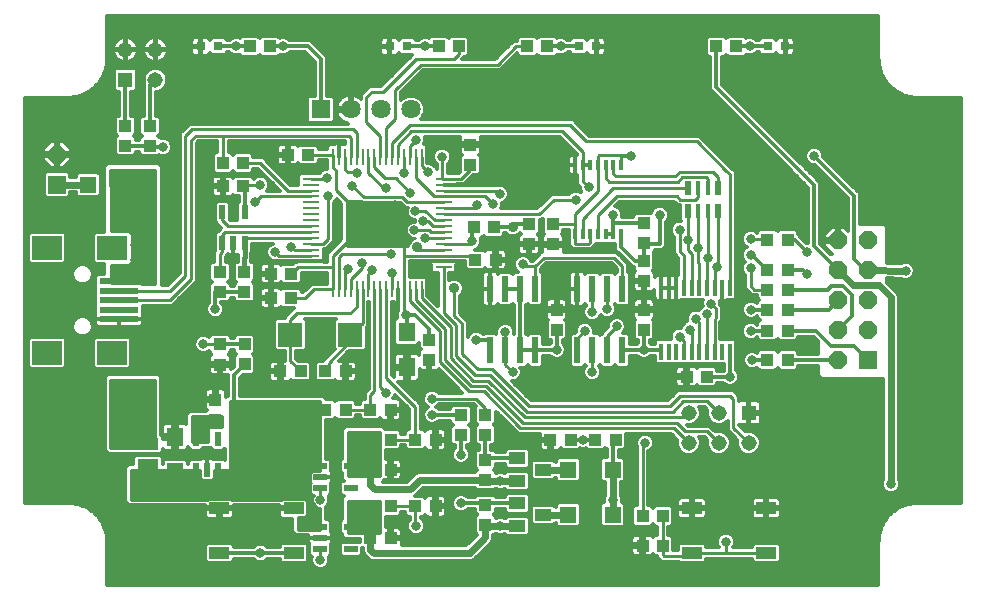
<source format=gtl>
G75*
%MOIN*%
%OFA0B0*%
%FSLAX25Y25*%
%IPPOS*%
%LPD*%
%AMOC8*
5,1,8,0,0,1.08239X$1,22.5*
%
%ADD10R,0.03150X0.03150*%
%ADD11R,0.03937X0.04331*%
%ADD12R,0.04331X0.03937*%
%ADD13R,0.07008X0.04016*%
%ADD14R,0.05512X0.06299*%
%ADD15R,0.01378X0.03543*%
%ADD16R,0.02165X0.04724*%
%ADD17R,0.04724X0.02165*%
%ADD18R,0.09843X0.07874*%
%ADD19R,0.12992X0.01969*%
%ADD20R,0.05512X0.03937*%
%ADD21R,0.05512X0.05512*%
%ADD22R,0.06000X0.06000*%
%ADD23OC8,0.06000*%
%ADD24R,0.01732X0.04528*%
%ADD25R,0.02480X0.04528*%
%ADD26R,0.02362X0.08661*%
%ADD27R,0.01378X0.05630*%
%ADD28R,0.05709X0.01063*%
%ADD29R,0.01063X0.05709*%
%ADD30R,0.05150X0.05150*%
%ADD31C,0.05150*%
%ADD32R,0.08000X0.08000*%
%ADD33R,0.06693X0.03937*%
%ADD34R,0.06425X0.06425*%
%ADD35C,0.06425*%
%ADD36C,0.03200*%
%ADD37C,0.01200*%
%ADD38C,0.01600*%
%ADD39C,0.01000*%
%ADD40C,0.02400*%
%ADD41C,0.03500*%
D10*
X0114220Y0235814D03*
X0120126Y0235814D03*
X0177213Y0235814D03*
X0183118Y0235814D03*
X0240205Y0235814D03*
X0246110Y0235814D03*
X0303197Y0235814D03*
X0309102Y0235814D03*
D11*
X0292764Y0235814D03*
X0286071Y0235814D03*
X0229772Y0235814D03*
X0223079Y0235814D03*
X0200244Y0235814D03*
X0193551Y0235814D03*
X0204181Y0203058D03*
X0204181Y0196365D03*
X0205260Y0175499D03*
X0211953Y0175499D03*
X0231681Y0176495D03*
X0231681Y0169802D03*
X0261994Y0164308D03*
X0261994Y0157615D03*
X0261994Y0148058D03*
X0261994Y0141365D03*
X0232931Y0141365D03*
X0232931Y0148058D03*
X0190431Y0138058D03*
X0190431Y0131365D03*
X0177528Y0114711D03*
X0170835Y0114711D03*
X0162528Y0114711D03*
X0155835Y0114711D03*
X0170835Y0104711D03*
X0177528Y0104711D03*
X0185835Y0104711D03*
X0192528Y0104711D03*
X0192528Y0082524D03*
X0185835Y0082524D03*
X0177528Y0082524D03*
X0170835Y0082524D03*
X0119181Y0111365D03*
X0119181Y0118058D03*
X0230835Y0104711D03*
X0237528Y0104711D03*
X0245835Y0104711D03*
X0252528Y0104711D03*
X0261535Y0079211D03*
X0268228Y0079211D03*
X0303185Y0131286D03*
X0309878Y0131286D03*
X0309878Y0141086D03*
X0303185Y0141086D03*
X0303185Y0148074D03*
X0309878Y0148074D03*
X0309878Y0154749D03*
X0303185Y0154749D03*
X0303185Y0161211D03*
X0309878Y0161211D03*
X0309878Y0171424D03*
X0303185Y0171424D03*
X0137252Y0235814D03*
X0130559Y0235814D03*
X0128403Y0196974D03*
X0121710Y0196974D03*
D12*
X0121644Y0189182D03*
X0128337Y0189182D03*
X0143335Y0199711D03*
X0150028Y0199711D03*
X0097306Y0202665D03*
X0089181Y0202665D03*
X0089181Y0209358D03*
X0097306Y0209358D03*
X0120680Y0160560D03*
X0128805Y0160560D03*
X0128805Y0153867D03*
X0120680Y0153867D03*
X0137710Y0151899D03*
X0144403Y0151899D03*
X0144403Y0160024D03*
X0137710Y0160024D03*
X0128869Y0136495D03*
X0120694Y0136458D03*
X0120694Y0129765D03*
X0128869Y0129802D03*
X0140835Y0127524D03*
X0147528Y0127524D03*
X0155835Y0127524D03*
X0162528Y0127524D03*
X0201056Y0113058D03*
X0201056Y0106365D03*
X0209181Y0106365D03*
X0209181Y0113058D03*
X0209181Y0098058D03*
X0209181Y0091365D03*
X0209181Y0083058D03*
X0209181Y0076365D03*
X0177528Y0071899D03*
X0170835Y0071899D03*
X0170835Y0094711D03*
X0177528Y0094711D03*
X0261535Y0069411D03*
X0268228Y0069411D03*
X0276235Y0125761D03*
X0282928Y0125761D03*
X0212528Y0164711D03*
X0205835Y0164711D03*
X0223706Y0169840D03*
X0223706Y0176533D03*
X0261994Y0176808D03*
X0261994Y0170115D03*
D13*
X0096681Y0103215D03*
X0096681Y0096207D03*
D14*
X0105744Y0093806D03*
X0105744Y0105617D03*
X0182931Y0128806D03*
X0182931Y0140617D03*
D15*
X0239004Y0173196D03*
X0241563Y0173196D03*
X0244122Y0173196D03*
X0246681Y0173196D03*
X0249240Y0173196D03*
X0251799Y0173196D03*
X0254358Y0173196D03*
X0254358Y0196227D03*
X0251799Y0196227D03*
X0249240Y0196227D03*
X0246681Y0196227D03*
X0244122Y0196227D03*
X0241563Y0196227D03*
X0239004Y0196227D03*
D16*
X0128896Y0180459D03*
X0121416Y0180459D03*
X0121416Y0170223D03*
X0125156Y0170223D03*
X0128896Y0170223D03*
X0120109Y0104830D03*
X0112628Y0104830D03*
X0112628Y0094593D03*
X0116369Y0094593D03*
X0120109Y0094593D03*
D17*
X0154063Y0095952D03*
X0154063Y0092211D03*
X0154063Y0088471D03*
X0164299Y0088471D03*
X0164299Y0095952D03*
X0164299Y0075639D03*
X0154063Y0075639D03*
X0154063Y0071899D03*
X0154063Y0068159D03*
X0164299Y0068159D03*
D18*
X0084693Y0133648D03*
X0063039Y0133648D03*
X0063039Y0168688D03*
X0084693Y0168688D03*
D19*
X0087055Y0157467D03*
X0087055Y0154318D03*
X0087055Y0151168D03*
X0087055Y0148018D03*
X0087055Y0144869D03*
D20*
X0219850Y0098452D03*
X0228512Y0094711D03*
X0219850Y0090971D03*
X0219850Y0083452D03*
X0228512Y0079711D03*
X0219850Y0075971D03*
D21*
X0236701Y0079711D03*
X0251661Y0079711D03*
X0251661Y0094711D03*
X0236701Y0094711D03*
X0091661Y0189711D03*
X0076701Y0189711D03*
D22*
X0066369Y0189711D03*
X0336740Y0131168D03*
D23*
X0326740Y0131168D03*
X0326740Y0141168D03*
X0336740Y0141168D03*
X0336740Y0151168D03*
X0326740Y0151168D03*
X0326740Y0161168D03*
X0336740Y0161168D03*
X0336740Y0171168D03*
X0326740Y0171168D03*
X0066369Y0199711D03*
D24*
X0280106Y0188550D03*
X0283256Y0188550D03*
X0283256Y0180873D03*
X0280106Y0180873D03*
D25*
X0276583Y0180873D03*
X0286780Y0180873D03*
X0286780Y0188550D03*
X0276583Y0188550D03*
D26*
X0254806Y0154948D03*
X0249806Y0154948D03*
X0244806Y0154948D03*
X0239806Y0154948D03*
X0225744Y0154948D03*
X0220744Y0154948D03*
X0215744Y0154948D03*
X0210744Y0154948D03*
X0210744Y0134475D03*
X0215744Y0134475D03*
X0220744Y0134475D03*
X0225744Y0134475D03*
X0239806Y0134475D03*
X0244806Y0134475D03*
X0249806Y0134475D03*
X0254806Y0134475D03*
D27*
X0267665Y0134081D03*
X0270224Y0134081D03*
X0272783Y0134081D03*
X0275343Y0134081D03*
X0277902Y0134081D03*
X0280461Y0134081D03*
X0283020Y0134081D03*
X0285579Y0134081D03*
X0288138Y0134081D03*
X0290697Y0134081D03*
X0290697Y0155341D03*
X0288138Y0155341D03*
X0285579Y0155341D03*
X0283020Y0155341D03*
X0280461Y0155341D03*
X0277902Y0155341D03*
X0275343Y0155341D03*
X0272783Y0155341D03*
X0270224Y0155341D03*
X0267665Y0155341D03*
D28*
X0195264Y0162152D03*
X0195264Y0164121D03*
X0195264Y0166089D03*
X0195264Y0168058D03*
X0195264Y0170026D03*
X0195264Y0171995D03*
X0195264Y0173963D03*
X0195264Y0175932D03*
X0195264Y0177900D03*
X0195264Y0179869D03*
X0195264Y0181837D03*
X0195264Y0183806D03*
X0195264Y0185774D03*
X0195264Y0187743D03*
X0195264Y0189711D03*
X0195264Y0191680D03*
X0150972Y0191680D03*
X0150972Y0189711D03*
X0150972Y0187743D03*
X0150972Y0185774D03*
X0150972Y0183806D03*
X0150972Y0181837D03*
X0150972Y0179869D03*
X0150972Y0177900D03*
X0150972Y0175932D03*
X0150972Y0173963D03*
X0150972Y0171995D03*
X0150972Y0170026D03*
X0150972Y0168058D03*
X0150972Y0166089D03*
X0150972Y0164121D03*
X0150972Y0162152D03*
D29*
X0158354Y0154770D03*
X0160323Y0154770D03*
X0162291Y0154770D03*
X0164260Y0154770D03*
X0166228Y0154770D03*
X0168197Y0154770D03*
X0170165Y0154770D03*
X0172134Y0154770D03*
X0174102Y0154770D03*
X0176071Y0154770D03*
X0178039Y0154770D03*
X0180008Y0154770D03*
X0181976Y0154770D03*
X0183945Y0154770D03*
X0185913Y0154770D03*
X0187882Y0154770D03*
X0187882Y0199062D03*
X0185913Y0199062D03*
X0183945Y0199062D03*
X0181976Y0199062D03*
X0180008Y0199062D03*
X0178039Y0199062D03*
X0176071Y0199062D03*
X0174102Y0199062D03*
X0172134Y0199062D03*
X0170165Y0199062D03*
X0168197Y0199062D03*
X0166228Y0199062D03*
X0164260Y0199062D03*
X0162291Y0199062D03*
X0160323Y0199062D03*
X0158354Y0199062D03*
D30*
X0089181Y0224711D03*
X0296931Y0113611D03*
D31*
X0296931Y0103611D03*
X0286931Y0103611D03*
X0276931Y0103611D03*
X0276931Y0113611D03*
X0286931Y0113611D03*
X0099181Y0224711D03*
X0099181Y0234711D03*
X0089181Y0234711D03*
D32*
X0144181Y0139711D03*
X0164181Y0139711D03*
D33*
X0145323Y0081877D03*
X0145323Y0066916D03*
X0120520Y0066916D03*
X0120520Y0081877D03*
X0278000Y0081877D03*
X0278000Y0066916D03*
X0302803Y0066916D03*
X0302803Y0081877D03*
D34*
X0154281Y0214811D03*
D35*
X0164281Y0214811D03*
X0174281Y0214811D03*
X0184281Y0214811D03*
D36*
X0186056Y0204711D03*
X0194806Y0199086D03*
X0197619Y0201899D03*
X0190119Y0193774D03*
X0181994Y0193461D03*
X0184081Y0187011D03*
X0179181Y0182836D03*
X0176056Y0188461D03*
X0166369Y0193461D03*
X0164806Y0189399D03*
X0156369Y0191899D03*
X0156681Y0185961D03*
X0164708Y0176916D03*
X0168118Y0176916D03*
X0171465Y0176837D03*
X0159806Y0172836D03*
X0144494Y0169086D03*
X0139181Y0167211D03*
X0153244Y0158461D03*
X0163244Y0161586D03*
X0167931Y0163461D03*
X0171369Y0161274D03*
X0177931Y0160336D03*
X0177769Y0166636D03*
X0189181Y0171899D03*
X0185431Y0174711D03*
X0188244Y0177524D03*
X0185744Y0180961D03*
X0206369Y0182836D03*
X0211681Y0183149D03*
X0213869Y0186586D03*
X0220781Y0194361D03*
X0225681Y0201711D03*
X0235119Y0196274D03*
X0243556Y0188774D03*
X0239494Y0184711D03*
X0251681Y0179711D03*
X0267331Y0179661D03*
X0271681Y0182836D03*
X0273869Y0174711D03*
X0276681Y0171274D03*
X0280119Y0168461D03*
X0283244Y0165336D03*
X0286369Y0162211D03*
X0297619Y0161899D03*
X0297619Y0166274D03*
X0297619Y0171586D03*
X0316331Y0167411D03*
X0316331Y0160061D03*
X0297669Y0148099D03*
X0297619Y0140961D03*
X0289531Y0149211D03*
X0284494Y0150024D03*
X0283020Y0146498D03*
X0279211Y0144994D03*
X0277306Y0141274D03*
X0273869Y0139086D03*
X0261994Y0134711D03*
X0252931Y0142524D03*
X0249806Y0148149D03*
X0244806Y0147211D03*
X0242306Y0140961D03*
X0232931Y0134711D03*
X0244806Y0127211D03*
X0218194Y0127211D03*
X0215744Y0140649D03*
X0206081Y0138011D03*
X0192931Y0126586D03*
X0182931Y0122524D03*
X0176056Y0120336D03*
X0162619Y0122524D03*
X0149181Y0114711D03*
X0141056Y0122211D03*
X0131056Y0122211D03*
X0119181Y0123461D03*
X0113244Y0110961D03*
X0105631Y0111061D03*
X0096681Y0112211D03*
X0096681Y0117211D03*
X0096681Y0122211D03*
X0086681Y0122211D03*
X0086681Y0117211D03*
X0086681Y0112211D03*
X0077306Y0137836D03*
X0073556Y0137836D03*
X0080994Y0140555D03*
X0077306Y0146899D03*
X0073556Y0146899D03*
X0092306Y0164711D03*
X0097306Y0164711D03*
X0097306Y0169711D03*
X0092306Y0169711D03*
X0092306Y0174711D03*
X0097306Y0174711D03*
X0097306Y0179711D03*
X0092306Y0179711D03*
X0116369Y0189086D03*
X0132306Y0183774D03*
X0134181Y0189711D03*
X0137931Y0200024D03*
X0101681Y0202261D03*
X0059081Y0216411D03*
X0126031Y0235814D03*
X0132581Y0243361D03*
X0141780Y0235814D03*
X0189024Y0235814D03*
X0210981Y0243361D03*
X0234299Y0235814D03*
X0210981Y0201711D03*
X0257531Y0199261D03*
X0218556Y0170336D03*
X0221681Y0163149D03*
X0236056Y0161586D03*
X0236369Y0168461D03*
X0204806Y0170961D03*
X0206081Y0152711D03*
X0182616Y0146210D03*
X0191381Y0118411D03*
X0191460Y0113058D03*
X0181681Y0109711D03*
X0192619Y0099399D03*
X0201056Y0099711D03*
X0214181Y0090961D03*
X0201056Y0083461D03*
X0192306Y0075961D03*
X0186056Y0075961D03*
X0186056Y0071274D03*
X0210981Y0059611D03*
X0214181Y0075961D03*
X0182619Y0094711D03*
X0159181Y0092211D03*
X0154181Y0084711D03*
X0159531Y0071861D03*
X0148556Y0071586D03*
X0154181Y0064711D03*
X0134181Y0066896D03*
X0132581Y0059611D03*
X0086031Y0059611D03*
X0059081Y0086561D03*
X0115119Y0136586D03*
X0102931Y0139086D03*
X0102869Y0143274D03*
X0102931Y0147211D03*
X0119181Y0148149D03*
X0131056Y0149086D03*
X0124991Y0165120D03*
X0225681Y0101261D03*
X0241681Y0104711D03*
X0262431Y0103711D03*
X0251661Y0084711D03*
X0255719Y0067824D03*
X0289381Y0070661D03*
X0289381Y0059611D03*
X0335931Y0059611D03*
X0365331Y0086561D03*
X0344331Y0089861D03*
X0290744Y0125649D03*
X0298094Y0131186D03*
X0270756Y0125886D03*
X0349281Y0161011D03*
X0365331Y0150261D03*
X0318781Y0199261D03*
X0365331Y0213961D03*
X0335931Y0243361D03*
X0297291Y0235814D03*
X0289381Y0243361D03*
D37*
X0083140Y0069937D02*
X0083140Y0056311D01*
X0340183Y0056311D01*
X0340183Y0069937D01*
X0340145Y0069981D01*
X0340183Y0070509D01*
X0340183Y0071039D01*
X0340223Y0071080D01*
X0340273Y0071775D01*
X0340212Y0071871D01*
X0340314Y0072340D01*
X0340348Y0072819D01*
X0340434Y0072893D01*
X0340594Y0073629D01*
X0340547Y0073733D01*
X0340714Y0074182D01*
X0340816Y0074651D01*
X0340912Y0074713D01*
X0341175Y0075419D01*
X0341143Y0075528D01*
X0341373Y0075949D01*
X0341541Y0076398D01*
X0341645Y0076446D01*
X0342006Y0077107D01*
X0341989Y0077220D01*
X0342277Y0077604D01*
X0342507Y0078025D01*
X0342616Y0078057D01*
X0343068Y0078660D01*
X0343068Y0078774D01*
X0343407Y0079113D01*
X0343694Y0079497D01*
X0343807Y0079513D01*
X0344340Y0080046D01*
X0344356Y0080159D01*
X0344740Y0080446D01*
X0345079Y0080786D01*
X0345193Y0080786D01*
X0345796Y0081237D01*
X0345828Y0081346D01*
X0346249Y0081576D01*
X0346633Y0081864D01*
X0346746Y0081848D01*
X0347407Y0082209D01*
X0347455Y0082312D01*
X0347904Y0082480D01*
X0348325Y0082710D01*
X0348435Y0082678D01*
X0349140Y0082941D01*
X0349202Y0083037D01*
X0349671Y0083139D01*
X0350120Y0083306D01*
X0350224Y0083259D01*
X0350960Y0083419D01*
X0351035Y0083505D01*
X0351513Y0083540D01*
X0351982Y0083642D01*
X0352078Y0083580D01*
X0352773Y0083630D01*
X0352814Y0083670D01*
X0353344Y0083670D01*
X0353872Y0083708D01*
X0353916Y0083670D01*
X0367542Y0083670D01*
X0367542Y0218666D01*
X0353916Y0218666D01*
X0353872Y0218628D01*
X0353344Y0218666D01*
X0352814Y0218666D01*
X0352773Y0218707D01*
X0352078Y0218756D01*
X0351982Y0218695D01*
X0351513Y0218797D01*
X0351035Y0218831D01*
X0350960Y0218917D01*
X0350224Y0219077D01*
X0350120Y0219030D01*
X0349671Y0219197D01*
X0349202Y0219299D01*
X0349140Y0219395D01*
X0348435Y0219659D01*
X0348325Y0219626D01*
X0347904Y0219856D01*
X0347455Y0220024D01*
X0347407Y0220128D01*
X0346746Y0220489D01*
X0346633Y0220472D01*
X0346249Y0220760D01*
X0345828Y0220990D01*
X0345796Y0221099D01*
X0345193Y0221551D01*
X0345079Y0221551D01*
X0344740Y0221890D01*
X0344356Y0222177D01*
X0344340Y0222290D01*
X0343807Y0222823D01*
X0343694Y0222839D01*
X0343407Y0223223D01*
X0343068Y0223562D01*
X0343068Y0223676D01*
X0342616Y0224279D01*
X0342507Y0224311D01*
X0342277Y0224732D01*
X0341989Y0225116D01*
X0342006Y0225229D01*
X0341645Y0225890D01*
X0341541Y0225938D01*
X0341373Y0226387D01*
X0341143Y0226808D01*
X0341175Y0226918D01*
X0340912Y0227623D01*
X0340816Y0227685D01*
X0340714Y0228154D01*
X0340547Y0228603D01*
X0340594Y0228707D01*
X0340434Y0229443D01*
X0340348Y0229518D01*
X0340314Y0229996D01*
X0340212Y0230465D01*
X0340273Y0230561D01*
X0340223Y0231256D01*
X0340183Y0231297D01*
X0340183Y0231827D01*
X0340145Y0232355D01*
X0340183Y0232399D01*
X0340183Y0246025D01*
X0083140Y0246025D01*
X0083140Y0232399D01*
X0083178Y0232355D01*
X0083140Y0231827D01*
X0083140Y0231297D01*
X0083099Y0231256D01*
X0083050Y0230561D01*
X0083111Y0230465D01*
X0083009Y0229996D01*
X0082975Y0229518D01*
X0082889Y0229443D01*
X0082729Y0228707D01*
X0082776Y0228603D01*
X0082608Y0228154D01*
X0082506Y0227685D01*
X0082411Y0227623D01*
X0082147Y0226918D01*
X0082179Y0226808D01*
X0081950Y0226387D01*
X0081782Y0225938D01*
X0081678Y0225890D01*
X0081317Y0225229D01*
X0081333Y0225116D01*
X0081046Y0224732D01*
X0080816Y0224311D01*
X0080707Y0224279D01*
X0080255Y0223676D01*
X0080255Y0223562D01*
X0079916Y0223223D01*
X0079629Y0222839D01*
X0079516Y0222823D01*
X0078983Y0222290D01*
X0078967Y0222177D01*
X0078583Y0221890D01*
X0078244Y0221551D01*
X0078130Y0221551D01*
X0077527Y0221099D01*
X0077495Y0220990D01*
X0077073Y0220760D01*
X0076689Y0220472D01*
X0076577Y0220489D01*
X0075916Y0220128D01*
X0075868Y0220024D01*
X0075419Y0219856D01*
X0074998Y0219626D01*
X0074888Y0219659D01*
X0074182Y0219395D01*
X0074121Y0219299D01*
X0073652Y0219197D01*
X0073203Y0219030D01*
X0073099Y0219077D01*
X0072363Y0218917D01*
X0072288Y0218831D01*
X0071810Y0218797D01*
X0071341Y0218695D01*
X0071245Y0218756D01*
X0070550Y0218707D01*
X0070509Y0218666D01*
X0069979Y0218666D01*
X0069451Y0218628D01*
X0069407Y0218666D01*
X0055781Y0218666D01*
X0055781Y0083670D01*
X0069407Y0083670D01*
X0069451Y0083708D01*
X0069979Y0083670D01*
X0070509Y0083670D01*
X0070550Y0083630D01*
X0071245Y0083580D01*
X0071341Y0083642D01*
X0071810Y0083540D01*
X0072288Y0083505D01*
X0072363Y0083419D01*
X0073099Y0083259D01*
X0073203Y0083306D01*
X0073652Y0083139D01*
X0074121Y0083037D01*
X0074183Y0082941D01*
X0074888Y0082678D01*
X0074998Y0082710D01*
X0075419Y0082480D01*
X0075868Y0082312D01*
X0075916Y0082209D01*
X0076577Y0081848D01*
X0076689Y0081864D01*
X0077073Y0081576D01*
X0077495Y0081346D01*
X0077527Y0081237D01*
X0078130Y0080786D01*
X0078244Y0080786D01*
X0078583Y0080446D01*
X0078967Y0080159D01*
X0078983Y0080046D01*
X0079516Y0079513D01*
X0079629Y0079497D01*
X0079916Y0079113D01*
X0080255Y0078774D01*
X0080255Y0078660D01*
X0080707Y0078057D01*
X0080816Y0078025D01*
X0081046Y0077604D01*
X0081333Y0077220D01*
X0081317Y0077107D01*
X0081678Y0076446D01*
X0081782Y0076398D01*
X0081950Y0075949D01*
X0082179Y0075528D01*
X0082147Y0075419D01*
X0082411Y0074713D01*
X0082506Y0074651D01*
X0082608Y0074182D01*
X0082776Y0073733D01*
X0082729Y0073629D01*
X0082889Y0072893D01*
X0082975Y0072819D01*
X0083009Y0072340D01*
X0083111Y0071871D01*
X0083050Y0071775D01*
X0083099Y0071080D01*
X0083140Y0071039D01*
X0083140Y0070509D01*
X0083178Y0069981D01*
X0083140Y0069937D01*
X0083156Y0070292D02*
X0150185Y0070292D01*
X0150210Y0070199D02*
X0150381Y0069902D01*
X0150301Y0069821D01*
X0150301Y0066496D01*
X0151121Y0065676D01*
X0151334Y0065676D01*
X0151181Y0065308D01*
X0151181Y0064115D01*
X0151638Y0063012D01*
X0152482Y0062168D01*
X0153584Y0061711D01*
X0154778Y0061711D01*
X0155880Y0062168D01*
X0156724Y0063012D01*
X0157181Y0064115D01*
X0157181Y0065308D01*
X0157022Y0065693D01*
X0157825Y0066496D01*
X0157825Y0069821D01*
X0157745Y0069902D01*
X0157916Y0070199D01*
X0158025Y0070606D01*
X0158025Y0071899D01*
X0158025Y0073192D01*
X0157916Y0073599D01*
X0157745Y0073896D01*
X0157825Y0073976D01*
X0157825Y0077302D01*
X0157005Y0078122D01*
X0156081Y0078122D01*
X0156081Y0082369D01*
X0156724Y0083012D01*
X0157181Y0084115D01*
X0157181Y0085308D01*
X0156899Y0085989D01*
X0157005Y0085989D01*
X0157825Y0086809D01*
X0157825Y0090134D01*
X0157745Y0090214D01*
X0157916Y0090511D01*
X0158025Y0090918D01*
X0158025Y0092211D01*
X0156081Y0092211D01*
X0156081Y0092211D01*
X0158025Y0092211D01*
X0158025Y0093505D01*
X0157916Y0093912D01*
X0157745Y0094209D01*
X0157825Y0094289D01*
X0157825Y0097614D01*
X0157005Y0098434D01*
X0156081Y0098434D01*
X0156081Y0111146D01*
X0158383Y0111146D01*
X0159181Y0111944D01*
X0159979Y0111146D01*
X0165076Y0111146D01*
X0165896Y0111966D01*
X0165896Y0112811D01*
X0167466Y0112811D01*
X0167466Y0111966D01*
X0168286Y0111146D01*
X0173383Y0111146D01*
X0174104Y0111867D01*
X0174279Y0111564D01*
X0174577Y0111266D01*
X0174941Y0111055D01*
X0175348Y0110946D01*
X0177143Y0110946D01*
X0177143Y0114327D01*
X0177912Y0114327D01*
X0177912Y0115096D01*
X0181096Y0115096D01*
X0181096Y0117087D01*
X0180987Y0117494D01*
X0180776Y0117859D01*
X0180478Y0118157D01*
X0180114Y0118368D01*
X0179707Y0118477D01*
X0178439Y0118477D01*
X0178599Y0118637D01*
X0179030Y0119676D01*
X0183844Y0114862D01*
X0183844Y0108277D01*
X0183286Y0108277D01*
X0182466Y0107457D01*
X0182466Y0106611D01*
X0180896Y0106611D01*
X0180896Y0107457D01*
X0180076Y0108277D01*
X0175803Y0108277D01*
X0174968Y0109111D01*
X0162457Y0109111D01*
X0161344Y0107998D01*
X0161344Y0098421D01*
X0160537Y0097614D01*
X0160537Y0094289D01*
X0161344Y0093482D01*
X0161344Y0091737D01*
X0162127Y0090954D01*
X0161357Y0090954D01*
X0160537Y0090134D01*
X0160537Y0086809D01*
X0161357Y0085989D01*
X0162146Y0085989D01*
X0161344Y0085186D01*
X0161344Y0078108D01*
X0160537Y0077302D01*
X0160537Y0073976D01*
X0161344Y0073170D01*
X0161344Y0072674D01*
X0162457Y0071561D01*
X0167269Y0071561D01*
X0167269Y0070613D01*
X0167241Y0070641D01*
X0161357Y0070641D01*
X0160537Y0069821D01*
X0160537Y0066496D01*
X0161357Y0065676D01*
X0167241Y0065676D01*
X0168061Y0066496D01*
X0168061Y0068558D01*
X0168089Y0068530D01*
X0168235Y0068530D01*
X0168235Y0067541D01*
X0168630Y0066585D01*
X0170521Y0064695D01*
X0171476Y0064299D01*
X0204386Y0064299D01*
X0205341Y0064695D01*
X0206073Y0065426D01*
X0211385Y0070739D01*
X0211781Y0071694D01*
X0211781Y0072996D01*
X0211926Y0072996D01*
X0212301Y0073371D01*
X0212595Y0073371D01*
X0213584Y0072961D01*
X0214778Y0072961D01*
X0215752Y0073365D01*
X0216515Y0072603D01*
X0223186Y0072603D01*
X0224006Y0073423D01*
X0224006Y0078520D01*
X0223186Y0079340D01*
X0216515Y0079340D01*
X0215746Y0078571D01*
X0215720Y0078571D01*
X0214778Y0078961D01*
X0213584Y0078961D01*
X0212746Y0078614D01*
X0212746Y0078913D01*
X0211948Y0079711D01*
X0212746Y0080509D01*
X0212746Y0081452D01*
X0215694Y0081452D01*
X0215694Y0080903D01*
X0216515Y0080083D01*
X0223186Y0080083D01*
X0224006Y0080903D01*
X0224006Y0086000D01*
X0223186Y0086820D01*
X0216515Y0086820D01*
X0215694Y0086000D01*
X0215694Y0085452D01*
X0212746Y0085452D01*
X0212746Y0085606D01*
X0211926Y0086426D01*
X0206436Y0086426D01*
X0205616Y0085606D01*
X0205616Y0085452D01*
X0203309Y0085452D01*
X0202755Y0086005D01*
X0201653Y0086461D01*
X0200459Y0086461D01*
X0199357Y0086005D01*
X0198513Y0085161D01*
X0198056Y0084058D01*
X0198056Y0082865D01*
X0198513Y0081762D01*
X0199357Y0080918D01*
X0200459Y0080461D01*
X0201653Y0080461D01*
X0202755Y0080918D01*
X0203289Y0081452D01*
X0205616Y0081452D01*
X0205616Y0080509D01*
X0206414Y0079711D01*
X0205616Y0078913D01*
X0205616Y0073817D01*
X0206363Y0073070D01*
X0202792Y0069499D01*
X0181234Y0069499D01*
X0181293Y0069720D01*
X0181293Y0071515D01*
X0177912Y0071515D01*
X0177912Y0072283D01*
X0181293Y0072283D01*
X0181293Y0074078D01*
X0181184Y0074485D01*
X0180973Y0074850D01*
X0180675Y0075148D01*
X0180310Y0075358D01*
X0179904Y0075467D01*
X0177912Y0075467D01*
X0177912Y0072283D01*
X0177143Y0072283D01*
X0177143Y0075467D01*
X0176081Y0075467D01*
X0176081Y0078959D01*
X0180076Y0078959D01*
X0180896Y0079779D01*
X0180896Y0080624D01*
X0182466Y0080624D01*
X0182466Y0079779D01*
X0183286Y0078959D01*
X0183935Y0078959D01*
X0183935Y0078083D01*
X0183513Y0077661D01*
X0183056Y0076558D01*
X0183056Y0075365D01*
X0183513Y0074262D01*
X0184357Y0073418D01*
X0185459Y0072961D01*
X0186653Y0072961D01*
X0187755Y0073418D01*
X0188599Y0074262D01*
X0189056Y0075365D01*
X0189056Y0076558D01*
X0188599Y0077661D01*
X0187755Y0078505D01*
X0187735Y0078513D01*
X0187735Y0078959D01*
X0188383Y0078959D01*
X0189104Y0079679D01*
X0189279Y0079376D01*
X0189577Y0079078D01*
X0189941Y0078868D01*
X0190348Y0078759D01*
X0192143Y0078759D01*
X0192143Y0082140D01*
X0192912Y0082140D01*
X0192912Y0082908D01*
X0196096Y0082908D01*
X0196096Y0084900D01*
X0195987Y0085307D01*
X0195776Y0085672D01*
X0195478Y0085970D01*
X0195114Y0086180D01*
X0194707Y0086289D01*
X0192912Y0086289D01*
X0192912Y0082908D01*
X0192143Y0082908D01*
X0192143Y0086289D01*
X0190348Y0086289D01*
X0189941Y0086180D01*
X0189577Y0085970D01*
X0189279Y0085672D01*
X0189104Y0085369D01*
X0188383Y0086089D01*
X0185798Y0086089D01*
X0188474Y0088765D01*
X0205667Y0088765D01*
X0206436Y0087996D01*
X0211926Y0087996D01*
X0212301Y0088371D01*
X0212595Y0088371D01*
X0213584Y0087961D01*
X0214778Y0087961D01*
X0215752Y0088365D01*
X0216515Y0087603D01*
X0223186Y0087603D01*
X0224006Y0088423D01*
X0224006Y0093520D01*
X0223186Y0094340D01*
X0216515Y0094340D01*
X0215746Y0093571D01*
X0215720Y0093571D01*
X0214778Y0093961D01*
X0213584Y0093961D01*
X0212746Y0093614D01*
X0212746Y0093913D01*
X0211948Y0094711D01*
X0212746Y0095509D01*
X0212746Y0096452D01*
X0215694Y0096452D01*
X0215694Y0095903D01*
X0216515Y0095083D01*
X0223186Y0095083D01*
X0224006Y0095903D01*
X0224006Y0101000D01*
X0223186Y0101820D01*
X0216515Y0101820D01*
X0215694Y0101000D01*
X0215694Y0100452D01*
X0212746Y0100452D01*
X0212746Y0100606D01*
X0211926Y0101426D01*
X0211181Y0101426D01*
X0211181Y0102996D01*
X0211926Y0102996D01*
X0212746Y0103817D01*
X0212746Y0108913D01*
X0211948Y0109711D01*
X0212746Y0110509D01*
X0212746Y0113959D01*
X0218881Y0107824D01*
X0219994Y0106711D01*
X0227266Y0106711D01*
X0227266Y0105096D01*
X0230450Y0105096D01*
X0230450Y0104327D01*
X0227266Y0104327D01*
X0227266Y0102335D01*
X0227375Y0101928D01*
X0227586Y0101564D01*
X0227884Y0101266D01*
X0228249Y0101055D01*
X0228655Y0100946D01*
X0230450Y0100946D01*
X0230450Y0104327D01*
X0231219Y0104327D01*
X0231219Y0100946D01*
X0233014Y0100946D01*
X0233421Y0101055D01*
X0233786Y0101266D01*
X0234083Y0101564D01*
X0234258Y0101867D01*
X0234979Y0101146D01*
X0240076Y0101146D01*
X0240771Y0101841D01*
X0241084Y0101711D01*
X0242278Y0101711D01*
X0242591Y0101841D01*
X0243286Y0101146D01*
X0248383Y0101146D01*
X0249181Y0101944D01*
X0249661Y0101464D01*
X0249661Y0098867D01*
X0248326Y0098867D01*
X0247506Y0098047D01*
X0247506Y0091376D01*
X0248326Y0090555D01*
X0249061Y0090555D01*
X0249061Y0086274D01*
X0248661Y0085308D01*
X0248661Y0084115D01*
X0248764Y0083867D01*
X0248326Y0083867D01*
X0247506Y0083047D01*
X0247506Y0076376D01*
X0248326Y0075555D01*
X0254997Y0075555D01*
X0255817Y0076376D01*
X0255817Y0083047D01*
X0254997Y0083867D01*
X0254559Y0083867D01*
X0254661Y0084115D01*
X0254661Y0085308D01*
X0254261Y0086274D01*
X0254261Y0090555D01*
X0254997Y0090555D01*
X0255817Y0091376D01*
X0255817Y0098047D01*
X0254997Y0098867D01*
X0253661Y0098867D01*
X0253661Y0101146D01*
X0255076Y0101146D01*
X0255896Y0101966D01*
X0255896Y0106711D01*
X0271144Y0106711D01*
X0273102Y0104754D01*
X0272956Y0104402D01*
X0272956Y0102821D01*
X0273561Y0101360D01*
X0274680Y0100242D01*
X0276140Y0099637D01*
X0277722Y0099637D01*
X0279183Y0100242D01*
X0280301Y0101360D01*
X0280906Y0102821D01*
X0280906Y0104402D01*
X0280400Y0105624D01*
X0282232Y0105624D01*
X0283102Y0104754D01*
X0282956Y0104402D01*
X0282956Y0102821D01*
X0283561Y0101360D01*
X0284680Y0100242D01*
X0286140Y0099637D01*
X0287722Y0099637D01*
X0289183Y0100242D01*
X0290301Y0101360D01*
X0290906Y0102821D01*
X0290906Y0104402D01*
X0290301Y0105863D01*
X0289183Y0106981D01*
X0287722Y0107586D01*
X0286140Y0107586D01*
X0285789Y0107441D01*
X0283806Y0109424D01*
X0276531Y0109424D01*
X0276318Y0109637D01*
X0277722Y0109637D01*
X0279183Y0110242D01*
X0280301Y0111360D01*
X0280906Y0112821D01*
X0280906Y0114402D01*
X0280400Y0115624D01*
X0282232Y0115624D01*
X0283102Y0114754D01*
X0282956Y0114402D01*
X0282956Y0112821D01*
X0283561Y0111360D01*
X0284680Y0110242D01*
X0286140Y0109637D01*
X0287722Y0109637D01*
X0289183Y0110242D01*
X0289931Y0110990D01*
X0289931Y0107924D01*
X0293102Y0104754D01*
X0292956Y0104402D01*
X0292956Y0102821D01*
X0293561Y0101360D01*
X0294680Y0100242D01*
X0296140Y0099637D01*
X0297722Y0099637D01*
X0299183Y0100242D01*
X0300301Y0101360D01*
X0300906Y0102821D01*
X0300906Y0104402D01*
X0300301Y0105863D01*
X0299183Y0106981D01*
X0297722Y0107586D01*
X0296140Y0107586D01*
X0295789Y0107441D01*
X0293731Y0109498D01*
X0293731Y0109550D01*
X0293739Y0109546D01*
X0294146Y0109437D01*
X0296744Y0109437D01*
X0296744Y0113424D01*
X0297119Y0113424D01*
X0297119Y0113799D01*
X0301106Y0113799D01*
X0301106Y0116397D01*
X0300997Y0116804D01*
X0300786Y0117169D01*
X0300488Y0117467D01*
X0300123Y0117677D01*
X0299717Y0117786D01*
X0297119Y0117786D01*
X0297119Y0113799D01*
X0296744Y0113799D01*
X0296744Y0117786D01*
X0294146Y0117786D01*
X0293739Y0117677D01*
X0293731Y0117673D01*
X0293731Y0119198D01*
X0292618Y0120311D01*
X0291631Y0121299D01*
X0273394Y0121299D01*
X0272281Y0120186D01*
X0269957Y0117861D01*
X0224343Y0117861D01*
X0217993Y0124211D01*
X0218790Y0124211D01*
X0219893Y0124668D01*
X0220737Y0125512D01*
X0221194Y0126615D01*
X0221194Y0127808D01*
X0220806Y0128744D01*
X0222505Y0128744D01*
X0223244Y0129483D01*
X0223983Y0128744D01*
X0227505Y0128744D01*
X0228325Y0129565D01*
X0228325Y0132711D01*
X0230688Y0132711D01*
X0231232Y0132168D01*
X0232334Y0131711D01*
X0233528Y0131711D01*
X0234630Y0132168D01*
X0235474Y0133012D01*
X0235931Y0134115D01*
X0235931Y0135308D01*
X0235474Y0136411D01*
X0234931Y0136954D01*
X0234931Y0137800D01*
X0235480Y0137800D01*
X0236300Y0138620D01*
X0236300Y0144110D01*
X0235828Y0144581D01*
X0235882Y0144612D01*
X0236180Y0144910D01*
X0236391Y0145275D01*
X0236500Y0145682D01*
X0236500Y0147674D01*
X0233315Y0147674D01*
X0233315Y0148442D01*
X0232547Y0148442D01*
X0232547Y0151823D01*
X0230752Y0151823D01*
X0230345Y0151714D01*
X0229980Y0151504D01*
X0229682Y0151206D01*
X0229472Y0150841D01*
X0229363Y0150434D01*
X0229363Y0148442D01*
X0232547Y0148442D01*
X0232547Y0147674D01*
X0229363Y0147674D01*
X0229363Y0145682D01*
X0229472Y0145275D01*
X0229682Y0144910D01*
X0229980Y0144612D01*
X0230034Y0144581D01*
X0229563Y0144110D01*
X0229563Y0138620D01*
X0230383Y0137800D01*
X0230931Y0137800D01*
X0230931Y0136954D01*
X0230688Y0136711D01*
X0228325Y0136711D01*
X0228325Y0139386D01*
X0227505Y0140206D01*
X0223983Y0140206D01*
X0223244Y0139467D01*
X0222744Y0139967D01*
X0222744Y0149456D01*
X0223244Y0149956D01*
X0223983Y0149217D01*
X0227505Y0149217D01*
X0228325Y0150037D01*
X0228325Y0159858D01*
X0227644Y0160539D01*
X0227644Y0161737D01*
X0229343Y0163436D01*
X0251207Y0163436D01*
X0252906Y0161737D01*
X0252906Y0160539D01*
X0252306Y0159939D01*
X0251567Y0160678D01*
X0248045Y0160678D01*
X0247306Y0159939D01*
X0246567Y0160678D01*
X0243045Y0160678D01*
X0242399Y0160033D01*
X0242268Y0160261D01*
X0241970Y0160559D01*
X0241605Y0160769D01*
X0241198Y0160878D01*
X0239806Y0160878D01*
X0238414Y0160878D01*
X0238007Y0160769D01*
X0237643Y0160559D01*
X0237345Y0160261D01*
X0237134Y0159896D01*
X0237025Y0159489D01*
X0237025Y0154948D01*
X0239806Y0154948D01*
X0239806Y0160878D01*
X0239806Y0154948D01*
X0239806Y0154948D01*
X0239806Y0154948D01*
X0237025Y0154948D01*
X0237025Y0150406D01*
X0237134Y0149999D01*
X0237345Y0149634D01*
X0237643Y0149337D01*
X0238007Y0149126D01*
X0238414Y0149017D01*
X0239806Y0149017D01*
X0239806Y0154947D01*
X0239806Y0154947D01*
X0239806Y0149017D01*
X0241198Y0149017D01*
X0241605Y0149126D01*
X0241970Y0149337D01*
X0242268Y0149634D01*
X0242399Y0149863D01*
X0242807Y0149455D01*
X0242263Y0148911D01*
X0241806Y0147808D01*
X0241806Y0146615D01*
X0242263Y0145512D01*
X0243107Y0144668D01*
X0244209Y0144211D01*
X0245403Y0144211D01*
X0246505Y0144668D01*
X0247349Y0145512D01*
X0247599Y0146114D01*
X0248107Y0145606D01*
X0249209Y0145149D01*
X0250403Y0145149D01*
X0251505Y0145606D01*
X0252349Y0146450D01*
X0252806Y0147552D01*
X0252806Y0148746D01*
X0252349Y0149848D01*
X0252274Y0149924D01*
X0252306Y0149956D01*
X0253045Y0149217D01*
X0256567Y0149217D01*
X0257387Y0150037D01*
X0257387Y0159858D01*
X0256706Y0160539D01*
X0256706Y0163311D01*
X0253894Y0166123D01*
X0253894Y0166123D01*
X0252781Y0167236D01*
X0235199Y0167236D01*
X0235250Y0167426D01*
X0235250Y0169418D01*
X0232065Y0169418D01*
X0232065Y0170187D01*
X0235250Y0170187D01*
X0235250Y0172178D01*
X0235141Y0172585D01*
X0234930Y0172950D01*
X0234632Y0173248D01*
X0234578Y0173279D01*
X0235050Y0173750D01*
X0235050Y0174595D01*
X0236915Y0174595D01*
X0236915Y0170844D01*
X0237104Y0170655D01*
X0237104Y0169414D01*
X0237281Y0169237D01*
X0238394Y0168124D01*
X0244343Y0168124D01*
X0244909Y0168690D01*
X0246022Y0169803D01*
X0246022Y0170024D01*
X0247950Y0170024D01*
X0247961Y0170035D01*
X0247971Y0170024D01*
X0250509Y0170024D01*
X0250520Y0170035D01*
X0250530Y0170024D01*
X0252358Y0170024D01*
X0252358Y0168081D01*
X0256960Y0163479D01*
X0258131Y0162308D01*
X0258625Y0162308D01*
X0258625Y0161563D01*
X0259096Y0161092D01*
X0259043Y0161061D01*
X0258745Y0160763D01*
X0258534Y0160398D01*
X0258425Y0159991D01*
X0258425Y0157999D01*
X0261609Y0157999D01*
X0261609Y0157231D01*
X0258425Y0157231D01*
X0258425Y0155239D01*
X0258534Y0154832D01*
X0258745Y0154467D01*
X0259043Y0154169D01*
X0259408Y0153959D01*
X0259814Y0153850D01*
X0261609Y0153850D01*
X0261609Y0157231D01*
X0262378Y0157231D01*
X0262378Y0153850D01*
X0264173Y0153850D01*
X0264580Y0153959D01*
X0264945Y0154169D01*
X0265242Y0154467D01*
X0265376Y0154699D01*
X0265376Y0152316D01*
X0265485Y0151909D01*
X0265696Y0151544D01*
X0265994Y0151246D01*
X0266359Y0151035D01*
X0266766Y0150926D01*
X0267665Y0150926D01*
X0267665Y0155341D01*
X0267665Y0155341D01*
X0267665Y0150926D01*
X0268565Y0150926D01*
X0268945Y0151028D01*
X0269325Y0150926D01*
X0270224Y0150926D01*
X0270224Y0155341D01*
X0267665Y0155341D01*
X0267665Y0159756D01*
X0266766Y0159756D01*
X0266359Y0159647D01*
X0265994Y0159437D01*
X0265696Y0159139D01*
X0265562Y0158907D01*
X0265562Y0159991D01*
X0265453Y0160398D01*
X0265242Y0160763D01*
X0264945Y0161061D01*
X0264891Y0161092D01*
X0265362Y0161563D01*
X0265362Y0167053D01*
X0265204Y0167211D01*
X0265559Y0167567D01*
X0265559Y0167861D01*
X0268160Y0167861D01*
X0269331Y0169033D01*
X0269331Y0177419D01*
X0269874Y0177962D01*
X0270331Y0179065D01*
X0270331Y0180258D01*
X0269874Y0181361D01*
X0269030Y0182205D01*
X0267928Y0182661D01*
X0266734Y0182661D01*
X0265632Y0182205D01*
X0264788Y0181361D01*
X0264331Y0180258D01*
X0264331Y0180176D01*
X0259248Y0180176D01*
X0258428Y0179356D01*
X0258428Y0178808D01*
X0254554Y0178808D01*
X0254681Y0179115D01*
X0254681Y0180308D01*
X0254224Y0181411D01*
X0253380Y0182255D01*
X0252342Y0182685D01*
X0253718Y0184061D01*
X0272144Y0184061D01*
X0273394Y0182811D01*
X0273943Y0182811D01*
X0273943Y0178029D01*
X0274260Y0177711D01*
X0273272Y0177711D01*
X0272169Y0177255D01*
X0271325Y0176411D01*
X0270869Y0175308D01*
X0270869Y0174115D01*
X0271325Y0173012D01*
X0271969Y0172369D01*
X0271969Y0166737D01*
X0273082Y0165624D01*
X0273443Y0165263D01*
X0273443Y0159756D01*
X0272784Y0159756D01*
X0272784Y0155341D01*
X0272784Y0150926D01*
X0273683Y0150926D01*
X0274090Y0151035D01*
X0274248Y0151126D01*
X0276611Y0151126D01*
X0276622Y0151137D01*
X0276633Y0151126D01*
X0279170Y0151126D01*
X0279181Y0151137D01*
X0279192Y0151126D01*
X0281703Y0151126D01*
X0281494Y0150621D01*
X0281494Y0149427D01*
X0281605Y0149159D01*
X0281320Y0149041D01*
X0280476Y0148197D01*
X0280307Y0147788D01*
X0279807Y0147994D01*
X0278614Y0147994D01*
X0277511Y0147538D01*
X0276667Y0146694D01*
X0276211Y0145591D01*
X0276211Y0144398D01*
X0276327Y0144116D01*
X0275607Y0143817D01*
X0274763Y0142973D01*
X0274395Y0142086D01*
X0273272Y0142086D01*
X0272169Y0141630D01*
X0271325Y0140786D01*
X0270869Y0139683D01*
X0270869Y0138490D01*
X0270949Y0138296D01*
X0268956Y0138296D01*
X0268945Y0138286D01*
X0268934Y0138296D01*
X0266396Y0138296D01*
X0265576Y0137476D01*
X0265576Y0136711D01*
X0264236Y0136711D01*
X0263994Y0136954D01*
X0263994Y0137800D01*
X0264542Y0137800D01*
X0265362Y0138620D01*
X0265362Y0144110D01*
X0264891Y0144581D01*
X0264945Y0144612D01*
X0265242Y0144910D01*
X0265453Y0145275D01*
X0265562Y0145682D01*
X0265562Y0147674D01*
X0262378Y0147674D01*
X0262378Y0148442D01*
X0265562Y0148442D01*
X0265562Y0150434D01*
X0265453Y0150841D01*
X0265242Y0151206D01*
X0264945Y0151504D01*
X0264580Y0151714D01*
X0264173Y0151823D01*
X0262378Y0151823D01*
X0262378Y0148442D01*
X0261609Y0148442D01*
X0261609Y0147674D01*
X0258425Y0147674D01*
X0258425Y0145682D01*
X0258534Y0145275D01*
X0258745Y0144910D01*
X0259043Y0144612D01*
X0259096Y0144581D01*
X0258625Y0144110D01*
X0258625Y0138620D01*
X0259445Y0137800D01*
X0259994Y0137800D01*
X0259994Y0136954D01*
X0259751Y0136711D01*
X0257387Y0136711D01*
X0257387Y0139386D01*
X0256567Y0140206D01*
X0254856Y0140206D01*
X0255474Y0140825D01*
X0255931Y0141927D01*
X0255931Y0143121D01*
X0255474Y0144223D01*
X0254630Y0145067D01*
X0253528Y0145524D01*
X0252334Y0145524D01*
X0251232Y0145067D01*
X0250388Y0144223D01*
X0249931Y0143121D01*
X0249931Y0142211D01*
X0247906Y0140186D01*
X0247906Y0140067D01*
X0247306Y0139467D01*
X0246567Y0140206D01*
X0245240Y0140206D01*
X0245306Y0140365D01*
X0245306Y0141558D01*
X0244849Y0142661D01*
X0244005Y0143505D01*
X0242903Y0143961D01*
X0241709Y0143961D01*
X0240607Y0143505D01*
X0239763Y0142661D01*
X0239306Y0141558D01*
X0239306Y0140648D01*
X0238864Y0140206D01*
X0238045Y0140206D01*
X0237225Y0139386D01*
X0237225Y0129565D01*
X0238045Y0128744D01*
X0241567Y0128744D01*
X0242306Y0129483D01*
X0242571Y0129219D01*
X0242263Y0128911D01*
X0241806Y0127808D01*
X0241806Y0126615D01*
X0242263Y0125512D01*
X0243107Y0124668D01*
X0244209Y0124211D01*
X0245403Y0124211D01*
X0246505Y0124668D01*
X0247349Y0125512D01*
X0247806Y0126615D01*
X0247806Y0127808D01*
X0247349Y0128911D01*
X0247041Y0129219D01*
X0247306Y0129483D01*
X0248045Y0128744D01*
X0251567Y0128744D01*
X0252306Y0129483D01*
X0253045Y0128744D01*
X0256567Y0128744D01*
X0257387Y0129565D01*
X0257387Y0132711D01*
X0259751Y0132711D01*
X0260294Y0132168D01*
X0261397Y0131711D01*
X0262590Y0131711D01*
X0263693Y0132168D01*
X0264236Y0132711D01*
X0265576Y0132711D01*
X0265576Y0130687D01*
X0266396Y0129867D01*
X0268934Y0129867D01*
X0268945Y0129877D01*
X0268956Y0129867D01*
X0271493Y0129867D01*
X0271504Y0129877D01*
X0271515Y0129867D01*
X0274052Y0129867D01*
X0274063Y0129877D01*
X0274074Y0129867D01*
X0276611Y0129867D01*
X0276622Y0129877D01*
X0276633Y0129867D01*
X0279170Y0129867D01*
X0279181Y0129877D01*
X0279192Y0129867D01*
X0281730Y0129867D01*
X0281740Y0129877D01*
X0281751Y0129867D01*
X0284289Y0129867D01*
X0284299Y0129877D01*
X0284310Y0129867D01*
X0286848Y0129867D01*
X0286858Y0129877D01*
X0286869Y0129867D01*
X0288744Y0129867D01*
X0288744Y0127892D01*
X0288613Y0127761D01*
X0286493Y0127761D01*
X0286493Y0128310D01*
X0285673Y0129130D01*
X0280182Y0129130D01*
X0279711Y0128659D01*
X0279680Y0128712D01*
X0279382Y0129010D01*
X0279018Y0129221D01*
X0278611Y0129330D01*
X0276619Y0129330D01*
X0276619Y0126146D01*
X0275850Y0126146D01*
X0275850Y0125377D01*
X0272469Y0125377D01*
X0272469Y0123582D01*
X0272578Y0123175D01*
X0272789Y0122810D01*
X0273087Y0122513D01*
X0273452Y0122302D01*
X0273859Y0122193D01*
X0275850Y0122193D01*
X0275850Y0125377D01*
X0276619Y0125377D01*
X0276619Y0122193D01*
X0278611Y0122193D01*
X0279018Y0122302D01*
X0279382Y0122513D01*
X0279680Y0122810D01*
X0279711Y0122864D01*
X0280182Y0122393D01*
X0285673Y0122393D01*
X0286493Y0123213D01*
X0286493Y0123761D01*
X0288388Y0123761D01*
X0289044Y0123106D01*
X0290147Y0122649D01*
X0291340Y0122649D01*
X0292443Y0123106D01*
X0293287Y0123950D01*
X0293744Y0125052D01*
X0293744Y0126246D01*
X0293287Y0127348D01*
X0292744Y0127892D01*
X0292744Y0130644D01*
X0292786Y0130687D01*
X0292786Y0137476D01*
X0291966Y0138296D01*
X0289428Y0138296D01*
X0289417Y0138286D01*
X0289407Y0138296D01*
X0287479Y0138296D01*
X0287479Y0144072D01*
X0287956Y0144549D01*
X0287956Y0149248D01*
X0287494Y0149711D01*
X0287494Y0150621D01*
X0287367Y0150926D01*
X0288138Y0150926D01*
X0289037Y0150926D01*
X0289444Y0151035D01*
X0289602Y0151126D01*
X0291966Y0151126D01*
X0292786Y0151946D01*
X0292786Y0158736D01*
X0292597Y0158925D01*
X0292597Y0192475D01*
X0292641Y0192525D01*
X0292597Y0193253D01*
X0292597Y0193983D01*
X0292550Y0194030D01*
X0292546Y0194096D01*
X0292000Y0194580D01*
X0291484Y0195096D01*
X0291417Y0195096D01*
X0290684Y0195745D01*
X0280368Y0206061D01*
X0243618Y0206061D01*
X0239331Y0210348D01*
X0239331Y0210498D01*
X0238218Y0211611D01*
X0187604Y0211611D01*
X0188191Y0212199D01*
X0188894Y0213894D01*
X0188894Y0215729D01*
X0188191Y0217424D01*
X0186894Y0218722D01*
X0185199Y0219424D01*
X0183364Y0219424D01*
X0181668Y0218722D01*
X0181031Y0218085D01*
X0181031Y0220524D01*
X0188318Y0227811D01*
X0214031Y0227811D01*
X0219710Y0233491D01*
X0219710Y0233069D01*
X0220530Y0232248D01*
X0225627Y0232248D01*
X0226425Y0233046D01*
X0227223Y0232248D01*
X0232320Y0232248D01*
X0233125Y0233053D01*
X0233702Y0232814D01*
X0234896Y0232814D01*
X0235999Y0233270D01*
X0236542Y0233814D01*
X0237230Y0233814D01*
X0237230Y0233659D01*
X0238050Y0232839D01*
X0242359Y0232839D01*
X0243080Y0233560D01*
X0243255Y0233257D01*
X0243553Y0232959D01*
X0243918Y0232748D01*
X0244325Y0232639D01*
X0245923Y0232639D01*
X0245923Y0235626D01*
X0246298Y0235626D01*
X0246298Y0236001D01*
X0249285Y0236001D01*
X0249285Y0237599D01*
X0249176Y0238006D01*
X0248965Y0238371D01*
X0248667Y0238669D01*
X0248303Y0238880D01*
X0247896Y0238989D01*
X0246298Y0238989D01*
X0246298Y0236001D01*
X0245923Y0236001D01*
X0245923Y0238989D01*
X0244325Y0238989D01*
X0243918Y0238880D01*
X0243553Y0238669D01*
X0243255Y0238371D01*
X0243080Y0238068D01*
X0242359Y0238789D01*
X0238050Y0238789D01*
X0237230Y0237968D01*
X0237230Y0237814D01*
X0236542Y0237814D01*
X0235999Y0238357D01*
X0234896Y0238814D01*
X0233702Y0238814D01*
X0233125Y0238574D01*
X0232320Y0239379D01*
X0227223Y0239379D01*
X0226425Y0238581D01*
X0225627Y0239379D01*
X0220530Y0239379D01*
X0219710Y0238559D01*
X0219710Y0237714D01*
X0218559Y0237714D01*
X0217446Y0236601D01*
X0212457Y0231611D01*
X0201268Y0231611D01*
X0201905Y0232248D01*
X0202792Y0232248D01*
X0203613Y0233069D01*
X0203613Y0238559D01*
X0202792Y0239379D01*
X0197696Y0239379D01*
X0196898Y0238581D01*
X0196100Y0239379D01*
X0191003Y0239379D01*
X0190198Y0238574D01*
X0189620Y0238814D01*
X0188427Y0238814D01*
X0187324Y0238357D01*
X0186781Y0237814D01*
X0186093Y0237814D01*
X0186093Y0237968D01*
X0185273Y0238789D01*
X0180963Y0238789D01*
X0180243Y0238068D01*
X0180068Y0238371D01*
X0179770Y0238669D01*
X0179405Y0238880D01*
X0178998Y0238989D01*
X0177400Y0238989D01*
X0177400Y0236001D01*
X0177025Y0236001D01*
X0177025Y0235626D01*
X0177400Y0235626D01*
X0177400Y0232639D01*
X0178998Y0232639D01*
X0179405Y0232748D01*
X0179770Y0232959D01*
X0180068Y0233257D01*
X0180243Y0233560D01*
X0180963Y0232839D01*
X0184622Y0232839D01*
X0174332Y0222549D01*
X0170582Y0222549D01*
X0167594Y0219561D01*
X0167594Y0218305D01*
X0167416Y0218482D01*
X0166803Y0218927D01*
X0166128Y0219271D01*
X0165408Y0219505D01*
X0164685Y0219620D01*
X0164685Y0215215D01*
X0163877Y0215215D01*
X0163877Y0214407D01*
X0159472Y0214407D01*
X0159587Y0213684D01*
X0159821Y0212964D01*
X0160165Y0212289D01*
X0160610Y0211676D01*
X0161146Y0211141D01*
X0161759Y0210695D01*
X0162434Y0210351D01*
X0163154Y0210117D01*
X0163270Y0210099D01*
X0110582Y0210099D01*
X0107281Y0206798D01*
X0107281Y0160105D01*
X0103394Y0156218D01*
X0101485Y0156218D01*
X0101481Y0156599D01*
X0101481Y0195664D01*
X0100134Y0197011D01*
X0085126Y0197011D01*
X0085121Y0197017D01*
X0084174Y0197011D01*
X0083228Y0197011D01*
X0083223Y0197006D01*
X0083215Y0197006D01*
X0082550Y0196333D01*
X0081881Y0195664D01*
X0081881Y0195656D01*
X0081876Y0195651D01*
X0081881Y0194704D01*
X0081881Y0193759D01*
X0081887Y0193753D01*
X0081944Y0183662D01*
X0081944Y0174025D01*
X0079192Y0174025D01*
X0078372Y0173205D01*
X0078372Y0164171D01*
X0079192Y0163351D01*
X0081944Y0163351D01*
X0081944Y0159852D01*
X0079979Y0159852D01*
X0079159Y0159031D01*
X0079159Y0155903D01*
X0079170Y0155892D01*
X0079159Y0155882D01*
X0079159Y0152754D01*
X0079170Y0152743D01*
X0079159Y0152732D01*
X0079159Y0149604D01*
X0079170Y0149593D01*
X0079159Y0149583D01*
X0079159Y0146628D01*
X0079068Y0146471D01*
X0078959Y0146064D01*
X0078959Y0144869D01*
X0087055Y0144869D01*
X0087055Y0144869D01*
X0078959Y0144869D01*
X0078959Y0143674D01*
X0079068Y0143267D01*
X0079279Y0142902D01*
X0079577Y0142604D01*
X0079941Y0142394D01*
X0080348Y0142285D01*
X0087055Y0142285D01*
X0087055Y0144869D01*
X0095151Y0144869D01*
X0095151Y0146064D01*
X0095042Y0146471D01*
X0094951Y0146628D01*
X0094951Y0149268D01*
X0104656Y0149268D01*
X0112956Y0157569D01*
X0112956Y0203662D01*
X0113406Y0204111D01*
X0119810Y0204111D01*
X0119810Y0200539D01*
X0119161Y0200539D01*
X0118341Y0199719D01*
X0118341Y0194229D01*
X0119161Y0193409D01*
X0124258Y0193409D01*
X0125056Y0194207D01*
X0125854Y0193409D01*
X0130951Y0193409D01*
X0131771Y0194229D01*
X0131771Y0195074D01*
X0133319Y0195074D01*
X0140719Y0187674D01*
X0136387Y0187674D01*
X0136724Y0188012D01*
X0137181Y0189115D01*
X0137181Y0190308D01*
X0136724Y0191411D01*
X0135880Y0192255D01*
X0134778Y0192711D01*
X0133584Y0192711D01*
X0132482Y0192255D01*
X0131902Y0191675D01*
X0131902Y0191731D01*
X0131082Y0192551D01*
X0125592Y0192551D01*
X0125121Y0192080D01*
X0125090Y0192133D01*
X0124792Y0192431D01*
X0124427Y0192642D01*
X0124020Y0192751D01*
X0122028Y0192751D01*
X0122028Y0189567D01*
X0121260Y0189567D01*
X0121260Y0192751D01*
X0119268Y0192751D01*
X0118861Y0192642D01*
X0118496Y0192431D01*
X0118199Y0192133D01*
X0117988Y0191768D01*
X0117879Y0191362D01*
X0117879Y0189567D01*
X0121260Y0189567D01*
X0121260Y0188798D01*
X0122028Y0188798D01*
X0122028Y0185614D01*
X0124020Y0185614D01*
X0124427Y0185723D01*
X0124792Y0185934D01*
X0125090Y0186231D01*
X0125121Y0186285D01*
X0125592Y0185814D01*
X0126896Y0185814D01*
X0126896Y0183884D01*
X0126413Y0183402D01*
X0126413Y0177832D01*
X0124060Y0177832D01*
X0123899Y0177993D01*
X0123899Y0183402D01*
X0123078Y0184222D01*
X0119753Y0184222D01*
X0118933Y0183402D01*
X0118933Y0177517D01*
X0119753Y0176697D01*
X0119821Y0176697D01*
X0121182Y0175336D01*
X0120582Y0174736D01*
X0119831Y0173985D01*
X0119753Y0173985D01*
X0118933Y0173165D01*
X0118933Y0167463D01*
X0118780Y0167309D01*
X0118780Y0163929D01*
X0117934Y0163929D01*
X0117114Y0163109D01*
X0117114Y0158012D01*
X0117912Y0157214D01*
X0117114Y0156416D01*
X0117114Y0151319D01*
X0117181Y0151252D01*
X0117181Y0150392D01*
X0116638Y0149848D01*
X0116181Y0148746D01*
X0116181Y0147552D01*
X0116638Y0146450D01*
X0117482Y0145606D01*
X0118584Y0145149D01*
X0119778Y0145149D01*
X0120880Y0145606D01*
X0121724Y0146450D01*
X0122181Y0147552D01*
X0122181Y0148746D01*
X0121724Y0149848D01*
X0121181Y0150392D01*
X0121181Y0150499D01*
X0123425Y0150499D01*
X0124245Y0151319D01*
X0124245Y0151867D01*
X0125239Y0151867D01*
X0125239Y0151319D01*
X0126059Y0150499D01*
X0131550Y0150499D01*
X0132370Y0151319D01*
X0132370Y0156416D01*
X0131572Y0157214D01*
X0132370Y0158012D01*
X0132370Y0163109D01*
X0131550Y0163929D01*
X0131005Y0163929D01*
X0131005Y0164585D01*
X0131096Y0164677D01*
X0131096Y0165196D01*
X0131275Y0165684D01*
X0131096Y0166072D01*
X0131096Y0166998D01*
X0131379Y0167281D01*
X0131379Y0170095D01*
X0138303Y0170095D01*
X0137482Y0169755D01*
X0136638Y0168911D01*
X0136181Y0167808D01*
X0136181Y0166615D01*
X0136638Y0165512D01*
X0137482Y0164668D01*
X0138584Y0164211D01*
X0139494Y0164211D01*
X0139516Y0164189D01*
X0146518Y0164189D01*
X0146518Y0164121D01*
X0150972Y0164121D01*
X0150972Y0164121D01*
X0146518Y0164121D01*
X0146518Y0164052D01*
X0145744Y0164052D01*
X0145084Y0163392D01*
X0141657Y0163392D01*
X0141186Y0162921D01*
X0141155Y0162975D01*
X0140857Y0163273D01*
X0140493Y0163483D01*
X0140086Y0163592D01*
X0138094Y0163592D01*
X0138094Y0160408D01*
X0137325Y0160408D01*
X0137325Y0159640D01*
X0133944Y0159640D01*
X0133944Y0157845D01*
X0134053Y0157438D01*
X0134264Y0157073D01*
X0134562Y0156775D01*
X0134927Y0156564D01*
X0135334Y0156455D01*
X0137325Y0156455D01*
X0137325Y0159640D01*
X0138094Y0159640D01*
X0138094Y0156455D01*
X0140086Y0156455D01*
X0140493Y0156564D01*
X0140857Y0156775D01*
X0141155Y0157073D01*
X0141186Y0157127D01*
X0141657Y0156655D01*
X0147148Y0156655D01*
X0147968Y0157475D01*
X0147968Y0160221D01*
X0154407Y0160221D01*
X0154438Y0160252D01*
X0156454Y0160252D01*
X0156454Y0158236D01*
X0156423Y0158205D01*
X0156423Y0156670D01*
X0151266Y0156670D01*
X0148394Y0153799D01*
X0147968Y0153799D01*
X0147968Y0154447D01*
X0147148Y0155267D01*
X0141657Y0155267D01*
X0141186Y0154796D01*
X0141155Y0154850D01*
X0140857Y0155148D01*
X0140493Y0155358D01*
X0140086Y0155467D01*
X0138094Y0155467D01*
X0138094Y0152283D01*
X0137325Y0152283D01*
X0137325Y0151515D01*
X0133944Y0151515D01*
X0133944Y0149720D01*
X0134053Y0149313D01*
X0134264Y0148948D01*
X0134562Y0148650D01*
X0134927Y0148439D01*
X0135334Y0148330D01*
X0137325Y0148330D01*
X0137325Y0151515D01*
X0138094Y0151515D01*
X0138094Y0148330D01*
X0140086Y0148330D01*
X0140493Y0148439D01*
X0140857Y0148650D01*
X0141155Y0148948D01*
X0141186Y0149002D01*
X0141657Y0148530D01*
X0145313Y0148530D01*
X0143394Y0146611D01*
X0142281Y0145498D01*
X0142281Y0145111D01*
X0139601Y0145111D01*
X0138781Y0144291D01*
X0138781Y0135131D01*
X0139601Y0134311D01*
X0142281Y0134311D01*
X0142281Y0131092D01*
X0141219Y0131092D01*
X0141219Y0127908D01*
X0140450Y0127908D01*
X0140450Y0127140D01*
X0137069Y0127140D01*
X0137069Y0125345D01*
X0137178Y0124938D01*
X0137389Y0124573D01*
X0137687Y0124275D01*
X0138052Y0124064D01*
X0138459Y0123955D01*
X0140450Y0123955D01*
X0140450Y0127140D01*
X0141219Y0127140D01*
X0141219Y0123955D01*
X0143211Y0123955D01*
X0143618Y0124064D01*
X0143982Y0124275D01*
X0144280Y0124573D01*
X0144311Y0124627D01*
X0144782Y0124155D01*
X0150273Y0124155D01*
X0151093Y0124975D01*
X0151093Y0130072D01*
X0150273Y0130892D01*
X0146846Y0130892D01*
X0146081Y0131657D01*
X0146081Y0134311D01*
X0148761Y0134311D01*
X0149581Y0135131D01*
X0149581Y0144291D01*
X0148873Y0144999D01*
X0159489Y0144999D01*
X0158781Y0144291D01*
X0158781Y0135131D01*
X0158941Y0134971D01*
X0156207Y0132236D01*
X0155094Y0131123D01*
X0155094Y0130892D01*
X0153089Y0130892D01*
X0152269Y0130072D01*
X0152269Y0124975D01*
X0153089Y0124155D01*
X0158580Y0124155D01*
X0159051Y0124627D01*
X0159082Y0124573D01*
X0159380Y0124275D01*
X0159745Y0124064D01*
X0160152Y0123955D01*
X0162143Y0123955D01*
X0162143Y0127140D01*
X0162912Y0127140D01*
X0162912Y0127908D01*
X0166293Y0127908D01*
X0166293Y0129703D01*
X0166184Y0130110D01*
X0165973Y0130475D01*
X0165675Y0130773D01*
X0165310Y0130983D01*
X0164904Y0131092D01*
X0162912Y0131092D01*
X0162912Y0127908D01*
X0162143Y0127908D01*
X0162143Y0131092D01*
X0160437Y0131092D01*
X0163656Y0134311D01*
X0168761Y0134311D01*
X0169581Y0135131D01*
X0169581Y0142424D01*
X0170097Y0142940D01*
X0170097Y0150516D01*
X0170234Y0150516D01*
X0170234Y0121576D01*
X0168935Y0120277D01*
X0168935Y0118277D01*
X0168286Y0118277D01*
X0167466Y0117457D01*
X0167466Y0116611D01*
X0165896Y0116611D01*
X0165896Y0117457D01*
X0165076Y0118277D01*
X0159979Y0118277D01*
X0159181Y0117479D01*
X0158383Y0118277D01*
X0156081Y0118277D01*
X0156081Y0118311D01*
X0154968Y0119424D01*
X0127231Y0119424D01*
X0127231Y0125337D01*
X0128329Y0126434D01*
X0131614Y0126434D01*
X0132434Y0127254D01*
X0132434Y0132351D01*
X0131636Y0133149D01*
X0132434Y0133947D01*
X0132434Y0139044D01*
X0131614Y0139864D01*
X0126123Y0139864D01*
X0125303Y0139044D01*
X0125303Y0138495D01*
X0124259Y0138495D01*
X0124259Y0139006D01*
X0123439Y0139826D01*
X0117948Y0139826D01*
X0117128Y0139006D01*
X0117128Y0138819D01*
X0116818Y0139130D01*
X0115715Y0139586D01*
X0114522Y0139586D01*
X0113419Y0139130D01*
X0112575Y0138286D01*
X0112119Y0137183D01*
X0112119Y0135990D01*
X0112575Y0134887D01*
X0113419Y0134043D01*
X0114522Y0133586D01*
X0115715Y0133586D01*
X0116818Y0134043D01*
X0117128Y0134353D01*
X0117128Y0133909D01*
X0117849Y0133189D01*
X0117546Y0133014D01*
X0117248Y0132716D01*
X0117037Y0132351D01*
X0116928Y0131944D01*
X0116928Y0130149D01*
X0120309Y0130149D01*
X0120309Y0129381D01*
X0116928Y0129381D01*
X0116928Y0127586D01*
X0117037Y0127179D01*
X0117248Y0126814D01*
X0117546Y0126516D01*
X0117911Y0126305D01*
X0118318Y0126196D01*
X0120309Y0126196D01*
X0120309Y0129381D01*
X0121078Y0129381D01*
X0121078Y0130149D01*
X0124459Y0130149D01*
X0124459Y0131944D01*
X0124350Y0132351D01*
X0124139Y0132716D01*
X0123841Y0133014D01*
X0123538Y0133189D01*
X0124259Y0133909D01*
X0124259Y0134495D01*
X0125303Y0134495D01*
X0125303Y0133947D01*
X0126101Y0133149D01*
X0125303Y0132351D01*
X0125303Y0129066D01*
X0124459Y0128221D01*
X0124459Y0129381D01*
X0121078Y0129381D01*
X0121078Y0126196D01*
X0123070Y0126196D01*
X0123231Y0126240D01*
X0123231Y0119261D01*
X0122750Y0118779D01*
X0122750Y0120434D01*
X0122641Y0120841D01*
X0122430Y0121206D01*
X0122132Y0121504D01*
X0121767Y0121714D01*
X0121360Y0121823D01*
X0119565Y0121823D01*
X0119565Y0118442D01*
X0118797Y0118442D01*
X0118797Y0121823D01*
X0117002Y0121823D01*
X0116595Y0121714D01*
X0116230Y0121504D01*
X0115932Y0121206D01*
X0115722Y0120841D01*
X0115613Y0120434D01*
X0115613Y0118442D01*
X0118797Y0118442D01*
X0118797Y0117674D01*
X0115613Y0117674D01*
X0115613Y0115682D01*
X0115722Y0115275D01*
X0115932Y0114910D01*
X0116230Y0114612D01*
X0116284Y0114581D01*
X0116126Y0114424D01*
X0110582Y0114424D01*
X0109469Y0113311D01*
X0109469Y0110055D01*
X0109117Y0110257D01*
X0108710Y0110367D01*
X0106344Y0110366D01*
X0106344Y0106217D01*
X0105144Y0106217D01*
X0105144Y0110367D01*
X0102777Y0110367D01*
X0102370Y0110257D01*
X0102005Y0110047D01*
X0101707Y0109749D01*
X0101497Y0109384D01*
X0101388Y0108977D01*
X0101388Y0106217D01*
X0105144Y0106217D01*
X0105144Y0105017D01*
X0106344Y0105017D01*
X0106344Y0100867D01*
X0108710Y0100867D01*
X0109117Y0100976D01*
X0109482Y0101187D01*
X0109780Y0101485D01*
X0109990Y0101850D01*
X0110099Y0102257D01*
X0110099Y0102356D01*
X0110146Y0102310D01*
X0110146Y0101887D01*
X0110966Y0101067D01*
X0114291Y0101067D01*
X0115098Y0101874D01*
X0117468Y0101874D01*
X0117626Y0102032D01*
X0117626Y0101887D01*
X0118446Y0101067D01*
X0121771Y0101067D01*
X0122281Y0101577D01*
X0122281Y0097846D01*
X0121771Y0098355D01*
X0118446Y0098355D01*
X0118366Y0098275D01*
X0118069Y0098446D01*
X0117662Y0098555D01*
X0116369Y0098555D01*
X0116369Y0096611D01*
X0116369Y0096611D01*
X0116369Y0098555D01*
X0115075Y0098555D01*
X0114668Y0098446D01*
X0114371Y0098275D01*
X0114291Y0098355D01*
X0110966Y0098355D01*
X0110146Y0097535D01*
X0110146Y0096611D01*
X0109899Y0096611D01*
X0109899Y0097535D01*
X0109079Y0098355D01*
X0102408Y0098355D01*
X0101588Y0097535D01*
X0101588Y0096611D01*
X0101585Y0096611D01*
X0101585Y0098795D01*
X0100765Y0099615D01*
X0092597Y0099615D01*
X0091777Y0098795D01*
X0091777Y0096611D01*
X0090269Y0096611D01*
X0089156Y0095498D01*
X0089156Y0083924D01*
X0090269Y0082811D01*
X0115573Y0082811D01*
X0115573Y0082261D01*
X0120135Y0082261D01*
X0120135Y0081492D01*
X0120904Y0081492D01*
X0120904Y0078308D01*
X0124077Y0078308D01*
X0124484Y0078417D01*
X0124849Y0078628D01*
X0125146Y0078926D01*
X0125357Y0079291D01*
X0125466Y0079698D01*
X0125466Y0081492D01*
X0120904Y0081492D01*
X0120904Y0082261D01*
X0125466Y0082261D01*
X0125466Y0082811D01*
X0140376Y0082811D01*
X0140376Y0082261D01*
X0144781Y0082261D01*
X0144781Y0081492D01*
X0140376Y0081492D01*
X0140376Y0079698D01*
X0140485Y0079291D01*
X0140696Y0078926D01*
X0140994Y0078628D01*
X0141359Y0078417D01*
X0141766Y0078308D01*
X0144781Y0078308D01*
X0144781Y0073924D01*
X0145894Y0072811D01*
X0150101Y0072811D01*
X0150101Y0071899D01*
X0154063Y0071899D01*
X0158025Y0071899D01*
X0154063Y0071899D01*
X0154063Y0071899D01*
X0154063Y0071899D01*
X0150101Y0071899D01*
X0150101Y0070606D01*
X0150210Y0070199D01*
X0150069Y0069465D02*
X0149249Y0070285D01*
X0141396Y0070285D01*
X0140576Y0069465D01*
X0140576Y0068896D01*
X0136424Y0068896D01*
X0135880Y0069440D01*
X0134778Y0069896D01*
X0133584Y0069896D01*
X0132482Y0069440D01*
X0131938Y0068896D01*
X0125266Y0068896D01*
X0125266Y0069465D01*
X0124446Y0070285D01*
X0116593Y0070285D01*
X0115773Y0069465D01*
X0115773Y0064368D01*
X0116593Y0063548D01*
X0124446Y0063548D01*
X0125266Y0064368D01*
X0125266Y0064896D01*
X0131938Y0064896D01*
X0132482Y0064353D01*
X0133584Y0063896D01*
X0134778Y0063896D01*
X0135880Y0064353D01*
X0136424Y0064896D01*
X0140576Y0064896D01*
X0140576Y0064368D01*
X0141396Y0063548D01*
X0149249Y0063548D01*
X0150069Y0064368D01*
X0150069Y0069465D01*
X0150069Y0069094D02*
X0150301Y0069094D01*
X0150301Y0067895D02*
X0150069Y0067895D01*
X0150069Y0066697D02*
X0150301Y0066697D01*
X0150069Y0065498D02*
X0151260Y0065498D01*
X0151181Y0064299D02*
X0150001Y0064299D01*
X0151601Y0063101D02*
X0083140Y0063101D01*
X0083140Y0064299D02*
X0115841Y0064299D01*
X0115773Y0065498D02*
X0083140Y0065498D01*
X0083140Y0066697D02*
X0115773Y0066697D01*
X0115773Y0067895D02*
X0083140Y0067895D01*
X0083140Y0069094D02*
X0115773Y0069094D01*
X0120520Y0066916D02*
X0122921Y0066916D01*
X0122921Y0066896D01*
X0134181Y0066896D01*
X0142921Y0066896D01*
X0142921Y0066916D01*
X0145323Y0066916D01*
X0140576Y0069094D02*
X0136227Y0069094D01*
X0132136Y0069094D02*
X0125266Y0069094D01*
X0125198Y0064299D02*
X0132611Y0064299D01*
X0135751Y0064299D02*
X0140645Y0064299D01*
X0150101Y0071491D02*
X0083070Y0071491D01*
X0082984Y0072689D02*
X0150101Y0072689D01*
X0144818Y0073888D02*
X0082718Y0073888D01*
X0082271Y0075086D02*
X0144781Y0075086D01*
X0144781Y0076285D02*
X0081824Y0076285D01*
X0081136Y0077483D02*
X0144781Y0077483D01*
X0140940Y0078682D02*
X0124902Y0078682D01*
X0125466Y0079880D02*
X0140376Y0079880D01*
X0140376Y0081079D02*
X0125466Y0081079D01*
X0125466Y0082277D02*
X0140376Y0082277D01*
X0156081Y0082277D02*
X0161344Y0082277D01*
X0161344Y0081079D02*
X0156081Y0081079D01*
X0156081Y0079880D02*
X0161344Y0079880D01*
X0161344Y0078682D02*
X0156081Y0078682D01*
X0157644Y0077483D02*
X0160718Y0077483D01*
X0160537Y0076285D02*
X0157825Y0076285D01*
X0157825Y0075086D02*
X0160537Y0075086D01*
X0160626Y0073888D02*
X0157750Y0073888D01*
X0158025Y0072689D02*
X0161344Y0072689D01*
X0161008Y0070292D02*
X0157941Y0070292D01*
X0158025Y0071491D02*
X0167269Y0071491D01*
X0168061Y0067895D02*
X0168235Y0067895D01*
X0168061Y0066697D02*
X0168584Y0066697D01*
X0169718Y0065498D02*
X0157102Y0065498D01*
X0157181Y0064299D02*
X0171475Y0064299D01*
X0160537Y0066697D02*
X0157825Y0066697D01*
X0157825Y0067895D02*
X0160537Y0067895D01*
X0160537Y0069094D02*
X0157825Y0069094D01*
X0156761Y0063101D02*
X0340183Y0063101D01*
X0340183Y0064299D02*
X0307481Y0064299D01*
X0307550Y0064368D02*
X0307550Y0069465D01*
X0306730Y0070285D01*
X0298877Y0070285D01*
X0298057Y0069465D01*
X0298057Y0068796D01*
X0291759Y0068796D01*
X0291924Y0068962D01*
X0292381Y0070065D01*
X0292381Y0071258D01*
X0291924Y0072361D01*
X0291080Y0073205D01*
X0289978Y0073661D01*
X0288784Y0073661D01*
X0287682Y0073205D01*
X0286838Y0072361D01*
X0286381Y0071258D01*
X0286381Y0070065D01*
X0286838Y0068962D01*
X0287003Y0068796D01*
X0282746Y0068796D01*
X0282746Y0069465D01*
X0281926Y0070285D01*
X0274074Y0070285D01*
X0273254Y0069465D01*
X0273254Y0067861D01*
X0271793Y0067861D01*
X0271793Y0071960D01*
X0270973Y0072780D01*
X0270128Y0072780D01*
X0270128Y0075646D01*
X0270776Y0075646D01*
X0271596Y0076466D01*
X0271596Y0081957D01*
X0270776Y0082777D01*
X0265679Y0082777D01*
X0264881Y0081979D01*
X0264083Y0082777D01*
X0263435Y0082777D01*
X0263435Y0100880D01*
X0264130Y0101168D01*
X0264974Y0102012D01*
X0265431Y0103115D01*
X0265431Y0104308D01*
X0264974Y0105411D01*
X0264130Y0106255D01*
X0263028Y0106711D01*
X0261834Y0106711D01*
X0260732Y0106255D01*
X0259888Y0105411D01*
X0259431Y0104308D01*
X0259431Y0103115D01*
X0259635Y0102623D01*
X0259635Y0082777D01*
X0258986Y0082777D01*
X0258166Y0081957D01*
X0258166Y0076466D01*
X0258986Y0075646D01*
X0264083Y0075646D01*
X0264881Y0076444D01*
X0265679Y0075646D01*
X0266328Y0075646D01*
X0266328Y0072780D01*
X0265482Y0072780D01*
X0265011Y0072309D01*
X0264980Y0072362D01*
X0264682Y0072660D01*
X0264318Y0072871D01*
X0263911Y0072980D01*
X0261919Y0072980D01*
X0261919Y0069796D01*
X0261150Y0069796D01*
X0261150Y0069027D01*
X0257769Y0069027D01*
X0257769Y0067232D01*
X0257878Y0066825D01*
X0258089Y0066460D01*
X0258387Y0066163D01*
X0258752Y0065952D01*
X0259159Y0065843D01*
X0261150Y0065843D01*
X0261150Y0069027D01*
X0261919Y0069027D01*
X0261919Y0065843D01*
X0263911Y0065843D01*
X0264318Y0065952D01*
X0264682Y0066163D01*
X0264980Y0066460D01*
X0265011Y0066514D01*
X0265482Y0066043D01*
X0266328Y0066043D01*
X0266328Y0065553D01*
X0266706Y0065174D01*
X0267819Y0064061D01*
X0273560Y0064061D01*
X0274074Y0063548D01*
X0281926Y0063548D01*
X0282746Y0064368D01*
X0282746Y0064996D01*
X0298057Y0064996D01*
X0298057Y0064368D01*
X0298877Y0063548D01*
X0306730Y0063548D01*
X0307550Y0064368D01*
X0307550Y0065498D02*
X0340183Y0065498D01*
X0340183Y0066697D02*
X0307550Y0066697D01*
X0307550Y0067895D02*
X0340183Y0067895D01*
X0340183Y0069094D02*
X0307550Y0069094D01*
X0302803Y0066916D02*
X0300402Y0066916D01*
X0300402Y0066896D01*
X0298057Y0069094D02*
X0291979Y0069094D01*
X0292381Y0070292D02*
X0340167Y0070292D01*
X0340253Y0071491D02*
X0292285Y0071491D01*
X0291596Y0072689D02*
X0340339Y0072689D01*
X0340604Y0073888D02*
X0270128Y0073888D01*
X0270128Y0075086D02*
X0341051Y0075086D01*
X0341498Y0076285D02*
X0271415Y0076285D01*
X0271596Y0077483D02*
X0342187Y0077483D01*
X0343068Y0078682D02*
X0307186Y0078682D01*
X0307132Y0078628D02*
X0307430Y0078926D01*
X0307641Y0079291D01*
X0307750Y0079698D01*
X0307750Y0081492D01*
X0303187Y0081492D01*
X0303187Y0078308D01*
X0306360Y0078308D01*
X0306767Y0078417D01*
X0307132Y0078628D01*
X0307750Y0079880D02*
X0344174Y0079880D01*
X0345585Y0081079D02*
X0307750Y0081079D01*
X0307750Y0082261D02*
X0307750Y0084056D01*
X0307641Y0084463D01*
X0307430Y0084828D01*
X0307132Y0085126D01*
X0306767Y0085336D01*
X0306360Y0085445D01*
X0303187Y0085445D01*
X0303187Y0082261D01*
X0302419Y0082261D01*
X0302419Y0085445D01*
X0299246Y0085445D01*
X0298839Y0085336D01*
X0298474Y0085126D01*
X0298176Y0084828D01*
X0297966Y0084463D01*
X0297857Y0084056D01*
X0297857Y0082261D01*
X0302419Y0082261D01*
X0302419Y0081492D01*
X0303187Y0081492D01*
X0303187Y0082261D01*
X0307750Y0082261D01*
X0307750Y0082277D02*
X0347439Y0082277D01*
X0351009Y0083476D02*
X0307750Y0083476D01*
X0307519Y0084674D02*
X0367542Y0084674D01*
X0367542Y0085873D02*
X0263435Y0085873D01*
X0263435Y0087071D02*
X0343228Y0087071D01*
X0343734Y0086861D02*
X0342632Y0087318D01*
X0341788Y0088162D01*
X0341331Y0089265D01*
X0341331Y0090458D01*
X0341731Y0091424D01*
X0341731Y0124986D01*
X0321328Y0124986D01*
X0320156Y0126158D01*
X0320156Y0129168D01*
X0313246Y0129168D01*
X0313246Y0128541D01*
X0312426Y0127721D01*
X0307329Y0127721D01*
X0306531Y0128519D01*
X0305733Y0127721D01*
X0300636Y0127721D01*
X0299816Y0128541D01*
X0299816Y0128666D01*
X0299793Y0128643D01*
X0298690Y0128186D01*
X0297497Y0128186D01*
X0296394Y0128643D01*
X0295550Y0129487D01*
X0295094Y0130590D01*
X0295094Y0131783D01*
X0295550Y0132886D01*
X0296394Y0133730D01*
X0297497Y0134186D01*
X0298690Y0134186D01*
X0299793Y0133730D01*
X0299816Y0133706D01*
X0299816Y0134032D01*
X0300636Y0134852D01*
X0305733Y0134852D01*
X0306531Y0134054D01*
X0307329Y0134852D01*
X0312426Y0134852D01*
X0313246Y0134032D01*
X0313246Y0133168D01*
X0320156Y0133168D01*
X0320156Y0137470D01*
X0318540Y0139086D01*
X0313246Y0139086D01*
X0313246Y0138341D01*
X0312426Y0137521D01*
X0307329Y0137521D01*
X0306531Y0138319D01*
X0305733Y0137521D01*
X0300636Y0137521D01*
X0299816Y0138341D01*
X0299816Y0138916D01*
X0299318Y0138418D01*
X0298215Y0137961D01*
X0297022Y0137961D01*
X0295919Y0138418D01*
X0295075Y0139262D01*
X0294619Y0140365D01*
X0294619Y0141558D01*
X0295075Y0142661D01*
X0295919Y0143505D01*
X0297022Y0143961D01*
X0298215Y0143961D01*
X0299318Y0143505D01*
X0299736Y0143086D01*
X0299816Y0143086D01*
X0299816Y0143832D01*
X0300565Y0144580D01*
X0299816Y0145329D01*
X0299816Y0146004D01*
X0299368Y0145556D01*
X0298265Y0145099D01*
X0297072Y0145099D01*
X0295969Y0145556D01*
X0295125Y0146400D01*
X0294669Y0147502D01*
X0294669Y0148696D01*
X0295125Y0149798D01*
X0295969Y0150642D01*
X0297072Y0151099D01*
X0298265Y0151099D01*
X0299368Y0150642D01*
X0299816Y0150194D01*
X0299816Y0150819D01*
X0300408Y0151411D01*
X0299816Y0152004D01*
X0299816Y0152849D01*
X0298044Y0152849D01*
X0296931Y0153962D01*
X0296931Y0153962D01*
X0296832Y0154061D01*
X0296832Y0154061D01*
X0295719Y0155174D01*
X0295719Y0159556D01*
X0295075Y0160200D01*
X0294619Y0161302D01*
X0294619Y0162496D01*
X0295075Y0163598D01*
X0295563Y0164086D01*
X0295075Y0164575D01*
X0294619Y0165677D01*
X0294619Y0166871D01*
X0295075Y0167973D01*
X0295919Y0168817D01*
X0296192Y0168930D01*
X0295919Y0169043D01*
X0295075Y0169887D01*
X0294619Y0170990D01*
X0294619Y0172183D01*
X0295075Y0173286D01*
X0295919Y0174130D01*
X0297022Y0174586D01*
X0298215Y0174586D01*
X0299318Y0174130D01*
X0299816Y0173631D01*
X0299816Y0174169D01*
X0300636Y0174989D01*
X0305733Y0174989D01*
X0306531Y0174191D01*
X0307329Y0174989D01*
X0312426Y0174989D01*
X0313246Y0174169D01*
X0313246Y0173325D01*
X0316160Y0170411D01*
X0316781Y0170411D01*
X0316781Y0188633D01*
X0285242Y0220172D01*
X0285242Y0220172D01*
X0284071Y0221343D01*
X0284071Y0232248D01*
X0283522Y0232248D01*
X0282702Y0233069D01*
X0282702Y0238559D01*
X0283522Y0239379D01*
X0288619Y0239379D01*
X0289417Y0238581D01*
X0290215Y0239379D01*
X0295312Y0239379D01*
X0296117Y0238574D01*
X0296695Y0238814D01*
X0297888Y0238814D01*
X0298991Y0238357D01*
X0299534Y0237814D01*
X0300222Y0237814D01*
X0300222Y0237968D01*
X0301042Y0238789D01*
X0305352Y0238789D01*
X0306072Y0238068D01*
X0306247Y0238371D01*
X0306545Y0238669D01*
X0306910Y0238880D01*
X0307317Y0238989D01*
X0308915Y0238989D01*
X0308915Y0236001D01*
X0309290Y0236001D01*
X0312277Y0236001D01*
X0312277Y0237599D01*
X0312168Y0238006D01*
X0311957Y0238371D01*
X0311660Y0238669D01*
X0311295Y0238880D01*
X0310888Y0238989D01*
X0309290Y0238989D01*
X0309290Y0236001D01*
X0309290Y0235626D01*
X0309290Y0232639D01*
X0310888Y0232639D01*
X0311295Y0232748D01*
X0311660Y0232959D01*
X0311957Y0233257D01*
X0312168Y0233621D01*
X0312277Y0234028D01*
X0312277Y0235626D01*
X0309290Y0235626D01*
X0308915Y0235626D01*
X0308915Y0232639D01*
X0307317Y0232639D01*
X0306910Y0232748D01*
X0306545Y0232959D01*
X0306247Y0233257D01*
X0306072Y0233560D01*
X0305352Y0232839D01*
X0301042Y0232839D01*
X0300222Y0233659D01*
X0300222Y0233814D01*
X0299534Y0233814D01*
X0298991Y0233270D01*
X0297888Y0232814D01*
X0296695Y0232814D01*
X0296117Y0233053D01*
X0295312Y0232248D01*
X0290215Y0232248D01*
X0289417Y0233046D01*
X0288619Y0232248D01*
X0288071Y0232248D01*
X0288071Y0223000D01*
X0319610Y0191461D01*
X0320781Y0190290D01*
X0320781Y0169956D01*
X0324025Y0166711D01*
X0324691Y0166711D01*
X0322140Y0169263D01*
X0322140Y0170768D01*
X0326340Y0170768D01*
X0326340Y0171568D01*
X0322140Y0171568D01*
X0322140Y0173073D01*
X0324835Y0175768D01*
X0326340Y0175768D01*
X0326340Y0171568D01*
X0327140Y0171568D01*
X0327140Y0175768D01*
X0328646Y0175768D01*
X0329994Y0174420D01*
X0329994Y0185220D01*
X0318953Y0196261D01*
X0318184Y0196261D01*
X0317082Y0196718D01*
X0316238Y0197562D01*
X0315781Y0198665D01*
X0315781Y0199858D01*
X0316238Y0200961D01*
X0317082Y0201805D01*
X0318184Y0202261D01*
X0319378Y0202261D01*
X0320480Y0201805D01*
X0321324Y0200961D01*
X0321781Y0199858D01*
X0321781Y0199090D01*
X0333994Y0186877D01*
X0333994Y0176711D01*
X0342010Y0176711D01*
X0343181Y0175540D01*
X0343181Y0163688D01*
X0347765Y0163631D01*
X0348684Y0164011D01*
X0349878Y0164011D01*
X0350980Y0163555D01*
X0351824Y0162711D01*
X0352281Y0161608D01*
X0352281Y0160415D01*
X0351824Y0159312D01*
X0350980Y0158468D01*
X0349878Y0158011D01*
X0348684Y0158011D01*
X0347671Y0158431D01*
X0343181Y0158487D01*
X0343181Y0157038D01*
X0345804Y0154416D01*
X0345804Y0154416D01*
X0346535Y0153684D01*
X0346931Y0152729D01*
X0346931Y0091424D01*
X0347331Y0090458D01*
X0347331Y0089265D01*
X0346874Y0088162D01*
X0346030Y0087318D01*
X0344928Y0086861D01*
X0343734Y0086861D01*
X0345434Y0087071D02*
X0367542Y0087071D01*
X0367542Y0088270D02*
X0346919Y0088270D01*
X0347331Y0089468D02*
X0367542Y0089468D01*
X0367542Y0090667D02*
X0347245Y0090667D01*
X0346931Y0091865D02*
X0367542Y0091865D01*
X0367542Y0093064D02*
X0346931Y0093064D01*
X0346931Y0094262D02*
X0367542Y0094262D01*
X0367542Y0095461D02*
X0346931Y0095461D01*
X0346931Y0096659D02*
X0367542Y0096659D01*
X0367542Y0097858D02*
X0346931Y0097858D01*
X0346931Y0099056D02*
X0367542Y0099056D01*
X0367542Y0100255D02*
X0346931Y0100255D01*
X0346931Y0101453D02*
X0367542Y0101453D01*
X0367542Y0102652D02*
X0346931Y0102652D01*
X0346931Y0103850D02*
X0367542Y0103850D01*
X0367542Y0105049D02*
X0346931Y0105049D01*
X0346931Y0106247D02*
X0367542Y0106247D01*
X0367542Y0107446D02*
X0346931Y0107446D01*
X0346931Y0108644D02*
X0367542Y0108644D01*
X0367542Y0109843D02*
X0346931Y0109843D01*
X0346931Y0111041D02*
X0367542Y0111041D01*
X0367542Y0112240D02*
X0346931Y0112240D01*
X0346931Y0113438D02*
X0367542Y0113438D01*
X0367542Y0114637D02*
X0346931Y0114637D01*
X0346931Y0115835D02*
X0367542Y0115835D01*
X0367542Y0117034D02*
X0346931Y0117034D01*
X0346931Y0118233D02*
X0367542Y0118233D01*
X0367542Y0119431D02*
X0346931Y0119431D01*
X0346931Y0120630D02*
X0367542Y0120630D01*
X0367542Y0121828D02*
X0346931Y0121828D01*
X0346931Y0123027D02*
X0367542Y0123027D01*
X0367542Y0124225D02*
X0346931Y0124225D01*
X0346931Y0125424D02*
X0367542Y0125424D01*
X0367542Y0126622D02*
X0346931Y0126622D01*
X0346931Y0127821D02*
X0367542Y0127821D01*
X0367542Y0129019D02*
X0346931Y0129019D01*
X0346931Y0130218D02*
X0367542Y0130218D01*
X0367542Y0131416D02*
X0346931Y0131416D01*
X0346931Y0132615D02*
X0367542Y0132615D01*
X0367542Y0133813D02*
X0346931Y0133813D01*
X0346931Y0135012D02*
X0367542Y0135012D01*
X0367542Y0136210D02*
X0346931Y0136210D01*
X0346931Y0137409D02*
X0367542Y0137409D01*
X0367542Y0138607D02*
X0346931Y0138607D01*
X0346931Y0139806D02*
X0367542Y0139806D01*
X0367542Y0141004D02*
X0346931Y0141004D01*
X0346931Y0142203D02*
X0367542Y0142203D01*
X0367542Y0143401D02*
X0346931Y0143401D01*
X0346931Y0144600D02*
X0367542Y0144600D01*
X0367542Y0145798D02*
X0346931Y0145798D01*
X0346931Y0146997D02*
X0367542Y0146997D01*
X0367542Y0148195D02*
X0346931Y0148195D01*
X0346931Y0149394D02*
X0367542Y0149394D01*
X0367542Y0150592D02*
X0346931Y0150592D01*
X0346931Y0151791D02*
X0367542Y0151791D01*
X0367542Y0152989D02*
X0346823Y0152989D01*
X0346032Y0154188D02*
X0367542Y0154188D01*
X0367542Y0155386D02*
X0344833Y0155386D01*
X0343635Y0156585D02*
X0367542Y0156585D01*
X0367542Y0157783D02*
X0343181Y0157783D01*
X0343181Y0163776D02*
X0348116Y0163776D01*
X0350446Y0163776D02*
X0367542Y0163776D01*
X0367542Y0164974D02*
X0343181Y0164974D01*
X0343181Y0166173D02*
X0367542Y0166173D01*
X0367542Y0167371D02*
X0343181Y0167371D01*
X0343181Y0168570D02*
X0367542Y0168570D01*
X0367542Y0169768D02*
X0343181Y0169768D01*
X0343181Y0170967D02*
X0367542Y0170967D01*
X0367542Y0172166D02*
X0343181Y0172166D01*
X0343181Y0173364D02*
X0367542Y0173364D01*
X0367542Y0174563D02*
X0343181Y0174563D01*
X0342960Y0175761D02*
X0367542Y0175761D01*
X0367542Y0176960D02*
X0333994Y0176960D01*
X0333994Y0178158D02*
X0367542Y0178158D01*
X0367542Y0179357D02*
X0333994Y0179357D01*
X0333994Y0180555D02*
X0367542Y0180555D01*
X0367542Y0181754D02*
X0333994Y0181754D01*
X0333994Y0182952D02*
X0367542Y0182952D01*
X0367542Y0184151D02*
X0333994Y0184151D01*
X0333994Y0185349D02*
X0367542Y0185349D01*
X0367542Y0186548D02*
X0333994Y0186548D01*
X0333125Y0187746D02*
X0367542Y0187746D01*
X0367542Y0188945D02*
X0331926Y0188945D01*
X0330728Y0190143D02*
X0367542Y0190143D01*
X0367542Y0191342D02*
X0329529Y0191342D01*
X0328331Y0192540D02*
X0367542Y0192540D01*
X0367542Y0193739D02*
X0327132Y0193739D01*
X0325934Y0194937D02*
X0367542Y0194937D01*
X0367542Y0196136D02*
X0324735Y0196136D01*
X0323537Y0197334D02*
X0367542Y0197334D01*
X0367542Y0198533D02*
X0322338Y0198533D01*
X0321781Y0199731D02*
X0367542Y0199731D01*
X0367542Y0200930D02*
X0321337Y0200930D01*
X0319699Y0202128D02*
X0367542Y0202128D01*
X0367542Y0203327D02*
X0307744Y0203327D01*
X0306546Y0204525D02*
X0367542Y0204525D01*
X0367542Y0205724D02*
X0305347Y0205724D01*
X0304149Y0206922D02*
X0367542Y0206922D01*
X0367542Y0208121D02*
X0302950Y0208121D01*
X0301752Y0209319D02*
X0367542Y0209319D01*
X0367542Y0210518D02*
X0300553Y0210518D01*
X0299355Y0211716D02*
X0367542Y0211716D01*
X0367542Y0212915D02*
X0298156Y0212915D01*
X0296958Y0214113D02*
X0367542Y0214113D01*
X0367542Y0215312D02*
X0295759Y0215312D01*
X0294560Y0216510D02*
X0367542Y0216510D01*
X0367542Y0217709D02*
X0293362Y0217709D01*
X0292163Y0218907D02*
X0350968Y0218907D01*
X0347417Y0220106D02*
X0290965Y0220106D01*
X0289766Y0221304D02*
X0345522Y0221304D01*
X0344127Y0222503D02*
X0288568Y0222503D01*
X0288071Y0223702D02*
X0343049Y0223702D01*
X0342151Y0224900D02*
X0288071Y0224900D01*
X0288071Y0226099D02*
X0341481Y0226099D01*
X0341034Y0227297D02*
X0288071Y0227297D01*
X0288071Y0228496D02*
X0340587Y0228496D01*
X0340335Y0229694D02*
X0288071Y0229694D01*
X0288071Y0230893D02*
X0340249Y0230893D01*
X0340164Y0232091D02*
X0288071Y0232091D01*
X0284071Y0232091D02*
X0218310Y0232091D01*
X0217112Y0230893D02*
X0284071Y0230893D01*
X0284071Y0229694D02*
X0215913Y0229694D01*
X0214715Y0228496D02*
X0284071Y0228496D01*
X0284071Y0227297D02*
X0187804Y0227297D01*
X0186605Y0226099D02*
X0284071Y0226099D01*
X0284071Y0224900D02*
X0185407Y0224900D01*
X0184208Y0223702D02*
X0284071Y0223702D01*
X0284071Y0222503D02*
X0183010Y0222503D01*
X0181811Y0221304D02*
X0284110Y0221304D01*
X0285308Y0220106D02*
X0181031Y0220106D01*
X0181031Y0218907D02*
X0182117Y0218907D01*
X0186446Y0218907D02*
X0286507Y0218907D01*
X0287705Y0217709D02*
X0187907Y0217709D01*
X0188570Y0216510D02*
X0288904Y0216510D01*
X0290102Y0215312D02*
X0188894Y0215312D01*
X0188894Y0214113D02*
X0291301Y0214113D01*
X0292499Y0212915D02*
X0188488Y0212915D01*
X0187709Y0211716D02*
X0293698Y0211716D01*
X0294896Y0210518D02*
X0239312Y0210518D01*
X0240360Y0209319D02*
X0296095Y0209319D01*
X0297293Y0208121D02*
X0241559Y0208121D01*
X0242757Y0206922D02*
X0298492Y0206922D01*
X0299690Y0205724D02*
X0280706Y0205724D01*
X0281904Y0204525D02*
X0300889Y0204525D01*
X0302087Y0203327D02*
X0283103Y0203327D01*
X0284301Y0202128D02*
X0303286Y0202128D01*
X0304484Y0200930D02*
X0285500Y0200930D01*
X0286698Y0199731D02*
X0305683Y0199731D01*
X0306881Y0198533D02*
X0287897Y0198533D01*
X0289095Y0197334D02*
X0308080Y0197334D01*
X0309278Y0196136D02*
X0290294Y0196136D01*
X0291642Y0194937D02*
X0310477Y0194937D01*
X0311675Y0193739D02*
X0292597Y0193739D01*
X0292640Y0192540D02*
X0312874Y0192540D01*
X0314072Y0191342D02*
X0292597Y0191342D01*
X0292597Y0190143D02*
X0315271Y0190143D01*
X0316469Y0188945D02*
X0292597Y0188945D01*
X0292597Y0187746D02*
X0316781Y0187746D01*
X0316781Y0186548D02*
X0292597Y0186548D01*
X0292597Y0185349D02*
X0316781Y0185349D01*
X0316781Y0184151D02*
X0292597Y0184151D01*
X0292597Y0182952D02*
X0316781Y0182952D01*
X0316781Y0181754D02*
X0292597Y0181754D01*
X0292597Y0180555D02*
X0316781Y0180555D01*
X0316781Y0179357D02*
X0292597Y0179357D01*
X0292597Y0178158D02*
X0316781Y0178158D01*
X0316781Y0176960D02*
X0292597Y0176960D01*
X0292597Y0175761D02*
X0316781Y0175761D01*
X0316781Y0174563D02*
X0312853Y0174563D01*
X0313246Y0173364D02*
X0316781Y0173364D01*
X0316781Y0172166D02*
X0314405Y0172166D01*
X0315604Y0170967D02*
X0316781Y0170967D01*
X0318781Y0169127D02*
X0326740Y0161168D01*
X0331994Y0165024D02*
X0331994Y0186049D01*
X0318781Y0199261D01*
X0317863Y0202128D02*
X0308943Y0202128D01*
X0310141Y0200930D02*
X0316225Y0200930D01*
X0315781Y0199731D02*
X0311340Y0199731D01*
X0312538Y0198533D02*
X0315836Y0198533D01*
X0316466Y0197334D02*
X0313737Y0197334D01*
X0314935Y0196136D02*
X0319078Y0196136D01*
X0320277Y0194937D02*
X0316134Y0194937D01*
X0317332Y0193739D02*
X0321475Y0193739D01*
X0322674Y0192540D02*
X0318531Y0192540D01*
X0319729Y0191342D02*
X0323872Y0191342D01*
X0325071Y0190143D02*
X0320781Y0190143D01*
X0320781Y0188945D02*
X0326269Y0188945D01*
X0327468Y0187746D02*
X0320781Y0187746D01*
X0320781Y0186548D02*
X0328666Y0186548D01*
X0329865Y0185349D02*
X0320781Y0185349D01*
X0320781Y0184151D02*
X0329994Y0184151D01*
X0329994Y0182952D02*
X0320781Y0182952D01*
X0320781Y0181754D02*
X0329994Y0181754D01*
X0329994Y0180555D02*
X0320781Y0180555D01*
X0320781Y0179357D02*
X0329994Y0179357D01*
X0329994Y0178158D02*
X0320781Y0178158D01*
X0320781Y0176960D02*
X0329994Y0176960D01*
X0329994Y0175761D02*
X0328653Y0175761D01*
X0327140Y0175761D02*
X0326340Y0175761D01*
X0326340Y0174563D02*
X0327140Y0174563D01*
X0327140Y0173364D02*
X0326340Y0173364D01*
X0326340Y0172166D02*
X0327140Y0172166D01*
X0326340Y0170967D02*
X0320781Y0170967D01*
X0320781Y0172166D02*
X0322140Y0172166D01*
X0322431Y0173364D02*
X0320781Y0173364D01*
X0320781Y0174563D02*
X0323629Y0174563D01*
X0324828Y0175761D02*
X0320781Y0175761D01*
X0320968Y0169768D02*
X0322140Y0169768D01*
X0322167Y0168570D02*
X0322833Y0168570D01*
X0323365Y0167371D02*
X0324031Y0167371D01*
X0318781Y0169127D02*
X0318781Y0189461D01*
X0286071Y0222172D01*
X0286071Y0235814D01*
X0282702Y0235687D02*
X0246298Y0235687D01*
X0246298Y0235626D02*
X0249285Y0235626D01*
X0249285Y0234028D01*
X0249176Y0233621D01*
X0248965Y0233257D01*
X0248667Y0232959D01*
X0248303Y0232748D01*
X0247896Y0232639D01*
X0246298Y0232639D01*
X0246298Y0235626D01*
X0246298Y0234488D02*
X0245923Y0234488D01*
X0245923Y0233290D02*
X0246298Y0233290D01*
X0248984Y0233290D02*
X0282702Y0233290D01*
X0282702Y0234488D02*
X0249285Y0234488D01*
X0249285Y0236885D02*
X0282702Y0236885D01*
X0282702Y0238084D02*
X0249131Y0238084D01*
X0246298Y0238084D02*
X0245923Y0238084D01*
X0245923Y0236885D02*
X0246298Y0236885D01*
X0243089Y0238084D02*
X0243064Y0238084D01*
X0240205Y0235814D02*
X0234299Y0235814D01*
X0229772Y0235814D01*
X0232417Y0239282D02*
X0283425Y0239282D01*
X0288716Y0239282D02*
X0290118Y0239282D01*
X0292764Y0235814D02*
X0297291Y0235814D01*
X0303197Y0235814D01*
X0305802Y0233290D02*
X0306228Y0233290D01*
X0308915Y0233290D02*
X0309290Y0233290D01*
X0309290Y0234488D02*
X0308915Y0234488D01*
X0309290Y0235687D02*
X0340183Y0235687D01*
X0340183Y0236885D02*
X0312277Y0236885D01*
X0312123Y0238084D02*
X0340183Y0238084D01*
X0340183Y0239282D02*
X0295409Y0239282D01*
X0299264Y0238084D02*
X0300337Y0238084D01*
X0300592Y0233290D02*
X0299010Y0233290D01*
X0306056Y0238084D02*
X0306081Y0238084D01*
X0308915Y0238084D02*
X0309290Y0238084D01*
X0309290Y0236885D02*
X0308915Y0236885D01*
X0312277Y0234488D02*
X0340183Y0234488D01*
X0340183Y0233290D02*
X0311977Y0233290D01*
X0340183Y0240481D02*
X0083140Y0240481D01*
X0083140Y0241679D02*
X0340183Y0241679D01*
X0340183Y0242878D02*
X0083140Y0242878D01*
X0083140Y0244076D02*
X0340183Y0244076D01*
X0340183Y0245275D02*
X0083140Y0245275D01*
X0083140Y0239282D02*
X0127914Y0239282D01*
X0128011Y0239379D02*
X0127206Y0238574D01*
X0126628Y0238814D01*
X0125435Y0238814D01*
X0124332Y0238357D01*
X0123789Y0237814D01*
X0123101Y0237814D01*
X0123101Y0237968D01*
X0122281Y0238789D01*
X0117971Y0238789D01*
X0117251Y0238068D01*
X0117076Y0238371D01*
X0116778Y0238669D01*
X0116413Y0238880D01*
X0116006Y0238989D01*
X0114408Y0238989D01*
X0114408Y0236001D01*
X0114033Y0236001D01*
X0114033Y0235626D01*
X0114408Y0235626D01*
X0114408Y0232639D01*
X0116006Y0232639D01*
X0116413Y0232748D01*
X0116778Y0232959D01*
X0117076Y0233257D01*
X0117251Y0233560D01*
X0117971Y0232839D01*
X0122281Y0232839D01*
X0123101Y0233659D01*
X0123101Y0233814D01*
X0123789Y0233814D01*
X0124332Y0233270D01*
X0125435Y0232814D01*
X0126628Y0232814D01*
X0127206Y0233053D01*
X0128011Y0232248D01*
X0133107Y0232248D01*
X0133905Y0233046D01*
X0134704Y0232248D01*
X0139800Y0232248D01*
X0140605Y0233053D01*
X0141183Y0232814D01*
X0142376Y0232814D01*
X0143479Y0233270D01*
X0144022Y0233814D01*
X0149100Y0233814D01*
X0152281Y0230633D01*
X0152281Y0219424D01*
X0150489Y0219424D01*
X0149669Y0218604D01*
X0149669Y0211019D01*
X0150489Y0210199D01*
X0158074Y0210199D01*
X0158894Y0211019D01*
X0158894Y0218604D01*
X0158074Y0219424D01*
X0156281Y0219424D01*
X0156281Y0232290D01*
X0155110Y0233461D01*
X0150757Y0237814D01*
X0144022Y0237814D01*
X0143479Y0238357D01*
X0142376Y0238814D01*
X0141183Y0238814D01*
X0140605Y0238574D01*
X0139800Y0239379D01*
X0134704Y0239379D01*
X0133905Y0238581D01*
X0133107Y0239379D01*
X0128011Y0239379D01*
X0126031Y0235814D02*
X0120126Y0235814D01*
X0122731Y0233290D02*
X0124313Y0233290D01*
X0126031Y0235814D02*
X0130559Y0235814D01*
X0133204Y0239282D02*
X0134607Y0239282D01*
X0137252Y0235814D02*
X0141780Y0235814D01*
X0149929Y0235814D01*
X0154281Y0231461D01*
X0154281Y0214811D01*
X0149669Y0215312D02*
X0099306Y0215312D01*
X0099306Y0216510D02*
X0149669Y0216510D01*
X0149669Y0217709D02*
X0099306Y0217709D01*
X0099306Y0218907D02*
X0149972Y0218907D01*
X0152281Y0220106D02*
X0099306Y0220106D01*
X0099306Y0220737D02*
X0099972Y0220737D01*
X0101433Y0221342D01*
X0102551Y0222460D01*
X0103156Y0223921D01*
X0103156Y0225502D01*
X0102551Y0226963D01*
X0101433Y0228081D01*
X0099972Y0228686D01*
X0098390Y0228686D01*
X0096930Y0228081D01*
X0095811Y0226963D01*
X0095206Y0225502D01*
X0095206Y0223921D01*
X0095311Y0223669D01*
X0095306Y0223665D01*
X0095306Y0212726D01*
X0094561Y0212726D01*
X0093741Y0211906D01*
X0093741Y0206809D01*
X0094539Y0206011D01*
X0093741Y0205213D01*
X0093741Y0204665D01*
X0092746Y0204665D01*
X0092746Y0205213D01*
X0091948Y0206011D01*
X0092746Y0206809D01*
X0092746Y0211906D01*
X0091926Y0212726D01*
X0091181Y0212726D01*
X0091181Y0220737D01*
X0092336Y0220737D01*
X0093156Y0221557D01*
X0093156Y0227866D01*
X0092336Y0228686D01*
X0086026Y0228686D01*
X0085206Y0227866D01*
X0085206Y0221557D01*
X0086026Y0220737D01*
X0087181Y0220737D01*
X0087181Y0212726D01*
X0086436Y0212726D01*
X0085616Y0211906D01*
X0085616Y0206809D01*
X0086414Y0206011D01*
X0085616Y0205213D01*
X0085616Y0200117D01*
X0086436Y0199296D01*
X0091926Y0199296D01*
X0092746Y0200117D01*
X0092746Y0200665D01*
X0093741Y0200665D01*
X0093741Y0200117D01*
X0094561Y0199296D01*
X0100051Y0199296D01*
X0100329Y0199574D01*
X0101084Y0199261D01*
X0102278Y0199261D01*
X0103380Y0199718D01*
X0104224Y0200562D01*
X0104681Y0201665D01*
X0104681Y0202858D01*
X0104224Y0203961D01*
X0103380Y0204805D01*
X0102278Y0205261D01*
X0101084Y0205261D01*
X0100871Y0205173D01*
X0100871Y0205213D01*
X0100073Y0206011D01*
X0100871Y0206809D01*
X0100871Y0211906D01*
X0100051Y0212726D01*
X0099306Y0212726D01*
X0099306Y0220737D01*
X0101343Y0221304D02*
X0152281Y0221304D01*
X0152281Y0222503D02*
X0102569Y0222503D01*
X0103065Y0223702D02*
X0152281Y0223702D01*
X0152281Y0224900D02*
X0103156Y0224900D01*
X0102909Y0226099D02*
X0152281Y0226099D01*
X0152281Y0227297D02*
X0102217Y0227297D01*
X0100432Y0228496D02*
X0152281Y0228496D01*
X0152281Y0229694D02*
X0082988Y0229694D01*
X0083073Y0230893D02*
X0087480Y0230893D01*
X0087579Y0230842D02*
X0088203Y0230639D01*
X0088853Y0230537D01*
X0088994Y0230537D01*
X0088994Y0234524D01*
X0089369Y0234524D01*
X0089369Y0234899D01*
X0093356Y0234899D01*
X0093356Y0235040D01*
X0093253Y0235689D01*
X0093050Y0236314D01*
X0092752Y0236899D01*
X0092365Y0237431D01*
X0091901Y0237896D01*
X0091369Y0238282D01*
X0090784Y0238580D01*
X0090159Y0238783D01*
X0089510Y0238886D01*
X0089369Y0238886D01*
X0089369Y0234899D01*
X0088994Y0234899D01*
X0088994Y0238886D01*
X0088853Y0238886D01*
X0088203Y0238783D01*
X0087579Y0238580D01*
X0086993Y0238282D01*
X0086461Y0237896D01*
X0085997Y0237431D01*
X0085610Y0236899D01*
X0085312Y0236314D01*
X0085109Y0235689D01*
X0085006Y0235040D01*
X0085006Y0234899D01*
X0088994Y0234899D01*
X0088994Y0234524D01*
X0085006Y0234524D01*
X0085006Y0234383D01*
X0085109Y0233734D01*
X0085312Y0233109D01*
X0085610Y0232523D01*
X0085997Y0231992D01*
X0086461Y0231527D01*
X0086993Y0231141D01*
X0087579Y0230842D01*
X0088994Y0230893D02*
X0089369Y0230893D01*
X0089369Y0230537D02*
X0089510Y0230537D01*
X0090159Y0230639D01*
X0090784Y0230842D01*
X0091369Y0231141D01*
X0091901Y0231527D01*
X0092365Y0231992D01*
X0092752Y0232523D01*
X0093050Y0233109D01*
X0093253Y0233734D01*
X0093356Y0234383D01*
X0093356Y0234524D01*
X0089369Y0234524D01*
X0089369Y0230537D01*
X0089369Y0232091D02*
X0088994Y0232091D01*
X0088994Y0233290D02*
X0089369Y0233290D01*
X0089369Y0234488D02*
X0088994Y0234488D01*
X0088994Y0235687D02*
X0089369Y0235687D01*
X0089369Y0236885D02*
X0088994Y0236885D01*
X0088994Y0238084D02*
X0089369Y0238084D01*
X0091642Y0238084D02*
X0096720Y0238084D01*
X0096461Y0237896D02*
X0095997Y0237431D01*
X0095610Y0236899D01*
X0095312Y0236314D01*
X0095109Y0235689D01*
X0095006Y0235040D01*
X0095006Y0234899D01*
X0098994Y0234899D01*
X0098994Y0238886D01*
X0098853Y0238886D01*
X0098203Y0238783D01*
X0097579Y0238580D01*
X0096993Y0238282D01*
X0096461Y0237896D01*
X0095603Y0236885D02*
X0092759Y0236885D01*
X0093253Y0235687D02*
X0095109Y0235687D01*
X0095006Y0234524D02*
X0095006Y0234383D01*
X0095109Y0233734D01*
X0095312Y0233109D01*
X0095610Y0232523D01*
X0095997Y0231992D01*
X0096461Y0231527D01*
X0096993Y0231141D01*
X0097579Y0230842D01*
X0098203Y0230639D01*
X0098853Y0230537D01*
X0098994Y0230537D01*
X0098994Y0234524D01*
X0099369Y0234524D01*
X0099369Y0234899D01*
X0103356Y0234899D01*
X0103356Y0235040D01*
X0103253Y0235689D01*
X0103050Y0236314D01*
X0102752Y0236899D01*
X0102365Y0237431D01*
X0101901Y0237896D01*
X0101369Y0238282D01*
X0100784Y0238580D01*
X0100159Y0238783D01*
X0099510Y0238886D01*
X0099369Y0238886D01*
X0099369Y0234899D01*
X0098994Y0234899D01*
X0098994Y0234524D01*
X0095006Y0234524D01*
X0095006Y0234488D02*
X0093356Y0234488D01*
X0093109Y0233290D02*
X0095253Y0233290D01*
X0095925Y0232091D02*
X0092438Y0232091D01*
X0090882Y0230893D02*
X0097480Y0230893D01*
X0098994Y0230893D02*
X0099369Y0230893D01*
X0099369Y0230537D02*
X0099510Y0230537D01*
X0100159Y0230639D01*
X0100784Y0230842D01*
X0101369Y0231141D01*
X0101901Y0231527D01*
X0102365Y0231992D01*
X0102752Y0232523D01*
X0103050Y0233109D01*
X0103253Y0233734D01*
X0103356Y0234383D01*
X0103356Y0234524D01*
X0099369Y0234524D01*
X0099369Y0230537D01*
X0099369Y0232091D02*
X0098994Y0232091D01*
X0098994Y0233290D02*
X0099369Y0233290D01*
X0099369Y0234488D02*
X0098994Y0234488D01*
X0098994Y0235687D02*
X0099369Y0235687D01*
X0099369Y0236885D02*
X0098994Y0236885D01*
X0098994Y0238084D02*
X0099369Y0238084D01*
X0101642Y0238084D02*
X0111199Y0238084D01*
X0111155Y0238006D02*
X0111046Y0237599D01*
X0111046Y0236001D01*
X0114033Y0236001D01*
X0114033Y0238989D01*
X0112435Y0238989D01*
X0112028Y0238880D01*
X0111663Y0238669D01*
X0111365Y0238371D01*
X0111155Y0238006D01*
X0111046Y0236885D02*
X0102759Y0236885D01*
X0103253Y0235687D02*
X0114033Y0235687D01*
X0114033Y0235626D02*
X0111046Y0235626D01*
X0111046Y0234028D01*
X0111155Y0233621D01*
X0111365Y0233257D01*
X0111663Y0232959D01*
X0112028Y0232748D01*
X0112435Y0232639D01*
X0114033Y0232639D01*
X0114033Y0235626D01*
X0114033Y0234488D02*
X0114408Y0234488D01*
X0114408Y0233290D02*
X0114033Y0233290D01*
X0111346Y0233290D02*
X0103109Y0233290D01*
X0103356Y0234488D02*
X0111046Y0234488D01*
X0114033Y0236885D02*
X0114408Y0236885D01*
X0114408Y0238084D02*
X0114033Y0238084D01*
X0117241Y0238084D02*
X0117266Y0238084D01*
X0117095Y0233290D02*
X0117521Y0233290D01*
X0122986Y0238084D02*
X0124059Y0238084D01*
X0139897Y0239282D02*
X0190906Y0239282D01*
X0189024Y0235814D02*
X0193551Y0235814D01*
X0196197Y0239282D02*
X0197599Y0239282D01*
X0202889Y0239282D02*
X0220433Y0239282D01*
X0219710Y0238084D02*
X0203613Y0238084D01*
X0203613Y0236885D02*
X0217730Y0236885D01*
X0216532Y0235687D02*
X0203613Y0235687D01*
X0203613Y0234488D02*
X0215333Y0234488D01*
X0214135Y0233290D02*
X0203613Y0233290D01*
X0201748Y0232091D02*
X0212936Y0232091D01*
X0219509Y0233290D02*
X0219710Y0233290D01*
X0225724Y0239282D02*
X0227126Y0239282D01*
X0236272Y0238084D02*
X0237345Y0238084D01*
X0237599Y0233290D02*
X0236018Y0233290D01*
X0242810Y0233290D02*
X0243236Y0233290D01*
X0234019Y0205624D02*
X0207699Y0205624D01*
X0207750Y0205434D01*
X0207750Y0203442D01*
X0204565Y0203442D01*
X0204565Y0202674D01*
X0207750Y0202674D01*
X0207750Y0200682D01*
X0207641Y0200275D01*
X0207430Y0199910D01*
X0207132Y0199612D01*
X0207078Y0199581D01*
X0207550Y0199110D01*
X0207550Y0193620D01*
X0206730Y0192800D01*
X0204956Y0192800D01*
X0201937Y0189780D01*
X0199718Y0189780D01*
X0199718Y0189711D01*
X0195264Y0189711D01*
X0195264Y0189711D01*
X0199718Y0189711D01*
X0199718Y0189643D01*
X0213499Y0189643D01*
X0213556Y0189586D01*
X0214465Y0189586D01*
X0215568Y0189130D01*
X0216412Y0188286D01*
X0216869Y0187183D01*
X0216869Y0185990D01*
X0216412Y0184887D01*
X0215568Y0184043D01*
X0214681Y0183676D01*
X0214681Y0182552D01*
X0214357Y0181769D01*
X0226364Y0181769D01*
X0231207Y0186611D01*
X0237151Y0186611D01*
X0237794Y0187255D01*
X0238897Y0187711D01*
X0240090Y0187711D01*
X0240885Y0187382D01*
X0240556Y0188177D01*
X0240556Y0189087D01*
X0239663Y0189980D01*
X0239663Y0192855D01*
X0239004Y0192855D01*
X0239004Y0196227D01*
X0239004Y0196227D01*
X0239004Y0192855D01*
X0238104Y0192855D01*
X0237697Y0192965D01*
X0237333Y0193175D01*
X0237035Y0193473D01*
X0236824Y0193838D01*
X0236715Y0194245D01*
X0236715Y0196227D01*
X0239004Y0196227D01*
X0239004Y0196227D01*
X0236715Y0196227D01*
X0236715Y0198209D01*
X0236824Y0198616D01*
X0237035Y0198981D01*
X0237333Y0199279D01*
X0237697Y0199490D01*
X0238104Y0199599D01*
X0239004Y0199599D01*
X0239004Y0196227D01*
X0239004Y0196227D01*
X0239004Y0199599D01*
X0239663Y0199599D01*
X0239663Y0199980D01*
X0234019Y0205624D01*
X0235118Y0204525D02*
X0207750Y0204525D01*
X0207750Y0202128D02*
X0237515Y0202128D01*
X0238713Y0200930D02*
X0207750Y0200930D01*
X0207251Y0199731D02*
X0239663Y0199731D01*
X0239004Y0198533D02*
X0239004Y0198533D01*
X0239004Y0197334D02*
X0239004Y0197334D01*
X0239004Y0196136D02*
X0239004Y0196136D01*
X0239004Y0194937D02*
X0239004Y0194937D01*
X0239004Y0193739D02*
X0239004Y0193739D01*
X0239663Y0192540D02*
X0204697Y0192540D01*
X0203498Y0191342D02*
X0239663Y0191342D01*
X0239663Y0190143D02*
X0202300Y0190143D01*
X0200363Y0193580D02*
X0198729Y0193580D01*
X0198698Y0193611D01*
X0196706Y0193611D01*
X0196706Y0196744D01*
X0197349Y0197387D01*
X0197806Y0198490D01*
X0197806Y0199683D01*
X0197349Y0200786D01*
X0196505Y0201630D01*
X0195403Y0202086D01*
X0194209Y0202086D01*
X0193107Y0201630D01*
X0192263Y0200786D01*
X0191806Y0199683D01*
X0191806Y0198490D01*
X0192263Y0197387D01*
X0192906Y0196744D01*
X0192906Y0194884D01*
X0192662Y0195473D01*
X0191818Y0196317D01*
X0190715Y0196774D01*
X0189813Y0196774D01*
X0189813Y0202496D01*
X0188993Y0203316D01*
X0188725Y0203316D01*
X0189056Y0204115D01*
X0189056Y0205308D01*
X0188925Y0205624D01*
X0200664Y0205624D01*
X0200613Y0205434D01*
X0200613Y0203442D01*
X0203797Y0203442D01*
X0203797Y0202674D01*
X0200613Y0202674D01*
X0200613Y0200682D01*
X0200722Y0200275D01*
X0200932Y0199910D01*
X0201230Y0199612D01*
X0201284Y0199581D01*
X0200813Y0199110D01*
X0200813Y0194030D01*
X0200363Y0193580D01*
X0200521Y0193739D02*
X0196706Y0193739D01*
X0196706Y0194937D02*
X0200813Y0194937D01*
X0200813Y0196136D02*
X0196706Y0196136D01*
X0197297Y0197334D02*
X0200813Y0197334D01*
X0200813Y0198533D02*
X0197806Y0198533D01*
X0197786Y0199731D02*
X0201111Y0199731D01*
X0200613Y0200930D02*
X0197205Y0200930D01*
X0200613Y0202128D02*
X0189813Y0202128D01*
X0189813Y0200930D02*
X0192407Y0200930D01*
X0191826Y0199731D02*
X0189813Y0199731D01*
X0189813Y0198533D02*
X0191806Y0198533D01*
X0192316Y0197334D02*
X0189813Y0197334D01*
X0191999Y0196136D02*
X0192906Y0196136D01*
X0192884Y0194937D02*
X0192906Y0194937D01*
X0188730Y0203327D02*
X0203797Y0203327D01*
X0204565Y0203327D02*
X0236316Y0203327D01*
X0236802Y0198533D02*
X0207550Y0198533D01*
X0207550Y0197334D02*
X0236715Y0197334D01*
X0236715Y0196136D02*
X0207550Y0196136D01*
X0207550Y0194937D02*
X0236715Y0194937D01*
X0236881Y0193739D02*
X0207550Y0193739D01*
X0215753Y0188945D02*
X0240556Y0188945D01*
X0240735Y0187746D02*
X0216635Y0187746D01*
X0216869Y0186548D02*
X0231143Y0186548D01*
X0229944Y0185349D02*
X0216603Y0185349D01*
X0215675Y0184151D02*
X0228746Y0184151D01*
X0227547Y0182952D02*
X0214681Y0182952D01*
X0219128Y0176533D02*
X0218244Y0175649D01*
X0218094Y0175499D01*
X0211953Y0175499D01*
X0215321Y0173499D02*
X0215939Y0173499D01*
X0216459Y0172978D01*
X0217617Y0172499D01*
X0218870Y0172499D01*
X0220028Y0172978D01*
X0220587Y0173538D01*
X0220861Y0173264D01*
X0220558Y0173089D01*
X0220260Y0172791D01*
X0220050Y0172426D01*
X0219941Y0172019D01*
X0219941Y0170224D01*
X0223322Y0170224D01*
X0223322Y0169456D01*
X0219941Y0169456D01*
X0219941Y0167661D01*
X0220050Y0167254D01*
X0220260Y0166889D01*
X0220558Y0166591D01*
X0220923Y0166380D01*
X0221330Y0166271D01*
X0223322Y0166271D01*
X0223322Y0169456D01*
X0224090Y0169456D01*
X0224090Y0166271D01*
X0226082Y0166271D01*
X0226489Y0166380D01*
X0226854Y0166591D01*
X0227152Y0166889D01*
X0227362Y0167254D01*
X0227471Y0167661D01*
X0227471Y0169456D01*
X0224090Y0169456D01*
X0224090Y0170224D01*
X0227471Y0170224D01*
X0227471Y0172019D01*
X0227362Y0172426D01*
X0227152Y0172791D01*
X0226854Y0173089D01*
X0226551Y0173264D01*
X0227271Y0173984D01*
X0227271Y0177969D01*
X0227938Y0177969D01*
X0228313Y0178343D01*
X0228313Y0173750D01*
X0228784Y0173279D01*
X0228730Y0173248D01*
X0228432Y0172950D01*
X0228222Y0172585D01*
X0228113Y0172178D01*
X0228113Y0170187D01*
X0231297Y0170187D01*
X0231297Y0169418D01*
X0228113Y0169418D01*
X0228113Y0167426D01*
X0228164Y0167236D01*
X0227769Y0167236D01*
X0224957Y0164424D01*
X0224400Y0164424D01*
X0224224Y0164848D01*
X0223380Y0165692D01*
X0222278Y0166149D01*
X0221084Y0166149D01*
X0219982Y0165692D01*
X0219138Y0164848D01*
X0218681Y0163746D01*
X0218681Y0162552D01*
X0219138Y0161450D01*
X0219909Y0160678D01*
X0218983Y0160678D01*
X0218244Y0159939D01*
X0217505Y0160678D01*
X0213983Y0160678D01*
X0213337Y0160033D01*
X0213205Y0160261D01*
X0212907Y0160559D01*
X0212542Y0160769D01*
X0212135Y0160878D01*
X0210744Y0160878D01*
X0210744Y0154948D01*
X0210744Y0154948D01*
X0210744Y0160878D01*
X0209352Y0160878D01*
X0208945Y0160769D01*
X0208580Y0160559D01*
X0208282Y0160261D01*
X0208072Y0159896D01*
X0207962Y0159489D01*
X0207962Y0154948D01*
X0210743Y0154948D01*
X0210743Y0154948D01*
X0207962Y0154948D01*
X0207962Y0150406D01*
X0208072Y0149999D01*
X0208282Y0149634D01*
X0208580Y0149337D01*
X0208945Y0149126D01*
X0209352Y0149017D01*
X0210744Y0149017D01*
X0212135Y0149017D01*
X0212542Y0149126D01*
X0212907Y0149337D01*
X0213205Y0149634D01*
X0213337Y0149863D01*
X0213983Y0149217D01*
X0217505Y0149217D01*
X0218244Y0149956D01*
X0218744Y0149456D01*
X0218744Y0139967D01*
X0218683Y0139907D01*
X0218744Y0140052D01*
X0218744Y0141246D01*
X0218287Y0142348D01*
X0217443Y0143192D01*
X0216340Y0143649D01*
X0215147Y0143649D01*
X0214044Y0143192D01*
X0213200Y0142348D01*
X0212744Y0141246D01*
X0212744Y0140052D01*
X0212804Y0139907D01*
X0212505Y0140206D01*
X0208983Y0140206D01*
X0208788Y0140011D01*
X0208324Y0140011D01*
X0207780Y0140555D01*
X0206678Y0141011D01*
X0205484Y0141011D01*
X0204382Y0140555D01*
X0203538Y0139711D01*
X0203269Y0139061D01*
X0203269Y0144248D01*
X0202156Y0145361D01*
X0200631Y0146886D01*
X0200631Y0152607D01*
X0201402Y0153377D01*
X0201881Y0154535D01*
X0201881Y0155788D01*
X0201402Y0156946D01*
X0200515Y0157832D01*
X0199358Y0158311D01*
X0198105Y0158311D01*
X0197164Y0157922D01*
X0197164Y0160221D01*
X0198698Y0160221D01*
X0199518Y0161041D01*
X0199518Y0162814D01*
X0199609Y0162972D01*
X0199718Y0163379D01*
X0199718Y0164121D01*
X0199718Y0164189D01*
X0202269Y0164189D01*
X0202269Y0162163D01*
X0203089Y0161343D01*
X0208580Y0161343D01*
X0209051Y0161814D01*
X0209082Y0161760D01*
X0209380Y0161463D01*
X0209745Y0161252D01*
X0210152Y0161143D01*
X0212143Y0161143D01*
X0212143Y0164327D01*
X0212912Y0164327D01*
X0212912Y0165096D01*
X0212143Y0165096D01*
X0212143Y0168280D01*
X0210152Y0168280D01*
X0209745Y0168171D01*
X0209380Y0167960D01*
X0209082Y0167662D01*
X0209051Y0167609D01*
X0208580Y0168080D01*
X0205689Y0168080D01*
X0206505Y0168418D01*
X0207349Y0169262D01*
X0207806Y0170365D01*
X0207806Y0171558D01*
X0207651Y0171934D01*
X0207808Y0171934D01*
X0208606Y0172732D01*
X0209404Y0171934D01*
X0214501Y0171934D01*
X0215321Y0172754D01*
X0215321Y0173499D01*
X0215321Y0173364D02*
X0216074Y0173364D01*
X0214733Y0172166D02*
X0219980Y0172166D01*
X0219941Y0170967D02*
X0207806Y0170967D01*
X0208040Y0172166D02*
X0209172Y0172166D01*
X0207559Y0169768D02*
X0223322Y0169768D01*
X0224090Y0169768D02*
X0231297Y0169768D01*
X0232065Y0169768D02*
X0237104Y0169768D01*
X0236915Y0170967D02*
X0235250Y0170967D01*
X0235250Y0172166D02*
X0236915Y0172166D01*
X0236915Y0173364D02*
X0234664Y0173364D01*
X0235050Y0174563D02*
X0236915Y0174563D01*
X0237948Y0168570D02*
X0235250Y0168570D01*
X0235235Y0167371D02*
X0253068Y0167371D01*
X0252358Y0168570D02*
X0244789Y0168570D01*
X0245988Y0169768D02*
X0252358Y0169768D01*
X0254358Y0168909D02*
X0258960Y0164308D01*
X0261994Y0164308D01*
X0261994Y0170115D01*
X0262247Y0169861D01*
X0267331Y0169861D01*
X0267331Y0179661D01*
X0265181Y0181754D02*
X0253882Y0181754D01*
X0254579Y0180555D02*
X0264454Y0180555D01*
X0261994Y0176808D02*
X0251890Y0176808D01*
X0251799Y0176899D01*
X0251799Y0179593D01*
X0251681Y0179711D01*
X0251799Y0176899D02*
X0251799Y0173196D01*
X0249240Y0173196D01*
X0254358Y0173196D02*
X0254358Y0168909D01*
X0254266Y0166173D02*
X0253844Y0166173D01*
X0255043Y0164974D02*
X0255465Y0164974D01*
X0256241Y0163776D02*
X0256663Y0163776D01*
X0256706Y0162577D02*
X0257862Y0162577D01*
X0258809Y0161379D02*
X0256706Y0161379D01*
X0257065Y0160180D02*
X0258476Y0160180D01*
X0258425Y0158982D02*
X0257387Y0158982D01*
X0257387Y0157783D02*
X0261609Y0157783D01*
X0261609Y0156585D02*
X0262378Y0156585D01*
X0262378Y0155386D02*
X0261609Y0155386D01*
X0261609Y0154188D02*
X0262378Y0154188D01*
X0262378Y0151791D02*
X0261609Y0151791D01*
X0261609Y0151823D02*
X0259814Y0151823D01*
X0259408Y0151714D01*
X0259043Y0151504D01*
X0258745Y0151206D01*
X0258534Y0150841D01*
X0258425Y0150434D01*
X0258425Y0148442D01*
X0261609Y0148442D01*
X0261609Y0151823D01*
X0261609Y0150592D02*
X0262378Y0150592D01*
X0262378Y0149394D02*
X0261609Y0149394D01*
X0261609Y0148195D02*
X0252806Y0148195D01*
X0252868Y0149394D02*
X0252538Y0149394D01*
X0252576Y0146997D02*
X0258425Y0146997D01*
X0258425Y0145798D02*
X0251698Y0145798D01*
X0250764Y0144600D02*
X0246340Y0144600D01*
X0247468Y0145798D02*
X0247914Y0145798D01*
X0250047Y0143401D02*
X0244109Y0143401D01*
X0243272Y0144600D02*
X0235860Y0144600D01*
X0236300Y0143401D02*
X0240503Y0143401D01*
X0239573Y0142203D02*
X0236300Y0142203D01*
X0236300Y0141004D02*
X0239306Y0141004D01*
X0237645Y0139806D02*
X0236300Y0139806D01*
X0236287Y0138607D02*
X0237225Y0138607D01*
X0237225Y0137409D02*
X0234931Y0137409D01*
X0235557Y0136210D02*
X0237225Y0136210D01*
X0237225Y0135012D02*
X0235931Y0135012D01*
X0235806Y0133813D02*
X0237225Y0133813D01*
X0237225Y0132615D02*
X0235077Y0132615D01*
X0237225Y0131416D02*
X0228325Y0131416D01*
X0228325Y0130218D02*
X0237225Y0130218D01*
X0237770Y0129019D02*
X0227779Y0129019D01*
X0223708Y0129019D02*
X0222779Y0129019D01*
X0221188Y0127821D02*
X0241811Y0127821D01*
X0241842Y0129019D02*
X0242371Y0129019D01*
X0241806Y0126622D02*
X0221194Y0126622D01*
X0220648Y0125424D02*
X0242351Y0125424D01*
X0244176Y0124225D02*
X0218823Y0124225D01*
X0219178Y0123027D02*
X0272664Y0123027D01*
X0272469Y0124225D02*
X0245436Y0124225D01*
X0247261Y0125424D02*
X0275850Y0125424D01*
X0275850Y0126146D02*
X0272469Y0126146D01*
X0272469Y0127941D01*
X0272578Y0128347D01*
X0272789Y0128712D01*
X0273087Y0129010D01*
X0273452Y0129221D01*
X0273859Y0129330D01*
X0275850Y0129330D01*
X0275850Y0126146D01*
X0275850Y0126622D02*
X0276619Y0126622D01*
X0276619Y0127821D02*
X0275850Y0127821D01*
X0275850Y0129019D02*
X0276619Y0129019D01*
X0279367Y0129019D02*
X0280072Y0129019D01*
X0282928Y0125761D02*
X0290631Y0125761D01*
X0290744Y0125649D01*
X0290744Y0134711D01*
X0290697Y0134665D01*
X0290697Y0134081D01*
X0292786Y0133813D02*
X0296596Y0133813D01*
X0295438Y0132615D02*
X0292786Y0132615D01*
X0292786Y0131416D02*
X0295094Y0131416D01*
X0295248Y0130218D02*
X0292744Y0130218D01*
X0292744Y0129019D02*
X0296018Y0129019D01*
X0298094Y0131186D02*
X0303085Y0131186D01*
X0303185Y0131286D01*
X0303094Y0131377D01*
X0303185Y0131286D02*
X0303244Y0130720D01*
X0305833Y0127821D02*
X0307230Y0127821D01*
X0309878Y0131286D02*
X0310384Y0131168D01*
X0326740Y0131168D01*
X0320156Y0129019D02*
X0313246Y0129019D01*
X0312526Y0127821D02*
X0320156Y0127821D01*
X0320156Y0126622D02*
X0293588Y0126622D01*
X0293744Y0125424D02*
X0320891Y0125424D01*
X0320156Y0133813D02*
X0313246Y0133813D01*
X0313246Y0138607D02*
X0319019Y0138607D01*
X0320156Y0137409D02*
X0292786Y0137409D01*
X0292786Y0136210D02*
X0320156Y0136210D01*
X0320156Y0135012D02*
X0292786Y0135012D01*
X0299591Y0133813D02*
X0299816Y0133813D01*
X0299816Y0138607D02*
X0299507Y0138607D01*
X0297619Y0140961D02*
X0297744Y0141086D01*
X0303185Y0141086D01*
X0299816Y0143401D02*
X0299421Y0143401D01*
X0300545Y0144600D02*
X0287956Y0144600D01*
X0287956Y0145798D02*
X0295727Y0145798D01*
X0294878Y0146997D02*
X0287956Y0146997D01*
X0287956Y0148195D02*
X0294669Y0148195D01*
X0294958Y0149394D02*
X0287811Y0149394D01*
X0287494Y0150592D02*
X0295919Y0150592D01*
X0297669Y0148099D02*
X0297694Y0148074D01*
X0303185Y0148074D01*
X0299816Y0145798D02*
X0299611Y0145798D01*
X0295816Y0143401D02*
X0287479Y0143401D01*
X0287479Y0142203D02*
X0294886Y0142203D01*
X0294619Y0141004D02*
X0287479Y0141004D01*
X0287479Y0139806D02*
X0294850Y0139806D01*
X0295730Y0138607D02*
X0287479Y0138607D01*
X0276211Y0144600D02*
X0264923Y0144600D01*
X0265362Y0143401D02*
X0275191Y0143401D01*
X0274444Y0142203D02*
X0265362Y0142203D01*
X0265362Y0141004D02*
X0271544Y0141004D01*
X0270919Y0139806D02*
X0265362Y0139806D01*
X0265350Y0138607D02*
X0270869Y0138607D01*
X0265576Y0137409D02*
X0263994Y0137409D01*
X0261994Y0134711D02*
X0267665Y0134711D01*
X0267665Y0134081D01*
X0265576Y0132615D02*
X0264139Y0132615D01*
X0265576Y0131416D02*
X0257387Y0131416D01*
X0257387Y0130218D02*
X0266045Y0130218D01*
X0261994Y0134711D02*
X0255042Y0134711D01*
X0254806Y0134475D01*
X0257387Y0132615D02*
X0259848Y0132615D01*
X0261994Y0134711D02*
X0261994Y0141365D01*
X0258625Y0141004D02*
X0255549Y0141004D01*
X0255931Y0142203D02*
X0258625Y0142203D01*
X0258625Y0143401D02*
X0255815Y0143401D01*
X0255098Y0144600D02*
X0259064Y0144600D01*
X0258425Y0149394D02*
X0256744Y0149394D01*
X0257387Y0150592D02*
X0258468Y0150592D01*
X0257387Y0151791D02*
X0259694Y0151791D01*
X0259024Y0154188D02*
X0257387Y0154188D01*
X0257387Y0155386D02*
X0258425Y0155386D01*
X0258425Y0156585D02*
X0257387Y0156585D01*
X0257387Y0152989D02*
X0265376Y0152989D01*
X0265376Y0154188D02*
X0264963Y0154188D01*
X0265554Y0151791D02*
X0264294Y0151791D01*
X0265520Y0150592D02*
X0281494Y0150592D01*
X0281507Y0149394D02*
X0265562Y0149394D01*
X0265562Y0146997D02*
X0276970Y0146997D01*
X0276296Y0145798D02*
X0265562Y0145798D01*
X0262378Y0148195D02*
X0280476Y0148195D01*
X0288138Y0150926D02*
X0288138Y0155341D01*
X0288138Y0150926D01*
X0288138Y0151791D02*
X0288138Y0151791D01*
X0288138Y0152989D02*
X0288138Y0152989D01*
X0288138Y0154188D02*
X0288138Y0154188D01*
X0288138Y0155341D02*
X0288138Y0155341D01*
X0292786Y0155386D02*
X0295719Y0155386D01*
X0295719Y0156585D02*
X0292786Y0156585D01*
X0292786Y0157783D02*
X0295719Y0157783D01*
X0295719Y0158982D02*
X0292597Y0158982D01*
X0292597Y0160180D02*
X0295094Y0160180D01*
X0294619Y0161379D02*
X0292597Y0161379D01*
X0292597Y0162577D02*
X0294652Y0162577D01*
X0295253Y0163776D02*
X0292597Y0163776D01*
X0292597Y0164974D02*
X0294910Y0164974D01*
X0294619Y0166173D02*
X0292597Y0166173D01*
X0292597Y0167371D02*
X0294826Y0167371D01*
X0295672Y0168570D02*
X0292597Y0168570D01*
X0292597Y0169768D02*
X0295194Y0169768D01*
X0294628Y0170967D02*
X0292597Y0170967D01*
X0292597Y0172166D02*
X0294619Y0172166D01*
X0295154Y0173364D02*
X0292597Y0173364D01*
X0292597Y0174563D02*
X0296964Y0174563D01*
X0298273Y0174563D02*
X0300210Y0174563D01*
X0306160Y0174563D02*
X0306902Y0174563D01*
X0309878Y0171424D02*
X0312319Y0171424D01*
X0316331Y0167411D01*
X0315181Y0161211D02*
X0309878Y0161211D01*
X0315181Y0161211D02*
X0316331Y0160061D01*
X0323281Y0154749D02*
X0324494Y0155961D01*
X0328244Y0155961D01*
X0331369Y0152836D01*
X0331369Y0145797D01*
X0326740Y0141168D01*
X0324494Y0135961D02*
X0331947Y0135961D01*
X0336740Y0131168D01*
X0341731Y0124225D02*
X0293401Y0124225D01*
X0292252Y0123027D02*
X0341731Y0123027D01*
X0341731Y0121828D02*
X0220376Y0121828D01*
X0221575Y0120630D02*
X0272725Y0120630D01*
X0271526Y0119431D02*
X0222773Y0119431D01*
X0223972Y0118233D02*
X0270328Y0118233D01*
X0275850Y0123027D02*
X0276619Y0123027D01*
X0276619Y0124225D02*
X0275850Y0124225D01*
X0272469Y0126622D02*
X0247806Y0126622D01*
X0247801Y0127821D02*
X0272469Y0127821D01*
X0273102Y0129019D02*
X0256842Y0129019D01*
X0252770Y0129019D02*
X0251842Y0129019D01*
X0247770Y0129019D02*
X0247241Y0129019D01*
X0249806Y0134086D02*
X0249806Y0134475D01*
X0247645Y0139806D02*
X0246967Y0139806D01*
X0245306Y0141004D02*
X0248724Y0141004D01*
X0249923Y0142203D02*
X0245039Y0142203D01*
X0242144Y0145798D02*
X0236500Y0145798D01*
X0236500Y0146997D02*
X0241806Y0146997D01*
X0241966Y0148195D02*
X0233315Y0148195D01*
X0233315Y0148442D02*
X0236500Y0148442D01*
X0236500Y0150434D01*
X0236391Y0150841D01*
X0236180Y0151206D01*
X0235882Y0151504D01*
X0235517Y0151714D01*
X0235110Y0151823D01*
X0233315Y0151823D01*
X0233315Y0148442D01*
X0232547Y0148195D02*
X0222744Y0148195D01*
X0222744Y0146997D02*
X0229363Y0146997D01*
X0229363Y0145798D02*
X0222744Y0145798D01*
X0222744Y0144600D02*
X0230002Y0144600D01*
X0229563Y0143401D02*
X0222744Y0143401D01*
X0222744Y0142203D02*
X0229563Y0142203D01*
X0229563Y0141004D02*
X0222744Y0141004D01*
X0222905Y0139806D02*
X0223582Y0139806D01*
X0227905Y0139806D02*
X0229563Y0139806D01*
X0229575Y0138607D02*
X0228325Y0138607D01*
X0228325Y0137409D02*
X0230931Y0137409D01*
X0232931Y0134711D02*
X0225980Y0134711D01*
X0225744Y0134475D01*
X0220744Y0134475D01*
X0220744Y0154948D01*
X0215744Y0154948D01*
X0210744Y0154947D02*
X0210744Y0149017D01*
X0210744Y0154947D01*
X0210744Y0154947D01*
X0210744Y0155386D02*
X0210744Y0155386D01*
X0210744Y0154188D02*
X0210744Y0154188D01*
X0210744Y0152989D02*
X0210744Y0152989D01*
X0210744Y0151791D02*
X0210744Y0151791D01*
X0210744Y0150592D02*
X0210744Y0150592D01*
X0210744Y0149394D02*
X0210744Y0149394D01*
X0212964Y0149394D02*
X0213806Y0149394D01*
X0217681Y0149394D02*
X0218744Y0149394D01*
X0218744Y0148195D02*
X0200631Y0148195D01*
X0200631Y0146997D02*
X0218744Y0146997D01*
X0218744Y0145798D02*
X0201719Y0145798D01*
X0202917Y0144600D02*
X0218744Y0144600D01*
X0218744Y0143401D02*
X0216938Y0143401D01*
X0218347Y0142203D02*
X0218744Y0142203D01*
X0218744Y0141004D02*
X0218744Y0141004D01*
X0214549Y0143401D02*
X0203269Y0143401D01*
X0203269Y0142203D02*
X0213140Y0142203D01*
X0212744Y0141004D02*
X0206695Y0141004D01*
X0205467Y0141004D02*
X0203269Y0141004D01*
X0203269Y0139806D02*
X0203633Y0139806D01*
X0206081Y0138011D02*
X0210981Y0138011D01*
X0210981Y0137524D01*
X0210744Y0137286D01*
X0210744Y0134475D01*
X0197580Y0124225D02*
X0186408Y0124225D01*
X0186305Y0124165D02*
X0186669Y0124376D01*
X0186967Y0124674D01*
X0187178Y0125039D01*
X0187287Y0125446D01*
X0187287Y0128112D01*
X0187480Y0127919D01*
X0187845Y0127709D01*
X0188252Y0127600D01*
X0190047Y0127600D01*
X0190047Y0130981D01*
X0190815Y0130981D01*
X0190815Y0127600D01*
X0192610Y0127600D01*
X0193017Y0127709D01*
X0193382Y0127919D01*
X0193634Y0128171D01*
X0201494Y0120311D01*
X0193724Y0120311D01*
X0193080Y0120955D01*
X0191978Y0121411D01*
X0190784Y0121411D01*
X0189682Y0120955D01*
X0188838Y0120111D01*
X0188381Y0119008D01*
X0188381Y0117815D01*
X0188838Y0116712D01*
X0189682Y0115868D01*
X0190043Y0115718D01*
X0189760Y0115601D01*
X0188916Y0114757D01*
X0188460Y0113655D01*
X0188460Y0112461D01*
X0188916Y0111358D01*
X0189760Y0110515D01*
X0190863Y0110058D01*
X0192056Y0110058D01*
X0193159Y0110515D01*
X0193702Y0111058D01*
X0197491Y0111058D01*
X0197491Y0110509D01*
X0198289Y0109711D01*
X0197491Y0108913D01*
X0197491Y0103817D01*
X0198311Y0102996D01*
X0199056Y0102996D01*
X0199056Y0101954D01*
X0198513Y0101411D01*
X0198056Y0100308D01*
X0198056Y0099115D01*
X0198513Y0098012D01*
X0199357Y0097168D01*
X0200459Y0096711D01*
X0201653Y0096711D01*
X0202755Y0097168D01*
X0203599Y0098012D01*
X0204056Y0099115D01*
X0204056Y0100308D01*
X0203599Y0101411D01*
X0203056Y0101954D01*
X0203056Y0102996D01*
X0203801Y0102996D01*
X0204621Y0103817D01*
X0204621Y0108913D01*
X0203823Y0109711D01*
X0204621Y0110509D01*
X0204621Y0115606D01*
X0203801Y0116426D01*
X0198311Y0116426D01*
X0197491Y0115606D01*
X0197491Y0115058D01*
X0193702Y0115058D01*
X0193159Y0115601D01*
X0192797Y0115751D01*
X0193080Y0115868D01*
X0193724Y0116511D01*
X0205294Y0116511D01*
X0205908Y0115898D01*
X0205616Y0115606D01*
X0205616Y0110509D01*
X0206414Y0109711D01*
X0205616Y0108913D01*
X0205616Y0103817D01*
X0206436Y0102996D01*
X0207181Y0102996D01*
X0207181Y0101426D01*
X0206436Y0101426D01*
X0205616Y0100606D01*
X0205616Y0095509D01*
X0206414Y0094711D01*
X0205667Y0093965D01*
X0186880Y0093965D01*
X0185924Y0093569D01*
X0183104Y0090749D01*
X0175093Y0090749D01*
X0175487Y0091143D01*
X0177143Y0091143D01*
X0177143Y0094327D01*
X0177912Y0094327D01*
X0177912Y0095096D01*
X0177143Y0095096D01*
X0177143Y0098280D01*
X0176081Y0098280D01*
X0176081Y0101146D01*
X0180076Y0101146D01*
X0180896Y0101966D01*
X0180896Y0102811D01*
X0182466Y0102811D01*
X0182466Y0101966D01*
X0183286Y0101146D01*
X0188383Y0101146D01*
X0189104Y0101867D01*
X0189279Y0101564D01*
X0189577Y0101266D01*
X0189941Y0101055D01*
X0190348Y0100946D01*
X0192143Y0100946D01*
X0192143Y0104327D01*
X0192912Y0104327D01*
X0192912Y0105096D01*
X0192143Y0105096D01*
X0192143Y0108477D01*
X0190348Y0108477D01*
X0189941Y0108368D01*
X0189577Y0108157D01*
X0189279Y0107859D01*
X0189104Y0107556D01*
X0188383Y0108277D01*
X0187644Y0108277D01*
X0187644Y0116436D01*
X0186531Y0117549D01*
X0186531Y0117549D01*
X0180023Y0124056D01*
X0182331Y0124056D01*
X0182331Y0128206D01*
X0178575Y0128206D01*
X0178575Y0125504D01*
X0177971Y0126109D01*
X0177971Y0150516D01*
X0178701Y0150516D01*
X0178859Y0150425D01*
X0179266Y0150316D01*
X0180008Y0150316D01*
X0180076Y0150316D01*
X0180076Y0147913D01*
X0180073Y0147909D01*
X0179978Y0147679D01*
X0179976Y0147678D01*
X0179976Y0147676D01*
X0179616Y0146807D01*
X0179616Y0145613D01*
X0179801Y0145167D01*
X0179595Y0145167D01*
X0178775Y0144346D01*
X0178775Y0136887D01*
X0179595Y0136067D01*
X0186267Y0136067D01*
X0187063Y0136863D01*
X0187063Y0135313D01*
X0187534Y0134842D01*
X0187480Y0134811D01*
X0187182Y0134513D01*
X0186972Y0134148D01*
X0186863Y0133741D01*
X0186863Y0133043D01*
X0186669Y0133236D01*
X0186305Y0133446D01*
X0185898Y0133555D01*
X0183531Y0133555D01*
X0183531Y0129406D01*
X0182331Y0129406D01*
X0182331Y0133555D01*
X0179965Y0133555D01*
X0179558Y0133446D01*
X0179193Y0133236D01*
X0178895Y0132938D01*
X0178684Y0132573D01*
X0178575Y0132166D01*
X0178575Y0129406D01*
X0182331Y0129406D01*
X0182331Y0128206D01*
X0183531Y0128206D01*
X0183531Y0124056D01*
X0185898Y0124056D01*
X0186305Y0124165D01*
X0187281Y0125424D02*
X0196382Y0125424D01*
X0195183Y0126622D02*
X0187287Y0126622D01*
X0187287Y0127821D02*
X0187651Y0127821D01*
X0190047Y0127821D02*
X0190815Y0127821D01*
X0190815Y0129019D02*
X0190047Y0129019D01*
X0190047Y0130218D02*
X0190815Y0130218D01*
X0193211Y0127821D02*
X0193985Y0127821D01*
X0198779Y0123027D02*
X0181053Y0123027D01*
X0182251Y0121828D02*
X0199977Y0121828D01*
X0201176Y0120630D02*
X0193406Y0120630D01*
X0189357Y0120630D02*
X0183450Y0120630D01*
X0184648Y0119431D02*
X0188556Y0119431D01*
X0188381Y0118233D02*
X0185847Y0118233D01*
X0187045Y0117034D02*
X0188704Y0117034D01*
X0189761Y0115835D02*
X0187644Y0115835D01*
X0187644Y0114637D02*
X0188867Y0114637D01*
X0188460Y0113438D02*
X0187644Y0113438D01*
X0187644Y0112240D02*
X0188551Y0112240D01*
X0189233Y0111041D02*
X0187644Y0111041D01*
X0187644Y0109843D02*
X0198157Y0109843D01*
X0197491Y0111041D02*
X0193686Y0111041D01*
X0192912Y0108477D02*
X0192912Y0105096D01*
X0196096Y0105096D01*
X0196096Y0107087D01*
X0195987Y0107494D01*
X0195776Y0107859D01*
X0195478Y0108157D01*
X0195114Y0108368D01*
X0194707Y0108477D01*
X0192912Y0108477D01*
X0192912Y0107446D02*
X0192143Y0107446D01*
X0192143Y0106247D02*
X0192912Y0106247D01*
X0192912Y0105049D02*
X0197491Y0105049D01*
X0197491Y0106247D02*
X0196096Y0106247D01*
X0196000Y0107446D02*
X0197491Y0107446D01*
X0197491Y0108644D02*
X0187644Y0108644D01*
X0183844Y0108644D02*
X0175435Y0108644D01*
X0174992Y0111041D02*
X0156081Y0111041D01*
X0156081Y0109843D02*
X0183844Y0109843D01*
X0183844Y0111041D02*
X0180063Y0111041D01*
X0180114Y0111055D02*
X0180478Y0111266D01*
X0180776Y0111564D01*
X0180987Y0111928D01*
X0181096Y0112335D01*
X0181096Y0114327D01*
X0177912Y0114327D01*
X0177912Y0110946D01*
X0179707Y0110946D01*
X0180114Y0111055D01*
X0181070Y0112240D02*
X0183844Y0112240D01*
X0183844Y0113438D02*
X0181096Y0113438D01*
X0181096Y0115835D02*
X0182870Y0115835D01*
X0183844Y0114637D02*
X0177912Y0114637D01*
X0177912Y0113438D02*
X0177143Y0113438D01*
X0177143Y0112240D02*
X0177912Y0112240D01*
X0177912Y0111041D02*
X0177143Y0111041D01*
X0180896Y0107446D02*
X0182466Y0107446D01*
X0182466Y0102652D02*
X0180896Y0102652D01*
X0180383Y0101453D02*
X0182979Y0101453D01*
X0180675Y0097960D02*
X0180310Y0098171D01*
X0179904Y0098280D01*
X0177912Y0098280D01*
X0177912Y0095096D01*
X0181293Y0095096D01*
X0181293Y0096891D01*
X0181184Y0097297D01*
X0180973Y0097662D01*
X0180675Y0097960D01*
X0180778Y0097858D02*
X0198667Y0097858D01*
X0198080Y0099056D02*
X0176081Y0099056D01*
X0176081Y0100255D02*
X0198056Y0100255D01*
X0198555Y0101453D02*
X0195666Y0101453D01*
X0195776Y0101564D02*
X0195987Y0101928D01*
X0196096Y0102335D01*
X0196096Y0104327D01*
X0192912Y0104327D01*
X0192912Y0100946D01*
X0194707Y0100946D01*
X0195114Y0101055D01*
X0195478Y0101266D01*
X0195776Y0101564D01*
X0196096Y0102652D02*
X0199056Y0102652D01*
X0197491Y0103850D02*
X0196096Y0103850D01*
X0192912Y0103850D02*
X0192143Y0103850D01*
X0192143Y0102652D02*
X0192912Y0102652D01*
X0192912Y0101453D02*
X0192143Y0101453D01*
X0189389Y0101453D02*
X0188690Y0101453D01*
X0181293Y0096659D02*
X0205616Y0096659D01*
X0205616Y0097858D02*
X0203445Y0097858D01*
X0204032Y0099056D02*
X0205616Y0099056D01*
X0205616Y0100255D02*
X0204056Y0100255D01*
X0203557Y0101453D02*
X0207181Y0101453D01*
X0207181Y0102652D02*
X0203056Y0102652D01*
X0204621Y0103850D02*
X0205616Y0103850D01*
X0205616Y0105049D02*
X0204621Y0105049D01*
X0204621Y0106247D02*
X0205616Y0106247D01*
X0205616Y0107446D02*
X0204621Y0107446D01*
X0204621Y0108644D02*
X0205616Y0108644D01*
X0206282Y0109843D02*
X0203955Y0109843D01*
X0204621Y0111041D02*
X0205616Y0111041D01*
X0205616Y0112240D02*
X0204621Y0112240D01*
X0204621Y0113438D02*
X0205616Y0113438D01*
X0205616Y0114637D02*
X0204621Y0114637D01*
X0204392Y0115835D02*
X0205845Y0115835D01*
X0201056Y0113058D02*
X0191460Y0113058D01*
X0193002Y0115835D02*
X0197720Y0115835D01*
X0201056Y0106365D02*
X0201056Y0099711D01*
X0205664Y0095461D02*
X0181293Y0095461D01*
X0181293Y0094327D02*
X0177912Y0094327D01*
X0177912Y0091143D01*
X0179904Y0091143D01*
X0180310Y0091252D01*
X0180675Y0091463D01*
X0180973Y0091760D01*
X0181184Y0092125D01*
X0181293Y0092532D01*
X0181293Y0094327D01*
X0181293Y0094262D02*
X0205965Y0094262D01*
X0212398Y0094262D02*
X0216437Y0094262D01*
X0216137Y0095461D02*
X0212698Y0095461D01*
X0209575Y0098452D02*
X0209181Y0098058D01*
X0209181Y0106365D01*
X0212746Y0106247D02*
X0227266Y0106247D01*
X0227266Y0103850D02*
X0212746Y0103850D01*
X0212746Y0105049D02*
X0230450Y0105049D01*
X0230450Y0103850D02*
X0231219Y0103850D01*
X0231219Y0102652D02*
X0230450Y0102652D01*
X0230450Y0101453D02*
X0231219Y0101453D01*
X0233973Y0101453D02*
X0234672Y0101453D01*
X0233365Y0098867D02*
X0232545Y0098047D01*
X0232545Y0097383D01*
X0231848Y0098080D01*
X0225176Y0098080D01*
X0224356Y0097260D01*
X0224356Y0092163D01*
X0225176Y0091343D01*
X0231848Y0091343D01*
X0232545Y0092040D01*
X0232545Y0091376D01*
X0233365Y0090555D01*
X0240037Y0090555D01*
X0240857Y0091376D01*
X0240857Y0098047D01*
X0240037Y0098867D01*
X0233365Y0098867D01*
X0232545Y0097858D02*
X0232070Y0097858D01*
X0227696Y0101453D02*
X0223553Y0101453D01*
X0224006Y0100255D02*
X0249661Y0100255D01*
X0249661Y0101453D02*
X0248690Y0101453D01*
X0249661Y0099056D02*
X0224006Y0099056D01*
X0224006Y0097858D02*
X0224954Y0097858D01*
X0224356Y0096659D02*
X0224006Y0096659D01*
X0224356Y0095461D02*
X0223564Y0095461D01*
X0223264Y0094262D02*
X0224356Y0094262D01*
X0224356Y0093064D02*
X0224006Y0093064D01*
X0224006Y0091865D02*
X0224654Y0091865D01*
X0224006Y0090667D02*
X0233254Y0090667D01*
X0232545Y0091865D02*
X0232370Y0091865D01*
X0240148Y0090667D02*
X0248214Y0090667D01*
X0247506Y0091865D02*
X0240857Y0091865D01*
X0240857Y0093064D02*
X0247506Y0093064D01*
X0247506Y0094262D02*
X0240857Y0094262D01*
X0240857Y0095461D02*
X0247506Y0095461D01*
X0247506Y0096659D02*
X0240857Y0096659D01*
X0240857Y0097858D02*
X0247506Y0097858D01*
X0242979Y0101453D02*
X0240383Y0101453D01*
X0241681Y0104711D02*
X0237528Y0104711D01*
X0241681Y0104711D02*
X0245835Y0104711D01*
X0251661Y0103845D02*
X0252528Y0104711D01*
X0251661Y0103845D02*
X0251661Y0094711D01*
X0255817Y0094262D02*
X0259635Y0094262D01*
X0259635Y0093064D02*
X0255817Y0093064D01*
X0255817Y0091865D02*
X0259635Y0091865D01*
X0259635Y0090667D02*
X0255108Y0090667D01*
X0254261Y0089468D02*
X0259635Y0089468D01*
X0259635Y0088270D02*
X0254261Y0088270D01*
X0254261Y0087071D02*
X0259635Y0087071D01*
X0259635Y0085873D02*
X0254428Y0085873D01*
X0254661Y0084674D02*
X0259635Y0084674D01*
X0259635Y0083476D02*
X0255389Y0083476D01*
X0255817Y0082277D02*
X0258487Y0082277D01*
X0258166Y0081079D02*
X0255817Y0081079D01*
X0255817Y0079880D02*
X0258166Y0079880D01*
X0258166Y0078682D02*
X0255817Y0078682D01*
X0255817Y0077483D02*
X0258166Y0077483D01*
X0258348Y0076285D02*
X0255726Y0076285D01*
X0258387Y0072660D02*
X0258089Y0072362D01*
X0257878Y0071997D01*
X0257769Y0071591D01*
X0257769Y0069796D01*
X0261150Y0069796D01*
X0261150Y0072980D01*
X0259159Y0072980D01*
X0258752Y0072871D01*
X0258387Y0072660D01*
X0258437Y0072689D02*
X0223273Y0072689D01*
X0224006Y0073888D02*
X0266328Y0073888D01*
X0266328Y0075086D02*
X0224006Y0075086D01*
X0224006Y0076285D02*
X0232636Y0076285D01*
X0232545Y0076376D02*
X0233365Y0075555D01*
X0240037Y0075555D01*
X0240857Y0076376D01*
X0240857Y0083047D01*
X0240037Y0083867D01*
X0233365Y0083867D01*
X0232545Y0083047D01*
X0232545Y0082383D01*
X0231848Y0083080D01*
X0225176Y0083080D01*
X0224356Y0082260D01*
X0224356Y0077163D01*
X0225176Y0076343D01*
X0231848Y0076343D01*
X0232545Y0077040D01*
X0232545Y0076376D01*
X0240766Y0076285D02*
X0247596Y0076285D01*
X0247506Y0077483D02*
X0240857Y0077483D01*
X0240857Y0078682D02*
X0247506Y0078682D01*
X0247506Y0079880D02*
X0240857Y0079880D01*
X0240857Y0081079D02*
X0247506Y0081079D01*
X0247506Y0082277D02*
X0240857Y0082277D01*
X0240428Y0083476D02*
X0247934Y0083476D01*
X0248661Y0084674D02*
X0224006Y0084674D01*
X0224006Y0083476D02*
X0232973Y0083476D01*
X0224373Y0082277D02*
X0224006Y0082277D01*
X0224006Y0081079D02*
X0224356Y0081079D01*
X0224356Y0079880D02*
X0212117Y0079880D01*
X0212746Y0078682D02*
X0212909Y0078682D01*
X0212746Y0081079D02*
X0215694Y0081079D01*
X0215856Y0078682D02*
X0215453Y0078682D01*
X0214191Y0075971D02*
X0214181Y0075961D01*
X0214191Y0075971D02*
X0219850Y0075971D01*
X0224006Y0077483D02*
X0224356Y0077483D01*
X0224356Y0078682D02*
X0223844Y0078682D01*
X0219850Y0083452D02*
X0209575Y0083452D01*
X0201066Y0083452D01*
X0201056Y0083461D01*
X0198056Y0083476D02*
X0196096Y0083476D01*
X0196096Y0084674D02*
X0198311Y0084674D01*
X0199225Y0085873D02*
X0195575Y0085873D01*
X0192912Y0085873D02*
X0192143Y0085873D01*
X0192143Y0084674D02*
X0192912Y0084674D01*
X0192912Y0083476D02*
X0192143Y0083476D01*
X0192912Y0082277D02*
X0198299Y0082277D01*
X0199196Y0081079D02*
X0196096Y0081079D01*
X0196096Y0080148D02*
X0196096Y0082140D01*
X0192912Y0082140D01*
X0192912Y0078759D01*
X0194707Y0078759D01*
X0195114Y0078868D01*
X0195478Y0079078D01*
X0195776Y0079376D01*
X0195987Y0079741D01*
X0196096Y0080148D01*
X0196024Y0079880D02*
X0206245Y0079880D01*
X0205616Y0078682D02*
X0187735Y0078682D01*
X0188673Y0077483D02*
X0205616Y0077483D01*
X0205616Y0076285D02*
X0189056Y0076285D01*
X0188941Y0075086D02*
X0205616Y0075086D01*
X0205616Y0073888D02*
X0188225Y0073888D01*
X0183887Y0073888D02*
X0181293Y0073888D01*
X0181293Y0072689D02*
X0205982Y0072689D01*
X0204783Y0071491D02*
X0181293Y0071491D01*
X0181293Y0070292D02*
X0203585Y0070292D01*
X0207343Y0066697D02*
X0257953Y0066697D01*
X0257769Y0067895D02*
X0208542Y0067895D01*
X0209740Y0069094D02*
X0261150Y0069094D01*
X0261150Y0070292D02*
X0261919Y0070292D01*
X0261919Y0071491D02*
X0261150Y0071491D01*
X0261150Y0072689D02*
X0261919Y0072689D01*
X0264632Y0072689D02*
X0265391Y0072689D01*
X0265041Y0076285D02*
X0264722Y0076285D01*
X0271596Y0078682D02*
X0273617Y0078682D01*
X0273671Y0078628D02*
X0274036Y0078417D01*
X0274443Y0078308D01*
X0277616Y0078308D01*
X0277616Y0081492D01*
X0278384Y0081492D01*
X0278384Y0078308D01*
X0281557Y0078308D01*
X0281964Y0078417D01*
X0282329Y0078628D01*
X0282627Y0078926D01*
X0282837Y0079291D01*
X0282946Y0079698D01*
X0282946Y0081492D01*
X0278384Y0081492D01*
X0278384Y0082261D01*
X0277616Y0082261D01*
X0277616Y0085445D01*
X0274443Y0085445D01*
X0274036Y0085336D01*
X0273671Y0085126D01*
X0273373Y0084828D01*
X0273163Y0084463D01*
X0273054Y0084056D01*
X0273054Y0082261D01*
X0277616Y0082261D01*
X0277616Y0081492D01*
X0273054Y0081492D01*
X0273054Y0079698D01*
X0273163Y0079291D01*
X0273373Y0078926D01*
X0273671Y0078628D01*
X0273054Y0079880D02*
X0271596Y0079880D01*
X0271596Y0081079D02*
X0273054Y0081079D01*
X0273054Y0082277D02*
X0271276Y0082277D01*
X0273054Y0083476D02*
X0263435Y0083476D01*
X0263435Y0084674D02*
X0273285Y0084674D01*
X0277616Y0084674D02*
X0278384Y0084674D01*
X0278384Y0085445D02*
X0278384Y0082261D01*
X0282946Y0082261D01*
X0282946Y0084056D01*
X0282837Y0084463D01*
X0282627Y0084828D01*
X0282329Y0085126D01*
X0281964Y0085336D01*
X0281557Y0085445D01*
X0278384Y0085445D01*
X0278384Y0083476D02*
X0277616Y0083476D01*
X0277616Y0082277D02*
X0278384Y0082277D01*
X0278384Y0081079D02*
X0277616Y0081079D01*
X0277616Y0079880D02*
X0278384Y0079880D01*
X0278384Y0078682D02*
X0277616Y0078682D01*
X0282383Y0078682D02*
X0298421Y0078682D01*
X0298474Y0078628D02*
X0298839Y0078417D01*
X0299246Y0078308D01*
X0302419Y0078308D01*
X0302419Y0081492D01*
X0297857Y0081492D01*
X0297857Y0079698D01*
X0297966Y0079291D01*
X0298176Y0078926D01*
X0298474Y0078628D01*
X0297857Y0079880D02*
X0282946Y0079880D01*
X0282946Y0081079D02*
X0297857Y0081079D01*
X0297857Y0082277D02*
X0282946Y0082277D01*
X0282946Y0083476D02*
X0297857Y0083476D01*
X0298088Y0084674D02*
X0282715Y0084674D01*
X0265180Y0082277D02*
X0264583Y0082277D01*
X0263435Y0088270D02*
X0341743Y0088270D01*
X0341331Y0089468D02*
X0263435Y0089468D01*
X0263435Y0090667D02*
X0341418Y0090667D01*
X0341731Y0091865D02*
X0263435Y0091865D01*
X0263435Y0093064D02*
X0341731Y0093064D01*
X0341731Y0094262D02*
X0263435Y0094262D01*
X0263435Y0095461D02*
X0341731Y0095461D01*
X0341731Y0096659D02*
X0263435Y0096659D01*
X0263435Y0097858D02*
X0341731Y0097858D01*
X0341731Y0099056D02*
X0263435Y0099056D01*
X0263435Y0100255D02*
X0274666Y0100255D01*
X0273523Y0101453D02*
X0264416Y0101453D01*
X0265239Y0102652D02*
X0273026Y0102652D01*
X0272956Y0103850D02*
X0265431Y0103850D01*
X0265124Y0105049D02*
X0272807Y0105049D01*
X0271608Y0106247D02*
X0264138Y0106247D01*
X0260724Y0106247D02*
X0255896Y0106247D01*
X0255896Y0105049D02*
X0259738Y0105049D01*
X0259431Y0103850D02*
X0255896Y0103850D01*
X0255896Y0102652D02*
X0259623Y0102652D01*
X0259635Y0101453D02*
X0255383Y0101453D01*
X0253661Y0100255D02*
X0259635Y0100255D01*
X0259635Y0099056D02*
X0253661Y0099056D01*
X0255817Y0097858D02*
X0259635Y0097858D01*
X0259635Y0096659D02*
X0255817Y0096659D01*
X0255817Y0095461D02*
X0259635Y0095461D01*
X0249061Y0089468D02*
X0224006Y0089468D01*
X0223853Y0088270D02*
X0249061Y0088270D01*
X0249061Y0087071D02*
X0186780Y0087071D01*
X0187979Y0088270D02*
X0206163Y0088270D01*
X0205882Y0085873D02*
X0202887Y0085873D01*
X0202916Y0081079D02*
X0205616Y0081079D01*
X0209181Y0083058D02*
X0209575Y0083452D01*
X0212480Y0085873D02*
X0215694Y0085873D01*
X0215848Y0088270D02*
X0215522Y0088270D01*
X0212840Y0088270D02*
X0212200Y0088270D01*
X0224006Y0085873D02*
X0248895Y0085873D01*
X0257769Y0071491D02*
X0211697Y0071491D01*
X0211781Y0072689D02*
X0216428Y0072689D01*
X0210939Y0070292D02*
X0257769Y0070292D01*
X0261150Y0067895D02*
X0261919Y0067895D01*
X0261919Y0066697D02*
X0261150Y0066697D01*
X0266382Y0065498D02*
X0206145Y0065498D01*
X0204387Y0064299D02*
X0267581Y0064299D01*
X0271793Y0067895D02*
X0273254Y0067895D01*
X0273254Y0069094D02*
X0271793Y0069094D01*
X0271793Y0070292D02*
X0286381Y0070292D01*
X0286477Y0071491D02*
X0271793Y0071491D01*
X0271064Y0072689D02*
X0287166Y0072689D01*
X0286783Y0069094D02*
X0282746Y0069094D01*
X0280402Y0066916D02*
X0278000Y0066916D01*
X0280402Y0066916D02*
X0280402Y0066896D01*
X0282678Y0064299D02*
X0298125Y0064299D01*
X0302419Y0078682D02*
X0303187Y0078682D01*
X0303187Y0079880D02*
X0302419Y0079880D01*
X0302419Y0081079D02*
X0303187Y0081079D01*
X0303187Y0082277D02*
X0302419Y0082277D01*
X0302419Y0083476D02*
X0303187Y0083476D01*
X0303187Y0084674D02*
X0302419Y0084674D01*
X0299196Y0100255D02*
X0341731Y0100255D01*
X0341731Y0101453D02*
X0300339Y0101453D01*
X0300836Y0102652D02*
X0341731Y0102652D01*
X0341731Y0103850D02*
X0300906Y0103850D01*
X0300638Y0105049D02*
X0341731Y0105049D01*
X0341731Y0106247D02*
X0299916Y0106247D01*
X0298060Y0107446D02*
X0341731Y0107446D01*
X0341731Y0108644D02*
X0294585Y0108644D01*
X0295784Y0107446D02*
X0295802Y0107446D01*
X0297119Y0109437D02*
X0299717Y0109437D01*
X0300123Y0109546D01*
X0300488Y0109756D01*
X0300786Y0110054D01*
X0300997Y0110419D01*
X0301106Y0110826D01*
X0301106Y0113424D01*
X0297119Y0113424D01*
X0297119Y0109437D01*
X0297119Y0109843D02*
X0296744Y0109843D01*
X0296744Y0111041D02*
X0297119Y0111041D01*
X0297119Y0112240D02*
X0296744Y0112240D01*
X0297119Y0113438D02*
X0341731Y0113438D01*
X0341731Y0112240D02*
X0301106Y0112240D01*
X0301106Y0111041D02*
X0341731Y0111041D01*
X0341731Y0109843D02*
X0300575Y0109843D01*
X0301106Y0114637D02*
X0341731Y0114637D01*
X0341731Y0115835D02*
X0301106Y0115835D01*
X0300864Y0117034D02*
X0341731Y0117034D01*
X0341731Y0118233D02*
X0293731Y0118233D01*
X0293498Y0119431D02*
X0341731Y0119431D01*
X0341731Y0120630D02*
X0292300Y0120630D01*
X0289235Y0123027D02*
X0286306Y0123027D01*
X0286493Y0127821D02*
X0288673Y0127821D01*
X0288744Y0129019D02*
X0285784Y0129019D01*
X0292815Y0127821D02*
X0300537Y0127821D01*
X0297119Y0117034D02*
X0296744Y0117034D01*
X0296744Y0115835D02*
X0297119Y0115835D01*
X0297119Y0114637D02*
X0296744Y0114637D01*
X0289931Y0109843D02*
X0288220Y0109843D01*
X0289931Y0108644D02*
X0284585Y0108644D01*
X0285642Y0109843D02*
X0278220Y0109843D01*
X0279982Y0111041D02*
X0283880Y0111041D01*
X0283197Y0112240D02*
X0280665Y0112240D01*
X0280906Y0113438D02*
X0282956Y0113438D01*
X0283054Y0114637D02*
X0280809Y0114637D01*
X0285784Y0107446D02*
X0285802Y0107446D01*
X0288060Y0107446D02*
X0290410Y0107446D01*
X0289916Y0106247D02*
X0291608Y0106247D01*
X0290638Y0105049D02*
X0292807Y0105049D01*
X0292956Y0103850D02*
X0290906Y0103850D01*
X0290836Y0102652D02*
X0293026Y0102652D01*
X0293523Y0101453D02*
X0290339Y0101453D01*
X0289196Y0100255D02*
X0294666Y0100255D01*
X0284666Y0100255D02*
X0279196Y0100255D01*
X0280339Y0101453D02*
X0283523Y0101453D01*
X0283026Y0102652D02*
X0280836Y0102652D01*
X0280906Y0103850D02*
X0282956Y0103850D01*
X0282807Y0105049D02*
X0280638Y0105049D01*
X0232931Y0134711D02*
X0232931Y0141365D01*
X0232547Y0149394D02*
X0233315Y0149394D01*
X0233315Y0150592D02*
X0232547Y0150592D01*
X0232547Y0151791D02*
X0233315Y0151791D01*
X0235231Y0151791D02*
X0237025Y0151791D01*
X0237025Y0152989D02*
X0228325Y0152989D01*
X0228325Y0151791D02*
X0230631Y0151791D01*
X0229405Y0150592D02*
X0228325Y0150592D01*
X0227681Y0149394D02*
X0229363Y0149394D01*
X0223806Y0149394D02*
X0222744Y0149394D01*
X0228325Y0154188D02*
X0237025Y0154188D01*
X0237025Y0155386D02*
X0228325Y0155386D01*
X0228325Y0156585D02*
X0237025Y0156585D01*
X0237025Y0157783D02*
X0228325Y0157783D01*
X0228325Y0158982D02*
X0237025Y0158982D01*
X0237298Y0160180D02*
X0228003Y0160180D01*
X0227644Y0161379D02*
X0252906Y0161379D01*
X0252547Y0160180D02*
X0252065Y0160180D01*
X0252066Y0162577D02*
X0228484Y0162577D01*
X0225507Y0164974D02*
X0224098Y0164974D01*
X0224090Y0167371D02*
X0223322Y0167371D01*
X0223322Y0168570D02*
X0224090Y0168570D01*
X0227471Y0168570D02*
X0228113Y0168570D01*
X0228127Y0167371D02*
X0227394Y0167371D01*
X0226706Y0166173D02*
X0216293Y0166173D01*
X0216293Y0166891D02*
X0216293Y0165096D01*
X0212912Y0165096D01*
X0212912Y0168280D01*
X0214904Y0168280D01*
X0215310Y0168171D01*
X0215675Y0167960D01*
X0215973Y0167662D01*
X0216184Y0167297D01*
X0216293Y0166891D01*
X0216141Y0167371D02*
X0220018Y0167371D01*
X0219941Y0168570D02*
X0206657Y0168570D01*
X0204806Y0170961D02*
X0204806Y0175024D01*
X0205260Y0175477D01*
X0205260Y0175499D01*
X0212143Y0167371D02*
X0212912Y0167371D01*
X0212912Y0166173D02*
X0212143Y0166173D01*
X0212912Y0164974D02*
X0219264Y0164974D01*
X0218694Y0163776D02*
X0216293Y0163776D01*
X0216293Y0164327D02*
X0216293Y0162532D01*
X0216184Y0162125D01*
X0215973Y0161760D01*
X0215675Y0161463D01*
X0215310Y0161252D01*
X0214904Y0161143D01*
X0212912Y0161143D01*
X0212912Y0164327D01*
X0216293Y0164327D01*
X0216293Y0162577D02*
X0218681Y0162577D01*
X0219208Y0161379D02*
X0215530Y0161379D01*
X0213485Y0160180D02*
X0213251Y0160180D01*
X0212912Y0161379D02*
X0212143Y0161379D01*
X0212143Y0162577D02*
X0212912Y0162577D01*
X0212912Y0163776D02*
X0212143Y0163776D01*
X0209525Y0161379D02*
X0208616Y0161379D01*
X0208236Y0160180D02*
X0197164Y0160180D01*
X0197164Y0158982D02*
X0207962Y0158982D01*
X0207962Y0157783D02*
X0200564Y0157783D01*
X0201551Y0156585D02*
X0207962Y0156585D01*
X0207962Y0155386D02*
X0201881Y0155386D01*
X0201737Y0154188D02*
X0207962Y0154188D01*
X0207962Y0152989D02*
X0201014Y0152989D01*
X0200631Y0151791D02*
X0207962Y0151791D01*
X0207962Y0150592D02*
X0200631Y0150592D01*
X0200631Y0149394D02*
X0208523Y0149394D01*
X0210744Y0156585D02*
X0210744Y0156585D01*
X0210744Y0157783D02*
X0210744Y0157783D01*
X0210744Y0158982D02*
X0210744Y0158982D01*
X0210744Y0160180D02*
X0210744Y0160180D01*
X0218003Y0160180D02*
X0218485Y0160180D01*
X0236457Y0150592D02*
X0237025Y0150592D01*
X0236500Y0149394D02*
X0237585Y0149394D01*
X0239806Y0149394D02*
X0239806Y0149394D01*
X0239806Y0150592D02*
X0239806Y0150592D01*
X0239806Y0151791D02*
X0239806Y0151791D01*
X0239806Y0152989D02*
X0239806Y0152989D01*
X0239806Y0154188D02*
X0239806Y0154188D01*
X0239806Y0155386D02*
X0239806Y0155386D01*
X0239806Y0156585D02*
X0239806Y0156585D01*
X0239806Y0157783D02*
X0239806Y0157783D01*
X0239806Y0158982D02*
X0239806Y0158982D01*
X0239806Y0160180D02*
X0239806Y0160180D01*
X0242314Y0160180D02*
X0242547Y0160180D01*
X0247065Y0160180D02*
X0247547Y0160180D01*
X0242746Y0149394D02*
X0242027Y0149394D01*
X0256967Y0139806D02*
X0258625Y0139806D01*
X0258638Y0138607D02*
X0257387Y0138607D01*
X0257387Y0137409D02*
X0259994Y0137409D01*
X0267665Y0151791D02*
X0267665Y0151791D01*
X0267665Y0152989D02*
X0267665Y0152989D01*
X0267665Y0154188D02*
X0267665Y0154188D01*
X0267665Y0155341D02*
X0267665Y0155341D01*
X0267665Y0155341D01*
X0267935Y0155341D01*
X0270224Y0155341D01*
X0270224Y0155341D01*
X0270224Y0155341D01*
X0270224Y0150926D01*
X0271124Y0150926D01*
X0271504Y0151028D01*
X0271884Y0150926D01*
X0272783Y0150926D01*
X0272783Y0155341D01*
X0270225Y0155341D01*
X0270225Y0155341D01*
X0272513Y0155341D01*
X0272783Y0155341D01*
X0272783Y0155341D01*
X0272784Y0155341D01*
X0272783Y0155341D01*
X0272783Y0159756D01*
X0271884Y0159756D01*
X0271504Y0159654D01*
X0271124Y0159756D01*
X0270224Y0159756D01*
X0269325Y0159756D01*
X0268945Y0159654D01*
X0268565Y0159756D01*
X0267665Y0159756D01*
X0267665Y0155341D01*
X0267665Y0155386D02*
X0267665Y0155386D01*
X0267665Y0156585D02*
X0267665Y0156585D01*
X0267665Y0157783D02*
X0267665Y0157783D01*
X0267665Y0158982D02*
X0267665Y0158982D01*
X0265606Y0158982D02*
X0265562Y0158982D01*
X0265511Y0160180D02*
X0273443Y0160180D01*
X0273443Y0161379D02*
X0265178Y0161379D01*
X0265362Y0162577D02*
X0273443Y0162577D01*
X0273443Y0163776D02*
X0265362Y0163776D01*
X0265362Y0164974D02*
X0273443Y0164974D01*
X0272533Y0166173D02*
X0265362Y0166173D01*
X0265364Y0167371D02*
X0271969Y0167371D01*
X0271969Y0168570D02*
X0268868Y0168570D01*
X0269331Y0169768D02*
X0271969Y0169768D01*
X0271969Y0170967D02*
X0269331Y0170967D01*
X0269331Y0172166D02*
X0271969Y0172166D01*
X0271180Y0173364D02*
X0269331Y0173364D01*
X0269331Y0174563D02*
X0270869Y0174563D01*
X0271056Y0175761D02*
X0269331Y0175761D01*
X0269331Y0176960D02*
X0271874Y0176960D01*
X0269956Y0178158D02*
X0273943Y0178158D01*
X0273943Y0179357D02*
X0270331Y0179357D01*
X0270208Y0180555D02*
X0273943Y0180555D01*
X0273943Y0181754D02*
X0269482Y0181754D01*
X0273253Y0182952D02*
X0252609Y0182952D01*
X0254681Y0179357D02*
X0258429Y0179357D01*
X0244122Y0196227D02*
X0241563Y0196227D01*
X0254358Y0199222D02*
X0254398Y0199261D01*
X0257531Y0199261D01*
X0228313Y0178158D02*
X0228127Y0178158D01*
X0228313Y0176960D02*
X0227271Y0176960D01*
X0227271Y0175761D02*
X0228313Y0175761D01*
X0228313Y0174563D02*
X0227271Y0174563D01*
X0226651Y0173364D02*
X0228699Y0173364D01*
X0228113Y0172166D02*
X0227432Y0172166D01*
X0227471Y0170967D02*
X0228113Y0170967D01*
X0223706Y0176533D02*
X0219128Y0176533D01*
X0220413Y0173364D02*
X0220761Y0173364D01*
X0202269Y0163776D02*
X0199718Y0163776D01*
X0199718Y0164121D02*
X0195264Y0164121D01*
X0199718Y0164121D01*
X0199518Y0162577D02*
X0202269Y0162577D01*
X0203053Y0161379D02*
X0199518Y0161379D01*
X0195264Y0164121D02*
X0195264Y0164121D01*
X0195264Y0164121D01*
X0190809Y0164121D01*
X0190809Y0164189D01*
X0183876Y0164189D01*
X0183876Y0159025D01*
X0188993Y0159025D01*
X0189813Y0158205D01*
X0189813Y0152704D01*
X0193364Y0149153D01*
X0193364Y0160221D01*
X0191830Y0160221D01*
X0191009Y0161041D01*
X0191009Y0162814D01*
X0190918Y0162972D01*
X0190809Y0163379D01*
X0190809Y0164121D01*
X0195264Y0164121D01*
X0190809Y0163776D02*
X0183876Y0163776D01*
X0183876Y0162577D02*
X0191009Y0162577D01*
X0191009Y0161379D02*
X0183876Y0161379D01*
X0183876Y0160180D02*
X0193364Y0160180D01*
X0193364Y0158982D02*
X0189036Y0158982D01*
X0189813Y0157783D02*
X0193364Y0157783D01*
X0193364Y0156585D02*
X0189813Y0156585D01*
X0189813Y0155386D02*
X0193364Y0155386D01*
X0193364Y0154188D02*
X0189813Y0154188D01*
X0189813Y0152989D02*
X0193364Y0152989D01*
X0193364Y0151791D02*
X0190726Y0151791D01*
X0191925Y0150592D02*
X0193364Y0150592D01*
X0193364Y0149394D02*
X0193123Y0149394D01*
X0185808Y0146210D02*
X0182616Y0146210D01*
X0182931Y0145895D01*
X0182931Y0140617D01*
X0178775Y0141004D02*
X0177971Y0141004D01*
X0177971Y0139806D02*
X0178775Y0139806D01*
X0178775Y0138607D02*
X0177971Y0138607D01*
X0177971Y0137409D02*
X0178775Y0137409D01*
X0179452Y0136210D02*
X0177971Y0136210D01*
X0177971Y0135012D02*
X0187364Y0135012D01*
X0187063Y0136210D02*
X0186410Y0136210D01*
X0186882Y0133813D02*
X0177971Y0133813D01*
X0177971Y0132615D02*
X0178708Y0132615D01*
X0178575Y0131416D02*
X0177971Y0131416D01*
X0177971Y0130218D02*
X0178575Y0130218D01*
X0177971Y0129019D02*
X0182331Y0129019D01*
X0182331Y0127821D02*
X0183531Y0127821D01*
X0183531Y0126622D02*
X0182331Y0126622D01*
X0182331Y0125424D02*
X0183531Y0125424D01*
X0183531Y0124225D02*
X0182331Y0124225D01*
X0178575Y0126622D02*
X0177971Y0126622D01*
X0177971Y0127821D02*
X0178575Y0127821D01*
X0182331Y0130218D02*
X0183531Y0130218D01*
X0183531Y0131416D02*
X0182331Y0131416D01*
X0182331Y0132615D02*
X0183531Y0132615D01*
X0190431Y0138058D02*
X0190431Y0141586D01*
X0185808Y0146210D01*
X0182616Y0146210D02*
X0181976Y0146850D01*
X0179695Y0146997D02*
X0177971Y0146997D01*
X0177971Y0148195D02*
X0180076Y0148195D01*
X0180076Y0149394D02*
X0177971Y0149394D01*
X0180008Y0150316D02*
X0180008Y0154770D01*
X0180008Y0150316D01*
X0180008Y0150592D02*
X0180008Y0150592D01*
X0180008Y0151791D02*
X0180008Y0151791D01*
X0180008Y0152989D02*
X0180008Y0152989D01*
X0180008Y0154188D02*
X0180008Y0154188D01*
X0180008Y0154770D02*
X0180008Y0154770D01*
X0170234Y0149394D02*
X0170097Y0149394D01*
X0170097Y0148195D02*
X0170234Y0148195D01*
X0170234Y0146997D02*
X0170097Y0146997D01*
X0170097Y0145798D02*
X0170234Y0145798D01*
X0170234Y0144600D02*
X0170097Y0144600D01*
X0170097Y0143401D02*
X0170234Y0143401D01*
X0170234Y0142203D02*
X0169581Y0142203D01*
X0169581Y0141004D02*
X0170234Y0141004D01*
X0170234Y0139806D02*
X0169581Y0139806D01*
X0169581Y0138607D02*
X0170234Y0138607D01*
X0170234Y0137409D02*
X0169581Y0137409D01*
X0169581Y0136210D02*
X0170234Y0136210D01*
X0170234Y0135012D02*
X0169461Y0135012D01*
X0170234Y0133813D02*
X0163157Y0133813D01*
X0161959Y0132615D02*
X0170234Y0132615D01*
X0170234Y0131416D02*
X0160760Y0131416D01*
X0162143Y0130218D02*
X0162912Y0130218D01*
X0162912Y0129019D02*
X0162143Y0129019D01*
X0162912Y0127821D02*
X0170234Y0127821D01*
X0170234Y0129019D02*
X0166293Y0129019D01*
X0166122Y0130218D02*
X0170234Y0130218D01*
X0170234Y0126622D02*
X0166293Y0126622D01*
X0166293Y0127140D02*
X0162912Y0127140D01*
X0162912Y0123955D01*
X0164904Y0123955D01*
X0165310Y0124064D01*
X0165675Y0124275D01*
X0165973Y0124573D01*
X0166184Y0124938D01*
X0166293Y0125345D01*
X0166293Y0127140D01*
X0166293Y0125424D02*
X0170234Y0125424D01*
X0170234Y0124225D02*
X0165589Y0124225D01*
X0162912Y0124225D02*
X0162143Y0124225D01*
X0162143Y0125424D02*
X0162912Y0125424D01*
X0162912Y0126622D02*
X0162143Y0126622D01*
X0159466Y0124225D02*
X0158650Y0124225D01*
X0153020Y0124225D02*
X0150342Y0124225D01*
X0151093Y0125424D02*
X0152269Y0125424D01*
X0152269Y0126622D02*
X0151093Y0126622D01*
X0151093Y0127821D02*
X0152269Y0127821D01*
X0152269Y0129019D02*
X0151093Y0129019D01*
X0150948Y0130218D02*
X0152415Y0130218D01*
X0155386Y0131416D02*
X0146322Y0131416D01*
X0146081Y0132615D02*
X0156585Y0132615D01*
X0157783Y0133813D02*
X0146081Y0133813D01*
X0149461Y0135012D02*
X0158901Y0135012D01*
X0158781Y0136210D02*
X0149581Y0136210D01*
X0149581Y0137409D02*
X0158781Y0137409D01*
X0158781Y0138607D02*
X0149581Y0138607D01*
X0149581Y0139806D02*
X0158781Y0139806D01*
X0158781Y0141004D02*
X0149581Y0141004D01*
X0149581Y0142203D02*
X0158781Y0142203D01*
X0158781Y0143401D02*
X0149581Y0143401D01*
X0149273Y0144600D02*
X0159090Y0144600D01*
X0148783Y0154188D02*
X0147968Y0154188D01*
X0149982Y0155386D02*
X0140388Y0155386D01*
X0140528Y0156585D02*
X0151180Y0156585D01*
X0147968Y0157783D02*
X0156423Y0157783D01*
X0156454Y0158982D02*
X0147968Y0158982D01*
X0147968Y0160180D02*
X0156454Y0160180D01*
X0156344Y0164052D02*
X0155427Y0164052D01*
X0155427Y0164121D01*
X0155427Y0164863D01*
X0155318Y0165270D01*
X0155227Y0165427D01*
X0155227Y0168126D01*
X0155908Y0168126D01*
X0158581Y0170799D01*
X0158581Y0183619D01*
X0159224Y0184262D01*
X0159548Y0185045D01*
X0161168Y0183425D01*
X0161168Y0171573D01*
X0156344Y0166748D01*
X0156344Y0164052D01*
X0155427Y0164121D02*
X0150973Y0164121D01*
X0155427Y0164121D01*
X0155397Y0164974D02*
X0156344Y0164974D01*
X0156344Y0166173D02*
X0155227Y0166173D01*
X0155227Y0167371D02*
X0156967Y0167371D01*
X0156352Y0168570D02*
X0158165Y0168570D01*
X0157550Y0169768D02*
X0159364Y0169768D01*
X0158581Y0170967D02*
X0160562Y0170967D01*
X0161168Y0172166D02*
X0158581Y0172166D01*
X0158581Y0173364D02*
X0161168Y0173364D01*
X0161168Y0174563D02*
X0158581Y0174563D01*
X0158581Y0175761D02*
X0161168Y0175761D01*
X0161168Y0176960D02*
X0158581Y0176960D01*
X0158581Y0178158D02*
X0161168Y0178158D01*
X0161168Y0179357D02*
X0158581Y0179357D01*
X0158581Y0180555D02*
X0161168Y0180555D01*
X0161168Y0181754D02*
X0158581Y0181754D01*
X0158581Y0182952D02*
X0161168Y0182952D01*
X0160442Y0184151D02*
X0159113Y0184151D01*
X0153838Y0193611D02*
X0147538Y0193611D01*
X0146718Y0192791D01*
X0146718Y0189643D01*
X0144124Y0189643D01*
X0134893Y0198874D01*
X0131771Y0198874D01*
X0131771Y0199719D01*
X0130951Y0200539D01*
X0125854Y0200539D01*
X0125056Y0199741D01*
X0124258Y0200539D01*
X0123610Y0200539D01*
X0123610Y0204111D01*
X0162360Y0204111D01*
X0162360Y0203316D01*
X0161629Y0203316D01*
X0161472Y0203407D01*
X0161065Y0203516D01*
X0160323Y0203516D01*
X0160323Y0199062D01*
X0160323Y0199062D01*
X0160323Y0203516D01*
X0159581Y0203516D01*
X0159174Y0203407D01*
X0159016Y0203316D01*
X0157243Y0203316D01*
X0156423Y0202496D01*
X0156423Y0201611D01*
X0153593Y0201611D01*
X0153593Y0202260D01*
X0152773Y0203080D01*
X0147282Y0203080D01*
X0146811Y0202609D01*
X0146780Y0202662D01*
X0146482Y0202960D01*
X0146118Y0203171D01*
X0145711Y0203280D01*
X0143719Y0203280D01*
X0143719Y0200096D01*
X0142950Y0200096D01*
X0142950Y0199327D01*
X0139569Y0199327D01*
X0139569Y0197532D01*
X0139678Y0197125D01*
X0139889Y0196760D01*
X0140187Y0196463D01*
X0140552Y0196252D01*
X0140959Y0196143D01*
X0142950Y0196143D01*
X0142950Y0199327D01*
X0143719Y0199327D01*
X0143719Y0196143D01*
X0145711Y0196143D01*
X0146118Y0196252D01*
X0146482Y0196463D01*
X0146780Y0196760D01*
X0146811Y0196814D01*
X0147282Y0196343D01*
X0152773Y0196343D01*
X0153593Y0197163D01*
X0153593Y0197811D01*
X0156423Y0197811D01*
X0156423Y0195628D01*
X0156454Y0195596D01*
X0156454Y0194899D01*
X0155772Y0194899D01*
X0154669Y0194442D01*
X0153838Y0193611D01*
X0153966Y0193739D02*
X0140028Y0193739D01*
X0138830Y0194937D02*
X0156454Y0194937D01*
X0156423Y0196136D02*
X0137631Y0196136D01*
X0136433Y0197334D02*
X0139622Y0197334D01*
X0139569Y0198533D02*
X0135234Y0198533D01*
X0131759Y0199731D02*
X0142950Y0199731D01*
X0142950Y0200096D02*
X0139569Y0200096D01*
X0139569Y0201891D01*
X0139678Y0202297D01*
X0139889Y0202662D01*
X0140187Y0202960D01*
X0140552Y0203171D01*
X0140959Y0203280D01*
X0142950Y0203280D01*
X0142950Y0200096D01*
X0142950Y0200930D02*
X0143719Y0200930D01*
X0143719Y0202128D02*
X0142950Y0202128D01*
X0139633Y0202128D02*
X0123610Y0202128D01*
X0123610Y0200930D02*
X0139569Y0200930D01*
X0142950Y0198533D02*
X0143719Y0198533D01*
X0143719Y0197334D02*
X0142950Y0197334D01*
X0141227Y0192540D02*
X0146718Y0192540D01*
X0146718Y0191342D02*
X0142425Y0191342D01*
X0143624Y0190143D02*
X0146718Y0190143D01*
X0140647Y0187746D02*
X0136458Y0187746D01*
X0137111Y0188945D02*
X0139448Y0188945D01*
X0138250Y0190143D02*
X0137181Y0190143D01*
X0137051Y0191342D02*
X0136753Y0191342D01*
X0135853Y0192540D02*
X0135191Y0192540D01*
X0134654Y0193739D02*
X0131281Y0193739D01*
X0131093Y0192540D02*
X0133171Y0192540D01*
X0133456Y0194937D02*
X0131771Y0194937D01*
X0129430Y0190026D02*
X0128898Y0189495D01*
X0128337Y0189182D01*
X0128896Y0188936D01*
X0128896Y0180459D01*
X0126413Y0180555D02*
X0123899Y0180555D01*
X0123899Y0179357D02*
X0126413Y0179357D01*
X0126413Y0178158D02*
X0123899Y0178158D01*
X0120757Y0175761D02*
X0112956Y0175761D01*
X0112956Y0174563D02*
X0120408Y0174563D01*
X0119132Y0173364D02*
X0112956Y0173364D01*
X0112956Y0172166D02*
X0118933Y0172166D01*
X0118933Y0170967D02*
X0112956Y0170967D01*
X0112956Y0169768D02*
X0118933Y0169768D01*
X0118933Y0168570D02*
X0112956Y0168570D01*
X0112956Y0167371D02*
X0118842Y0167371D01*
X0118780Y0166173D02*
X0112956Y0166173D01*
X0112956Y0164974D02*
X0118780Y0164974D01*
X0117781Y0163776D02*
X0112956Y0163776D01*
X0112956Y0162577D02*
X0117114Y0162577D01*
X0117114Y0161379D02*
X0112956Y0161379D01*
X0112956Y0160180D02*
X0117114Y0160180D01*
X0117114Y0158982D02*
X0112956Y0158982D01*
X0112956Y0157783D02*
X0117343Y0157783D01*
X0117283Y0156585D02*
X0111972Y0156585D01*
X0110774Y0155386D02*
X0117114Y0155386D01*
X0117114Y0154188D02*
X0109575Y0154188D01*
X0108377Y0152989D02*
X0117114Y0152989D01*
X0117114Y0151791D02*
X0107178Y0151791D01*
X0105980Y0150592D02*
X0117181Y0150592D01*
X0116450Y0149394D02*
X0104781Y0149394D01*
X0094951Y0148195D02*
X0116181Y0148195D01*
X0116411Y0146997D02*
X0094951Y0146997D01*
X0095151Y0145798D02*
X0117289Y0145798D01*
X0119181Y0148149D02*
X0119181Y0153774D01*
X0119275Y0153867D01*
X0128805Y0153867D01*
X0120680Y0153867D01*
X0120589Y0153776D01*
X0124245Y0151791D02*
X0125239Y0151791D01*
X0125966Y0150592D02*
X0123518Y0150592D01*
X0121913Y0149394D02*
X0134032Y0149394D01*
X0133944Y0150592D02*
X0131643Y0150592D01*
X0132370Y0151791D02*
X0137325Y0151791D01*
X0137325Y0152283D02*
X0133944Y0152283D01*
X0133944Y0154078D01*
X0134053Y0154485D01*
X0134264Y0154850D01*
X0134562Y0155148D01*
X0134927Y0155358D01*
X0135334Y0155467D01*
X0137325Y0155467D01*
X0137325Y0152283D01*
X0137325Y0152989D02*
X0138094Y0152989D01*
X0138094Y0154188D02*
X0137325Y0154188D01*
X0137325Y0155386D02*
X0138094Y0155386D01*
X0138094Y0156585D02*
X0137325Y0156585D01*
X0137325Y0157783D02*
X0138094Y0157783D01*
X0138094Y0158982D02*
X0137325Y0158982D01*
X0137325Y0160180D02*
X0132370Y0160180D01*
X0132370Y0158982D02*
X0133944Y0158982D01*
X0133961Y0157783D02*
X0132141Y0157783D01*
X0132201Y0156585D02*
X0134891Y0156585D01*
X0135031Y0155386D02*
X0132370Y0155386D01*
X0132370Y0154188D02*
X0133974Y0154188D01*
X0133944Y0152989D02*
X0132370Y0152989D01*
X0137325Y0150592D02*
X0138094Y0150592D01*
X0138094Y0149394D02*
X0137325Y0149394D01*
X0139090Y0144600D02*
X0095151Y0144600D01*
X0095151Y0144869D02*
X0087055Y0144869D01*
X0087055Y0144869D01*
X0087055Y0144869D01*
X0087055Y0142285D01*
X0093762Y0142285D01*
X0094169Y0142394D01*
X0094534Y0142604D01*
X0094831Y0142902D01*
X0095042Y0143267D01*
X0095151Y0143674D01*
X0095151Y0144869D01*
X0095078Y0143401D02*
X0138781Y0143401D01*
X0138781Y0142203D02*
X0078222Y0142203D01*
X0078222Y0141836D02*
X0077709Y0140597D01*
X0076760Y0139648D01*
X0075521Y0139135D01*
X0074180Y0139135D01*
X0072941Y0139648D01*
X0071992Y0140597D01*
X0071479Y0141836D01*
X0071479Y0143177D01*
X0071992Y0144417D01*
X0072941Y0145365D01*
X0074180Y0145878D01*
X0075521Y0145878D01*
X0076760Y0145365D01*
X0077709Y0144417D01*
X0078222Y0143177D01*
X0078222Y0141836D01*
X0077877Y0141004D02*
X0138781Y0141004D01*
X0138781Y0139806D02*
X0131672Y0139806D01*
X0132434Y0138607D02*
X0138781Y0138607D01*
X0138781Y0137409D02*
X0132434Y0137409D01*
X0132434Y0136210D02*
X0138781Y0136210D01*
X0138901Y0135012D02*
X0132434Y0135012D01*
X0132300Y0133813D02*
X0142281Y0133813D01*
X0142281Y0132615D02*
X0132170Y0132615D01*
X0132434Y0131416D02*
X0142281Y0131416D01*
X0141219Y0130218D02*
X0140450Y0130218D01*
X0140450Y0131092D02*
X0138459Y0131092D01*
X0138052Y0130983D01*
X0137687Y0130773D01*
X0137389Y0130475D01*
X0137178Y0130110D01*
X0137069Y0129703D01*
X0137069Y0127908D01*
X0140450Y0127908D01*
X0140450Y0131092D01*
X0140450Y0129019D02*
X0141219Y0129019D01*
X0140450Y0127821D02*
X0132434Y0127821D01*
X0132434Y0129019D02*
X0137069Y0129019D01*
X0137240Y0130218D02*
X0132434Y0130218D01*
X0128869Y0129802D02*
X0125231Y0126165D01*
X0125231Y0115961D01*
X0123231Y0119431D02*
X0122750Y0119431D01*
X0122697Y0120630D02*
X0123231Y0120630D01*
X0123231Y0121828D02*
X0101081Y0121828D01*
X0101081Y0120630D02*
X0115665Y0120630D01*
X0115613Y0119431D02*
X0101081Y0119431D01*
X0101081Y0118233D02*
X0118797Y0118233D01*
X0118797Y0119431D02*
X0119565Y0119431D01*
X0119565Y0120630D02*
X0118797Y0120630D01*
X0115613Y0117034D02*
X0101081Y0117034D01*
X0101081Y0115835D02*
X0115613Y0115835D01*
X0116205Y0114637D02*
X0101081Y0114637D01*
X0101081Y0113438D02*
X0109596Y0113438D01*
X0109469Y0112240D02*
X0101081Y0112240D01*
X0101081Y0111041D02*
X0109469Y0111041D01*
X0106344Y0109843D02*
X0105144Y0109843D01*
X0105144Y0108644D02*
X0106344Y0108644D01*
X0106344Y0107446D02*
X0105144Y0107446D01*
X0105144Y0106247D02*
X0106344Y0106247D01*
X0105144Y0105049D02*
X0101585Y0105049D01*
X0101585Y0105017D02*
X0101585Y0105803D01*
X0101081Y0106307D01*
X0101081Y0125498D01*
X0099968Y0126611D01*
X0083394Y0126611D01*
X0082281Y0125498D01*
X0082281Y0101112D01*
X0083394Y0099999D01*
X0092406Y0099999D01*
X0092597Y0099807D01*
X0100765Y0099807D01*
X0101585Y0100628D01*
X0101585Y0101697D01*
X0101707Y0101485D01*
X0102005Y0101187D01*
X0102370Y0100976D01*
X0102777Y0100867D01*
X0105144Y0100867D01*
X0105144Y0105017D01*
X0101585Y0105017D01*
X0101388Y0106247D02*
X0101141Y0106247D01*
X0101081Y0107446D02*
X0101388Y0107446D01*
X0101388Y0108644D02*
X0101081Y0108644D01*
X0101081Y0109843D02*
X0101801Y0109843D01*
X0105144Y0103850D02*
X0106344Y0103850D01*
X0106344Y0102652D02*
X0105144Y0102652D01*
X0105144Y0101453D02*
X0106344Y0101453D01*
X0109748Y0101453D02*
X0110580Y0101453D01*
X0110468Y0097858D02*
X0109577Y0097858D01*
X0109899Y0096659D02*
X0110146Y0096659D01*
X0116369Y0096659D02*
X0116369Y0096659D01*
X0116369Y0097858D02*
X0116369Y0097858D01*
X0118060Y0101453D02*
X0114677Y0101453D01*
X0122157Y0101453D02*
X0122281Y0101453D01*
X0122281Y0100255D02*
X0101212Y0100255D01*
X0101324Y0099056D02*
X0122281Y0099056D01*
X0122269Y0097858D02*
X0122281Y0097858D01*
X0101910Y0097858D02*
X0101585Y0097858D01*
X0101585Y0096659D02*
X0101588Y0096659D01*
X0101585Y0101453D02*
X0101739Y0101453D01*
X0092038Y0099056D02*
X0055781Y0099056D01*
X0055781Y0097858D02*
X0091777Y0097858D01*
X0091777Y0096659D02*
X0055781Y0096659D01*
X0055781Y0095461D02*
X0089156Y0095461D01*
X0089156Y0094262D02*
X0055781Y0094262D01*
X0055781Y0093064D02*
X0089156Y0093064D01*
X0089156Y0091865D02*
X0055781Y0091865D01*
X0055781Y0090667D02*
X0089156Y0090667D01*
X0089156Y0089468D02*
X0055781Y0089468D01*
X0055781Y0088270D02*
X0089156Y0088270D01*
X0089156Y0087071D02*
X0055781Y0087071D01*
X0055781Y0085873D02*
X0089156Y0085873D01*
X0089156Y0084674D02*
X0055781Y0084674D01*
X0072314Y0083476D02*
X0089605Y0083476D01*
X0080255Y0078682D02*
X0116137Y0078682D01*
X0116191Y0078628D02*
X0116556Y0078417D01*
X0116963Y0078308D01*
X0120135Y0078308D01*
X0120135Y0081492D01*
X0115573Y0081492D01*
X0115573Y0079698D01*
X0115682Y0079291D01*
X0115893Y0078926D01*
X0116191Y0078628D01*
X0115573Y0079880D02*
X0079149Y0079880D01*
X0077738Y0081079D02*
X0115573Y0081079D01*
X0115573Y0082277D02*
X0075884Y0082277D01*
X0083138Y0100255D02*
X0055781Y0100255D01*
X0055781Y0101453D02*
X0082281Y0101453D01*
X0082281Y0102652D02*
X0055781Y0102652D01*
X0055781Y0103850D02*
X0082281Y0103850D01*
X0082281Y0105049D02*
X0055781Y0105049D01*
X0055781Y0106247D02*
X0082281Y0106247D01*
X0082281Y0107446D02*
X0055781Y0107446D01*
X0055781Y0108644D02*
X0082281Y0108644D01*
X0082281Y0109843D02*
X0055781Y0109843D01*
X0055781Y0111041D02*
X0082281Y0111041D01*
X0082281Y0112240D02*
X0055781Y0112240D01*
X0055781Y0113438D02*
X0082281Y0113438D01*
X0082281Y0114637D02*
X0055781Y0114637D01*
X0055781Y0115835D02*
X0082281Y0115835D01*
X0082281Y0117034D02*
X0055781Y0117034D01*
X0055781Y0118233D02*
X0082281Y0118233D01*
X0082281Y0119431D02*
X0055781Y0119431D01*
X0055781Y0120630D02*
X0082281Y0120630D01*
X0082281Y0121828D02*
X0055781Y0121828D01*
X0055781Y0123027D02*
X0082281Y0123027D01*
X0082281Y0124225D02*
X0055781Y0124225D01*
X0055781Y0125424D02*
X0082281Y0125424D01*
X0079192Y0128311D02*
X0078372Y0129131D01*
X0078372Y0138165D01*
X0079192Y0138985D01*
X0090194Y0138985D01*
X0091014Y0138165D01*
X0091014Y0129131D01*
X0090194Y0128311D01*
X0079192Y0128311D01*
X0078484Y0129019D02*
X0069248Y0129019D01*
X0069361Y0129131D02*
X0069361Y0138165D01*
X0068541Y0138985D01*
X0057538Y0138985D01*
X0056718Y0138165D01*
X0056718Y0129131D01*
X0057538Y0128311D01*
X0068541Y0128311D01*
X0069361Y0129131D01*
X0069361Y0130218D02*
X0078372Y0130218D01*
X0078372Y0131416D02*
X0069361Y0131416D01*
X0069361Y0132615D02*
X0078372Y0132615D01*
X0078372Y0133813D02*
X0069361Y0133813D01*
X0069361Y0135012D02*
X0078372Y0135012D01*
X0078372Y0136210D02*
X0069361Y0136210D01*
X0069361Y0137409D02*
X0078372Y0137409D01*
X0078814Y0138607D02*
X0068919Y0138607D01*
X0071823Y0141004D02*
X0055781Y0141004D01*
X0055781Y0139806D02*
X0072783Y0139806D01*
X0071479Y0142203D02*
X0055781Y0142203D01*
X0055781Y0143401D02*
X0071571Y0143401D01*
X0072175Y0144600D02*
X0055781Y0144600D01*
X0055781Y0145798D02*
X0073986Y0145798D01*
X0075714Y0145798D02*
X0078959Y0145798D01*
X0078959Y0144600D02*
X0077526Y0144600D01*
X0078129Y0143401D02*
X0079032Y0143401D01*
X0076918Y0139806D02*
X0117928Y0139806D01*
X0120731Y0136495D02*
X0128869Y0136495D01*
X0125303Y0138607D02*
X0124259Y0138607D01*
X0123459Y0139806D02*
X0126065Y0139806D01*
X0120731Y0136495D02*
X0120694Y0136458D01*
X0124163Y0133813D02*
X0125437Y0133813D01*
X0125567Y0132615D02*
X0124198Y0132615D01*
X0124459Y0131416D02*
X0125303Y0131416D01*
X0125303Y0130218D02*
X0124459Y0130218D01*
X0124459Y0129019D02*
X0125257Y0129019D01*
X0123231Y0125424D02*
X0101081Y0125424D01*
X0101081Y0124225D02*
X0123231Y0124225D01*
X0123231Y0123027D02*
X0101081Y0123027D01*
X0090902Y0129019D02*
X0116928Y0129019D01*
X0116928Y0127821D02*
X0055781Y0127821D01*
X0055781Y0129019D02*
X0056830Y0129019D01*
X0056718Y0130218D02*
X0055781Y0130218D01*
X0055781Y0131416D02*
X0056718Y0131416D01*
X0056718Y0132615D02*
X0055781Y0132615D01*
X0055781Y0133813D02*
X0056718Y0133813D01*
X0056718Y0135012D02*
X0055781Y0135012D01*
X0055781Y0136210D02*
X0056718Y0136210D01*
X0056718Y0137409D02*
X0055781Y0137409D01*
X0055781Y0138607D02*
X0057160Y0138607D01*
X0055781Y0146997D02*
X0079159Y0146997D01*
X0079159Y0148195D02*
X0055781Y0148195D01*
X0055781Y0149394D02*
X0079159Y0149394D01*
X0079159Y0150592D02*
X0055781Y0150592D01*
X0055781Y0151791D02*
X0079159Y0151791D01*
X0079159Y0152989D02*
X0055781Y0152989D01*
X0055781Y0154188D02*
X0079159Y0154188D01*
X0079159Y0155386D02*
X0055781Y0155386D01*
X0055781Y0156585D02*
X0073873Y0156585D01*
X0074180Y0156458D02*
X0075521Y0156458D01*
X0076760Y0156971D01*
X0077709Y0157920D01*
X0078222Y0159159D01*
X0078222Y0160500D01*
X0077709Y0161739D01*
X0076760Y0162688D01*
X0075521Y0163201D01*
X0074180Y0163201D01*
X0072941Y0162688D01*
X0071992Y0161739D01*
X0071479Y0160500D01*
X0071479Y0159159D01*
X0071992Y0157920D01*
X0072941Y0156971D01*
X0074180Y0156458D01*
X0075828Y0156585D02*
X0079159Y0156585D01*
X0079159Y0157783D02*
X0077572Y0157783D01*
X0078149Y0158982D02*
X0079159Y0158982D01*
X0078222Y0160180D02*
X0081944Y0160180D01*
X0081944Y0161379D02*
X0077858Y0161379D01*
X0076871Y0162577D02*
X0081944Y0162577D01*
X0078767Y0163776D02*
X0068966Y0163776D01*
X0069361Y0164171D02*
X0068541Y0163351D01*
X0057538Y0163351D01*
X0056718Y0164171D01*
X0056718Y0173205D01*
X0057538Y0174025D01*
X0068541Y0174025D01*
X0069361Y0173205D01*
X0069361Y0164171D01*
X0069361Y0164974D02*
X0078372Y0164974D01*
X0078372Y0166173D02*
X0069361Y0166173D01*
X0069361Y0167371D02*
X0078372Y0167371D01*
X0078372Y0168570D02*
X0069361Y0168570D01*
X0069361Y0169768D02*
X0078372Y0169768D01*
X0078372Y0170967D02*
X0069361Y0170967D01*
X0069361Y0172166D02*
X0078372Y0172166D01*
X0078531Y0173364D02*
X0069201Y0173364D01*
X0056877Y0173364D02*
X0055781Y0173364D01*
X0055781Y0172166D02*
X0056718Y0172166D01*
X0056718Y0170967D02*
X0055781Y0170967D01*
X0055781Y0169768D02*
X0056718Y0169768D01*
X0056718Y0168570D02*
X0055781Y0168570D01*
X0055781Y0167371D02*
X0056718Y0167371D01*
X0056718Y0166173D02*
X0055781Y0166173D01*
X0055781Y0164974D02*
X0056718Y0164974D01*
X0057113Y0163776D02*
X0055781Y0163776D01*
X0055781Y0162577D02*
X0072830Y0162577D01*
X0071843Y0161379D02*
X0055781Y0161379D01*
X0055781Y0160180D02*
X0071479Y0160180D01*
X0071552Y0158982D02*
X0055781Y0158982D01*
X0055781Y0157783D02*
X0072128Y0157783D01*
X0087055Y0144600D02*
X0087055Y0144600D01*
X0087055Y0143401D02*
X0087055Y0143401D01*
X0090572Y0138607D02*
X0112897Y0138607D01*
X0112212Y0137409D02*
X0091014Y0137409D01*
X0091014Y0136210D02*
X0112119Y0136210D01*
X0112524Y0135012D02*
X0091014Y0135012D01*
X0091014Y0133813D02*
X0113974Y0133813D01*
X0116263Y0133813D02*
X0117225Y0133813D01*
X0117189Y0132615D02*
X0091014Y0132615D01*
X0091014Y0131416D02*
X0116928Y0131416D01*
X0116928Y0130218D02*
X0091014Y0130218D01*
X0117440Y0126622D02*
X0055781Y0126622D01*
X0101481Y0156585D02*
X0103761Y0156585D01*
X0104960Y0157783D02*
X0101481Y0157783D01*
X0101481Y0158982D02*
X0106158Y0158982D01*
X0107281Y0160180D02*
X0101481Y0160180D01*
X0101481Y0161379D02*
X0107281Y0161379D01*
X0107281Y0162577D02*
X0101481Y0162577D01*
X0101481Y0163776D02*
X0107281Y0163776D01*
X0107281Y0164974D02*
X0101481Y0164974D01*
X0101481Y0166173D02*
X0107281Y0166173D01*
X0107281Y0167371D02*
X0101481Y0167371D01*
X0101481Y0168570D02*
X0107281Y0168570D01*
X0107281Y0169768D02*
X0101481Y0169768D01*
X0101481Y0170967D02*
X0107281Y0170967D01*
X0107281Y0172166D02*
X0101481Y0172166D01*
X0101481Y0173364D02*
X0107281Y0173364D01*
X0107281Y0174563D02*
X0101481Y0174563D01*
X0101481Y0175761D02*
X0107281Y0175761D01*
X0107281Y0176960D02*
X0101481Y0176960D01*
X0101481Y0178158D02*
X0107281Y0178158D01*
X0107281Y0179357D02*
X0101481Y0179357D01*
X0101481Y0180555D02*
X0107281Y0180555D01*
X0107281Y0181754D02*
X0101481Y0181754D01*
X0101481Y0182952D02*
X0107281Y0182952D01*
X0107281Y0184151D02*
X0101481Y0184151D01*
X0101481Y0185349D02*
X0107281Y0185349D01*
X0107281Y0186548D02*
X0101481Y0186548D01*
X0101481Y0187746D02*
X0107281Y0187746D01*
X0107281Y0188945D02*
X0101481Y0188945D01*
X0101481Y0190143D02*
X0107281Y0190143D01*
X0107281Y0191342D02*
X0101481Y0191342D01*
X0101481Y0192540D02*
X0107281Y0192540D01*
X0107281Y0193739D02*
X0101481Y0193739D01*
X0101481Y0194937D02*
X0107281Y0194937D01*
X0107281Y0196136D02*
X0101009Y0196136D01*
X0103394Y0199731D02*
X0107281Y0199731D01*
X0107281Y0198533D02*
X0070969Y0198533D01*
X0070969Y0197806D02*
X0070969Y0199311D01*
X0066769Y0199311D01*
X0066769Y0200111D01*
X0070969Y0200111D01*
X0070969Y0201617D01*
X0068274Y0204311D01*
X0066769Y0204311D01*
X0066769Y0200111D01*
X0065969Y0200111D01*
X0065969Y0199311D01*
X0066769Y0199311D01*
X0066769Y0195111D01*
X0068274Y0195111D01*
X0070969Y0197806D01*
X0070497Y0197334D02*
X0107281Y0197334D01*
X0107281Y0200930D02*
X0104377Y0200930D01*
X0104681Y0202128D02*
X0107281Y0202128D01*
X0107281Y0203327D02*
X0104487Y0203327D01*
X0103660Y0204525D02*
X0107281Y0204525D01*
X0107281Y0205724D02*
X0100361Y0205724D01*
X0100871Y0206922D02*
X0107405Y0206922D01*
X0108604Y0208121D02*
X0100871Y0208121D01*
X0100871Y0209319D02*
X0109802Y0209319D01*
X0112956Y0203327D02*
X0119810Y0203327D01*
X0119810Y0202128D02*
X0112956Y0202128D01*
X0112956Y0200930D02*
X0119810Y0200930D01*
X0118353Y0199731D02*
X0112956Y0199731D01*
X0112956Y0198533D02*
X0118341Y0198533D01*
X0118341Y0197334D02*
X0112956Y0197334D01*
X0112956Y0196136D02*
X0118341Y0196136D01*
X0118341Y0194937D02*
X0112956Y0194937D01*
X0112956Y0193739D02*
X0118831Y0193739D01*
X0118685Y0192540D02*
X0112956Y0192540D01*
X0112956Y0191342D02*
X0117879Y0191342D01*
X0117879Y0190143D02*
X0112956Y0190143D01*
X0112956Y0188945D02*
X0121260Y0188945D01*
X0121260Y0188798D02*
X0117879Y0188798D01*
X0117879Y0187003D01*
X0117988Y0186596D01*
X0118199Y0186231D01*
X0118496Y0185934D01*
X0118861Y0185723D01*
X0119268Y0185614D01*
X0121260Y0185614D01*
X0121260Y0188798D01*
X0121260Y0187746D02*
X0122028Y0187746D01*
X0122028Y0186548D02*
X0121260Y0186548D01*
X0119682Y0184151D02*
X0112956Y0184151D01*
X0112956Y0185349D02*
X0126896Y0185349D01*
X0126896Y0184151D02*
X0123149Y0184151D01*
X0123899Y0182952D02*
X0126413Y0182952D01*
X0126413Y0181754D02*
X0123899Y0181754D01*
X0118933Y0181754D02*
X0112956Y0181754D01*
X0112956Y0182952D02*
X0118933Y0182952D01*
X0118933Y0180555D02*
X0112956Y0180555D01*
X0112956Y0179357D02*
X0118933Y0179357D01*
X0118933Y0178158D02*
X0112956Y0178158D01*
X0112956Y0176960D02*
X0119491Y0176960D01*
X0125156Y0170223D02*
X0125156Y0170223D01*
X0125156Y0166261D01*
X0126449Y0166261D01*
X0126676Y0166322D01*
X0126605Y0166250D01*
X0126605Y0165730D01*
X0126425Y0165243D01*
X0126605Y0164855D01*
X0126605Y0163929D01*
X0126059Y0163929D01*
X0125239Y0163109D01*
X0125239Y0158012D01*
X0126037Y0157214D01*
X0125239Y0156416D01*
X0125239Y0155867D01*
X0124245Y0155867D01*
X0124245Y0156416D01*
X0123447Y0157214D01*
X0124245Y0158012D01*
X0124245Y0163109D01*
X0123425Y0163929D01*
X0122580Y0163929D01*
X0122580Y0165735D01*
X0123269Y0166424D01*
X0123269Y0166478D01*
X0123456Y0166370D01*
X0123863Y0166261D01*
X0125156Y0166261D01*
X0125156Y0170223D01*
X0125156Y0169768D02*
X0125156Y0169768D01*
X0125156Y0168570D02*
X0125156Y0168570D01*
X0125156Y0167371D02*
X0125156Y0167371D01*
X0126605Y0166173D02*
X0123017Y0166173D01*
X0122580Y0164974D02*
X0126549Y0164974D01*
X0125906Y0163776D02*
X0123578Y0163776D01*
X0124245Y0162577D02*
X0125239Y0162577D01*
X0125239Y0161379D02*
X0124245Y0161379D01*
X0124245Y0160180D02*
X0125239Y0160180D01*
X0125239Y0158982D02*
X0124245Y0158982D01*
X0124016Y0157783D02*
X0125468Y0157783D01*
X0125408Y0156585D02*
X0124076Y0156585D01*
X0132370Y0161379D02*
X0133944Y0161379D01*
X0133944Y0162203D02*
X0133944Y0160408D01*
X0137325Y0160408D01*
X0137325Y0163592D01*
X0135334Y0163592D01*
X0134927Y0163483D01*
X0134562Y0163273D01*
X0134264Y0162975D01*
X0134053Y0162610D01*
X0133944Y0162203D01*
X0134045Y0162577D02*
X0132370Y0162577D01*
X0131703Y0163776D02*
X0145468Y0163776D01*
X0150973Y0164121D02*
X0150973Y0164121D01*
X0138094Y0162577D02*
X0137325Y0162577D01*
X0137325Y0161379D02*
X0138094Y0161379D01*
X0137175Y0164974D02*
X0131096Y0164974D01*
X0131096Y0166173D02*
X0136364Y0166173D01*
X0136181Y0167371D02*
X0131379Y0167371D01*
X0131379Y0168570D02*
X0136497Y0168570D01*
X0137515Y0169768D02*
X0131379Y0169768D01*
X0118016Y0186548D02*
X0112956Y0186548D01*
X0112956Y0187746D02*
X0117879Y0187746D01*
X0121260Y0190143D02*
X0122028Y0190143D01*
X0122028Y0191342D02*
X0121260Y0191342D01*
X0121260Y0192540D02*
X0122028Y0192540D01*
X0124603Y0192540D02*
X0125581Y0192540D01*
X0125524Y0193739D02*
X0124588Y0193739D01*
X0123610Y0203327D02*
X0159035Y0203327D01*
X0160323Y0203327D02*
X0160323Y0203327D01*
X0160323Y0202128D02*
X0160323Y0202128D01*
X0160323Y0200930D02*
X0160323Y0200930D01*
X0160323Y0199731D02*
X0160323Y0199731D01*
X0161611Y0203327D02*
X0162360Y0203327D01*
X0156423Y0202128D02*
X0153593Y0202128D01*
X0153593Y0197334D02*
X0156423Y0197334D01*
X0158393Y0210518D02*
X0162107Y0210518D01*
X0160581Y0211716D02*
X0158894Y0211716D01*
X0158894Y0212915D02*
X0159846Y0212915D01*
X0159519Y0214113D02*
X0158894Y0214113D01*
X0158894Y0215312D02*
X0159488Y0215312D01*
X0159472Y0215215D02*
X0163877Y0215215D01*
X0163877Y0219620D01*
X0163154Y0219505D01*
X0162434Y0219271D01*
X0161759Y0218927D01*
X0161146Y0218482D01*
X0160610Y0217947D01*
X0160165Y0217334D01*
X0159821Y0216659D01*
X0159587Y0215938D01*
X0159472Y0215215D01*
X0159773Y0216510D02*
X0158894Y0216510D01*
X0158894Y0217709D02*
X0160438Y0217709D01*
X0161731Y0218907D02*
X0158590Y0218907D01*
X0156281Y0220106D02*
X0168139Y0220106D01*
X0167594Y0218907D02*
X0166831Y0218907D01*
X0164685Y0218907D02*
X0163877Y0218907D01*
X0163877Y0217709D02*
X0164685Y0217709D01*
X0164685Y0216510D02*
X0163877Y0216510D01*
X0163877Y0215312D02*
X0164685Y0215312D01*
X0169337Y0221304D02*
X0156281Y0221304D01*
X0156281Y0222503D02*
X0170536Y0222503D01*
X0175484Y0223702D02*
X0156281Y0223702D01*
X0156281Y0224900D02*
X0176683Y0224900D01*
X0177881Y0226099D02*
X0156281Y0226099D01*
X0156281Y0227297D02*
X0179080Y0227297D01*
X0180278Y0228496D02*
X0156281Y0228496D01*
X0156281Y0229694D02*
X0181477Y0229694D01*
X0182675Y0230893D02*
X0156281Y0230893D01*
X0156281Y0232091D02*
X0183874Y0232091D01*
X0180513Y0233290D02*
X0180087Y0233290D01*
X0177400Y0233290D02*
X0177025Y0233290D01*
X0177025Y0232639D02*
X0177025Y0235626D01*
X0174038Y0235626D01*
X0174038Y0234028D01*
X0174147Y0233621D01*
X0174357Y0233257D01*
X0174655Y0232959D01*
X0175020Y0232748D01*
X0175427Y0232639D01*
X0177025Y0232639D01*
X0177025Y0234488D02*
X0177400Y0234488D01*
X0177025Y0235687D02*
X0152884Y0235687D01*
X0151686Y0236885D02*
X0174038Y0236885D01*
X0174038Y0237599D02*
X0174038Y0236001D01*
X0177025Y0236001D01*
X0177025Y0238989D01*
X0175427Y0238989D01*
X0175020Y0238880D01*
X0174655Y0238669D01*
X0174357Y0238371D01*
X0174147Y0238006D01*
X0174038Y0237599D01*
X0174192Y0238084D02*
X0143752Y0238084D01*
X0143498Y0233290D02*
X0149624Y0233290D01*
X0150823Y0232091D02*
X0102438Y0232091D01*
X0100882Y0230893D02*
X0152022Y0230893D01*
X0155281Y0233290D02*
X0174338Y0233290D01*
X0174038Y0234488D02*
X0154083Y0234488D01*
X0177025Y0236885D02*
X0177400Y0236885D01*
X0177400Y0238084D02*
X0177025Y0238084D01*
X0180234Y0238084D02*
X0180258Y0238084D01*
X0183118Y0235814D02*
X0189024Y0235814D01*
X0187051Y0238084D02*
X0185978Y0238084D01*
X0149669Y0214113D02*
X0099306Y0214113D01*
X0099306Y0212915D02*
X0149669Y0212915D01*
X0149669Y0211716D02*
X0100871Y0211716D01*
X0100871Y0210518D02*
X0150170Y0210518D01*
X0189056Y0204525D02*
X0200613Y0204525D01*
X0270224Y0159756D02*
X0270224Y0155341D01*
X0270224Y0155341D01*
X0270224Y0159756D01*
X0270224Y0158982D02*
X0270224Y0158982D01*
X0270224Y0157783D02*
X0270224Y0157783D01*
X0270224Y0156585D02*
X0270224Y0156585D01*
X0270224Y0155386D02*
X0270224Y0155386D01*
X0270224Y0154188D02*
X0270224Y0154188D01*
X0270224Y0152989D02*
X0270224Y0152989D01*
X0270224Y0151791D02*
X0270224Y0151791D01*
X0272783Y0151791D02*
X0272784Y0151791D01*
X0272783Y0152989D02*
X0272784Y0152989D01*
X0272783Y0154188D02*
X0272784Y0154188D01*
X0272783Y0155386D02*
X0272784Y0155386D01*
X0272783Y0156585D02*
X0272784Y0156585D01*
X0272783Y0157783D02*
X0272784Y0157783D01*
X0272783Y0158982D02*
X0272784Y0158982D01*
X0292786Y0154188D02*
X0296705Y0154188D01*
X0297904Y0152989D02*
X0292786Y0152989D01*
X0292630Y0151791D02*
X0300029Y0151791D01*
X0299816Y0150592D02*
X0299418Y0150592D01*
X0309878Y0148074D02*
X0323646Y0148074D01*
X0326740Y0151168D01*
X0323281Y0154749D02*
X0309878Y0154749D01*
X0309878Y0141086D02*
X0319369Y0141086D01*
X0324494Y0135961D01*
X0351494Y0158982D02*
X0367542Y0158982D01*
X0367542Y0160180D02*
X0352184Y0160180D01*
X0352281Y0161379D02*
X0367542Y0161379D01*
X0367542Y0162577D02*
X0351880Y0162577D01*
X0336740Y0161168D02*
X0335849Y0161168D01*
X0331994Y0165024D01*
X0329994Y0174563D02*
X0329851Y0174563D01*
X0230785Y0132615D02*
X0228325Y0132615D01*
X0213267Y0113438D02*
X0212746Y0113438D01*
X0212746Y0112240D02*
X0214466Y0112240D01*
X0215664Y0111041D02*
X0212746Y0111041D01*
X0212080Y0109843D02*
X0216863Y0109843D01*
X0218061Y0108644D02*
X0212746Y0108644D01*
X0212746Y0107446D02*
X0219260Y0107446D01*
X0216148Y0101453D02*
X0211181Y0101453D01*
X0211181Y0102652D02*
X0227266Y0102652D01*
X0219850Y0098452D02*
X0209575Y0098452D01*
X0189480Y0085873D02*
X0188600Y0085873D01*
X0192143Y0081079D02*
X0192912Y0081079D01*
X0192912Y0079880D02*
X0192143Y0079880D01*
X0183935Y0078682D02*
X0176081Y0078682D01*
X0176081Y0077483D02*
X0183439Y0077483D01*
X0183056Y0076285D02*
X0176081Y0076285D01*
X0177143Y0075086D02*
X0177912Y0075086D01*
X0177912Y0073888D02*
X0177143Y0073888D01*
X0177143Y0072689D02*
X0177912Y0072689D01*
X0180737Y0075086D02*
X0183171Y0075086D01*
X0182466Y0079880D02*
X0180896Y0079880D01*
X0181034Y0091865D02*
X0184221Y0091865D01*
X0185419Y0093064D02*
X0181293Y0093064D01*
X0177912Y0093064D02*
X0177143Y0093064D01*
X0177143Y0094262D02*
X0177912Y0094262D01*
X0177912Y0095461D02*
X0177143Y0095461D01*
X0177143Y0096659D02*
X0177912Y0096659D01*
X0177912Y0097858D02*
X0177143Y0097858D01*
X0177143Y0091865D02*
X0177912Y0091865D01*
X0161344Y0091865D02*
X0158025Y0091865D01*
X0158025Y0093064D02*
X0161344Y0093064D01*
X0160564Y0094262D02*
X0157798Y0094262D01*
X0157825Y0095461D02*
X0160537Y0095461D01*
X0160537Y0096659D02*
X0157825Y0096659D01*
X0157582Y0097858D02*
X0160781Y0097858D01*
X0161344Y0099056D02*
X0156081Y0099056D01*
X0156081Y0100255D02*
X0161344Y0100255D01*
X0161344Y0101453D02*
X0156081Y0101453D01*
X0156081Y0102652D02*
X0161344Y0102652D01*
X0161344Y0103850D02*
X0156081Y0103850D01*
X0156081Y0105049D02*
X0161344Y0105049D01*
X0161344Y0106247D02*
X0156081Y0106247D01*
X0156081Y0107446D02*
X0161344Y0107446D01*
X0161990Y0108644D02*
X0156081Y0108644D01*
X0155835Y0114711D02*
X0149181Y0114711D01*
X0158427Y0118233D02*
X0159935Y0118233D01*
X0165120Y0118233D02*
X0168242Y0118233D01*
X0168935Y0119431D02*
X0127231Y0119431D01*
X0127231Y0120630D02*
X0169287Y0120630D01*
X0170234Y0121828D02*
X0127231Y0121828D01*
X0127231Y0123027D02*
X0170234Y0123027D01*
X0167466Y0117034D02*
X0165896Y0117034D01*
X0165896Y0112240D02*
X0167466Y0112240D01*
X0178928Y0119431D02*
X0179274Y0119431D01*
X0180348Y0118233D02*
X0180473Y0118233D01*
X0181096Y0117034D02*
X0181672Y0117034D01*
X0144713Y0124225D02*
X0143896Y0124225D01*
X0141219Y0124225D02*
X0140450Y0124225D01*
X0140450Y0125424D02*
X0141219Y0125424D01*
X0141219Y0126622D02*
X0140450Y0126622D01*
X0137069Y0126622D02*
X0131802Y0126622D01*
X0127318Y0125424D02*
X0137069Y0125424D01*
X0137773Y0124225D02*
X0127231Y0124225D01*
X0121078Y0126622D02*
X0120309Y0126622D01*
X0120309Y0127821D02*
X0121078Y0127821D01*
X0121078Y0129019D02*
X0120309Y0129019D01*
X0121073Y0145798D02*
X0142581Y0145798D01*
X0143779Y0146997D02*
X0121951Y0146997D01*
X0122181Y0148195D02*
X0144978Y0148195D01*
X0177971Y0145798D02*
X0179616Y0145798D01*
X0179029Y0144600D02*
X0177971Y0144600D01*
X0177971Y0143401D02*
X0178775Y0143401D01*
X0178775Y0142203D02*
X0177971Y0142203D01*
X0161070Y0090667D02*
X0157958Y0090667D01*
X0157825Y0089468D02*
X0160537Y0089468D01*
X0160537Y0088270D02*
X0157825Y0088270D01*
X0157825Y0087071D02*
X0160537Y0087071D01*
X0162030Y0085873D02*
X0156947Y0085873D01*
X0157181Y0084674D02*
X0161344Y0084674D01*
X0161344Y0083476D02*
X0156916Y0083476D01*
X0120904Y0081079D02*
X0120135Y0081079D01*
X0120135Y0079880D02*
X0120904Y0079880D01*
X0120904Y0078682D02*
X0120135Y0078682D01*
X0153123Y0061902D02*
X0083140Y0061902D01*
X0083140Y0060704D02*
X0340183Y0060704D01*
X0340183Y0061902D02*
X0155239Y0061902D01*
X0083140Y0059505D02*
X0340183Y0059505D01*
X0340183Y0058307D02*
X0083140Y0058307D01*
X0083140Y0057108D02*
X0340183Y0057108D01*
X0101681Y0202261D02*
X0097306Y0202261D01*
X0097306Y0202665D01*
X0089181Y0202665D01*
X0085616Y0202128D02*
X0070457Y0202128D01*
X0070969Y0200930D02*
X0085616Y0200930D01*
X0086001Y0199731D02*
X0066769Y0199731D01*
X0065969Y0199731D02*
X0055781Y0199731D01*
X0055781Y0198533D02*
X0061769Y0198533D01*
X0061769Y0197806D02*
X0061769Y0199311D01*
X0065969Y0199311D01*
X0065969Y0195111D01*
X0064463Y0195111D01*
X0061769Y0197806D01*
X0062240Y0197334D02*
X0055781Y0197334D01*
X0055781Y0196136D02*
X0063439Y0196136D01*
X0062789Y0194111D02*
X0061969Y0193291D01*
X0061969Y0186131D01*
X0062789Y0185311D01*
X0069948Y0185311D01*
X0070769Y0186131D01*
X0070769Y0187111D01*
X0072545Y0187111D01*
X0072545Y0186376D01*
X0073365Y0185555D01*
X0080037Y0185555D01*
X0080857Y0186376D01*
X0080857Y0193047D01*
X0080037Y0193867D01*
X0073365Y0193867D01*
X0072545Y0193047D01*
X0072545Y0192311D01*
X0070769Y0192311D01*
X0070769Y0193291D01*
X0069948Y0194111D01*
X0062789Y0194111D01*
X0062416Y0193739D02*
X0055781Y0193739D01*
X0055781Y0194937D02*
X0081880Y0194937D01*
X0081887Y0193739D02*
X0080165Y0193739D01*
X0080857Y0192540D02*
X0081893Y0192540D01*
X0081900Y0191342D02*
X0080857Y0191342D01*
X0080857Y0190143D02*
X0081907Y0190143D01*
X0081914Y0188945D02*
X0080857Y0188945D01*
X0080857Y0187746D02*
X0081921Y0187746D01*
X0081928Y0186548D02*
X0080857Y0186548D01*
X0081934Y0185349D02*
X0069986Y0185349D01*
X0070769Y0186548D02*
X0072545Y0186548D01*
X0081941Y0184151D02*
X0055781Y0184151D01*
X0055781Y0185349D02*
X0062751Y0185349D01*
X0061969Y0186548D02*
X0055781Y0186548D01*
X0055781Y0187746D02*
X0061969Y0187746D01*
X0061969Y0188945D02*
X0055781Y0188945D01*
X0055781Y0190143D02*
X0061969Y0190143D01*
X0061969Y0191342D02*
X0055781Y0191342D01*
X0055781Y0192540D02*
X0061969Y0192540D01*
X0065969Y0196136D02*
X0066769Y0196136D01*
X0066769Y0197334D02*
X0065969Y0197334D01*
X0065969Y0198533D02*
X0066769Y0198533D01*
X0065969Y0200111D02*
X0061769Y0200111D01*
X0061769Y0201617D01*
X0064463Y0204311D01*
X0065969Y0204311D01*
X0065969Y0200111D01*
X0065969Y0200930D02*
X0066769Y0200930D01*
X0066769Y0202128D02*
X0065969Y0202128D01*
X0065969Y0203327D02*
X0066769Y0203327D01*
X0069259Y0203327D02*
X0085616Y0203327D01*
X0085616Y0204525D02*
X0055781Y0204525D01*
X0055781Y0203327D02*
X0063479Y0203327D01*
X0062280Y0202128D02*
X0055781Y0202128D01*
X0055781Y0200930D02*
X0061769Y0200930D01*
X0069298Y0196136D02*
X0082353Y0196136D01*
X0073236Y0193739D02*
X0070321Y0193739D01*
X0070769Y0192540D02*
X0072545Y0192540D01*
X0081944Y0182952D02*
X0055781Y0182952D01*
X0055781Y0181754D02*
X0081944Y0181754D01*
X0081944Y0180555D02*
X0055781Y0180555D01*
X0055781Y0179357D02*
X0081944Y0179357D01*
X0081944Y0178158D02*
X0055781Y0178158D01*
X0055781Y0176960D02*
X0081944Y0176960D01*
X0081944Y0175761D02*
X0055781Y0175761D01*
X0055781Y0174563D02*
X0081944Y0174563D01*
X0092361Y0199731D02*
X0094126Y0199731D01*
X0094251Y0205724D02*
X0092236Y0205724D01*
X0092746Y0206922D02*
X0093741Y0206922D01*
X0093741Y0208121D02*
X0092746Y0208121D01*
X0092746Y0209319D02*
X0093741Y0209319D01*
X0093741Y0210518D02*
X0092746Y0210518D01*
X0092746Y0211716D02*
X0093741Y0211716D01*
X0095306Y0212915D02*
X0091181Y0212915D01*
X0091181Y0214113D02*
X0095306Y0214113D01*
X0095306Y0215312D02*
X0091181Y0215312D01*
X0091181Y0216510D02*
X0095306Y0216510D01*
X0095306Y0217709D02*
X0091181Y0217709D01*
X0091181Y0218907D02*
X0095306Y0218907D01*
X0095306Y0220106D02*
X0091181Y0220106D01*
X0092904Y0221304D02*
X0095306Y0221304D01*
X0095306Y0222503D02*
X0093156Y0222503D01*
X0093156Y0223702D02*
X0095297Y0223702D01*
X0095206Y0224900D02*
X0093156Y0224900D01*
X0093156Y0226099D02*
X0095453Y0226099D01*
X0096146Y0227297D02*
X0093156Y0227297D01*
X0092526Y0228496D02*
X0097930Y0228496D01*
X0099181Y0224711D02*
X0097306Y0222836D01*
X0097306Y0209358D01*
X0089181Y0209358D02*
X0089181Y0224711D01*
X0085206Y0224900D02*
X0081171Y0224900D01*
X0081842Y0226099D02*
X0085206Y0226099D01*
X0085206Y0227297D02*
X0082289Y0227297D01*
X0082736Y0228496D02*
X0085836Y0228496D01*
X0085925Y0232091D02*
X0083159Y0232091D01*
X0083140Y0233290D02*
X0085253Y0233290D01*
X0085006Y0234488D02*
X0083140Y0234488D01*
X0083140Y0235687D02*
X0085109Y0235687D01*
X0085603Y0236885D02*
X0083140Y0236885D01*
X0083140Y0238084D02*
X0086720Y0238084D01*
X0085206Y0223702D02*
X0080274Y0223702D01*
X0079196Y0222503D02*
X0085206Y0222503D01*
X0085459Y0221304D02*
X0077801Y0221304D01*
X0075906Y0220106D02*
X0087181Y0220106D01*
X0087181Y0218907D02*
X0072355Y0218907D01*
X0087181Y0217709D02*
X0055781Y0217709D01*
X0055781Y0216510D02*
X0087181Y0216510D01*
X0087181Y0215312D02*
X0055781Y0215312D01*
X0055781Y0214113D02*
X0087181Y0214113D01*
X0087181Y0212915D02*
X0055781Y0212915D01*
X0055781Y0211716D02*
X0085616Y0211716D01*
X0085616Y0210518D02*
X0055781Y0210518D01*
X0055781Y0209319D02*
X0085616Y0209319D01*
X0085616Y0208121D02*
X0055781Y0208121D01*
X0055781Y0206922D02*
X0085616Y0206922D01*
X0086126Y0205724D02*
X0055781Y0205724D01*
D38*
X0128896Y0170223D02*
X0128896Y0165588D01*
X0128805Y0165339D01*
X0128805Y0160560D01*
X0142306Y0240649D02*
X0146369Y0240649D01*
X0147306Y0239711D01*
D39*
X0169494Y0218774D02*
X0171369Y0220649D01*
X0175119Y0220649D01*
X0186056Y0231586D01*
X0198556Y0231586D01*
X0200244Y0233274D01*
X0200244Y0235814D01*
X0187531Y0229711D02*
X0179131Y0221311D01*
X0179131Y0211511D01*
X0176071Y0208451D01*
X0176071Y0199062D01*
X0178039Y0199062D02*
X0178039Y0203570D01*
X0184181Y0209711D01*
X0237431Y0209711D01*
X0237431Y0209561D01*
X0242831Y0204161D01*
X0279581Y0204161D01*
X0289381Y0194361D01*
X0290697Y0193196D01*
X0290697Y0155341D01*
X0285579Y0155341D02*
X0285579Y0161422D01*
X0286369Y0162211D01*
X0286780Y0162622D01*
X0286780Y0180873D01*
X0283256Y0180873D02*
X0283256Y0166574D01*
X0283244Y0165336D01*
X0283020Y0165737D01*
X0283020Y0155341D01*
X0280461Y0155341D02*
X0280461Y0163432D01*
X0280119Y0163774D01*
X0280119Y0168461D01*
X0280106Y0169724D01*
X0280106Y0180873D01*
X0276681Y0180774D02*
X0276583Y0180873D01*
X0276681Y0180774D02*
X0276681Y0171274D01*
X0276681Y0167836D01*
X0277902Y0166616D01*
X0277902Y0155341D01*
X0275343Y0155341D02*
X0275343Y0166050D01*
X0273869Y0167524D01*
X0273869Y0174711D01*
X0274181Y0184711D02*
X0272931Y0185961D01*
X0252931Y0185961D01*
X0246681Y0179711D01*
X0246681Y0173196D01*
X0244122Y0173196D02*
X0244122Y0170590D01*
X0243556Y0170024D01*
X0239181Y0170024D01*
X0239004Y0170201D01*
X0239004Y0173196D01*
X0239004Y0177211D01*
X0238913Y0176495D01*
X0231681Y0176495D01*
X0227151Y0179869D02*
X0231994Y0184711D01*
X0239494Y0184711D01*
X0243556Y0188774D02*
X0241563Y0190767D01*
X0241563Y0196227D01*
X0241563Y0200767D01*
X0234806Y0207524D01*
X0184494Y0207524D01*
X0180008Y0203038D01*
X0180008Y0199062D01*
X0181976Y0199062D02*
X0181976Y0193479D01*
X0181994Y0193461D01*
X0179194Y0191899D02*
X0184081Y0187011D01*
X0184069Y0187011D01*
X0183244Y0187836D01*
X0181206Y0185649D02*
X0168556Y0185649D01*
X0164806Y0189399D01*
X0163068Y0184416D02*
X0167526Y0184416D01*
X0167893Y0184049D01*
X0180543Y0184049D01*
X0182386Y0182206D01*
X0183337Y0182206D01*
X0183044Y0181498D01*
X0183044Y0180424D01*
X0183455Y0179432D01*
X0184214Y0178672D01*
X0185207Y0178261D01*
X0185618Y0178261D01*
X0185618Y0178241D01*
X0185544Y0178061D01*
X0185544Y0177411D01*
X0184894Y0177411D01*
X0183902Y0177000D01*
X0183142Y0176241D01*
X0182731Y0175248D01*
X0182731Y0174174D01*
X0183142Y0173182D01*
X0183902Y0172422D01*
X0184894Y0172011D01*
X0185618Y0172011D01*
X0185618Y0171860D01*
X0184754Y0171503D01*
X0183952Y0170701D01*
X0183519Y0169653D01*
X0183519Y0169416D01*
X0163068Y0169416D01*
X0163068Y0184416D01*
X0163194Y0184086D02*
X0159494Y0187786D01*
X0159494Y0194399D01*
X0158354Y0195538D01*
X0158354Y0199062D01*
X0158354Y0199711D01*
X0150028Y0199711D01*
X0162291Y0199062D02*
X0162291Y0194726D01*
X0163244Y0193774D01*
X0166056Y0193774D01*
X0166369Y0193461D01*
X0170165Y0193727D02*
X0170165Y0199062D01*
X0172134Y0199062D02*
X0172134Y0195509D01*
X0175744Y0191899D01*
X0179194Y0191899D01*
X0176056Y0188461D02*
X0175431Y0188461D01*
X0170165Y0193727D01*
X0166228Y0199062D02*
X0166228Y0207089D01*
X0165119Y0208199D01*
X0111369Y0208199D01*
X0109181Y0206011D01*
X0109181Y0159318D01*
X0104181Y0154318D01*
X0087055Y0154318D01*
X0087055Y0151168D02*
X0103869Y0151168D01*
X0111056Y0158356D01*
X0111056Y0204449D01*
X0112619Y0206011D01*
X0121994Y0206011D01*
X0121710Y0205727D01*
X0121710Y0196974D01*
X0128403Y0196974D02*
X0134106Y0196974D01*
X0143337Y0187743D01*
X0150972Y0187743D01*
X0150972Y0185774D02*
X0134307Y0185774D01*
X0132306Y0183774D01*
X0121416Y0180459D02*
X0121369Y0180412D01*
X0121369Y0177836D01*
X0123273Y0175932D01*
X0150972Y0175932D01*
X0150972Y0173963D02*
X0122496Y0173963D01*
X0121369Y0172836D01*
X0121369Y0170270D01*
X0121416Y0170223D01*
X0121369Y0170176D01*
X0121369Y0167211D01*
X0120680Y0166522D01*
X0120680Y0160560D01*
X0128896Y0170223D02*
X0128896Y0171871D01*
X0128869Y0171899D01*
X0128965Y0171995D01*
X0150972Y0171995D01*
X0150972Y0170026D02*
X0155121Y0170026D01*
X0156681Y0171586D01*
X0156681Y0185961D01*
X0156150Y0191680D02*
X0150972Y0191680D01*
X0156150Y0191680D02*
X0156369Y0191899D01*
X0164260Y0199062D02*
X0164260Y0205308D01*
X0163556Y0206011D01*
X0121994Y0206011D01*
X0129430Y0190026D02*
X0129430Y0189960D01*
X0129181Y0189711D01*
X0134181Y0189711D01*
X0163068Y0183519D02*
X0181073Y0183519D01*
X0182071Y0182521D02*
X0163068Y0182521D01*
X0163068Y0181522D02*
X0183054Y0181522D01*
X0183044Y0180524D02*
X0163068Y0180524D01*
X0163068Y0179525D02*
X0183416Y0179525D01*
X0184566Y0178527D02*
X0163068Y0178527D01*
X0163068Y0177528D02*
X0185544Y0177528D01*
X0183431Y0176530D02*
X0163068Y0176530D01*
X0163068Y0175531D02*
X0182848Y0175531D01*
X0182731Y0174533D02*
X0163068Y0174533D01*
X0163068Y0173534D02*
X0182996Y0173534D01*
X0183788Y0172536D02*
X0163068Y0172536D01*
X0163068Y0171537D02*
X0184838Y0171537D01*
X0183885Y0170539D02*
X0163068Y0170539D01*
X0163194Y0170911D02*
X0158244Y0165961D01*
X0158244Y0162152D01*
X0158354Y0162042D01*
X0158354Y0154770D01*
X0152053Y0154770D01*
X0149181Y0151899D01*
X0144403Y0151899D01*
X0146369Y0146899D02*
X0144181Y0144711D01*
X0144181Y0139711D01*
X0144181Y0130870D01*
X0147528Y0127524D01*
X0155835Y0127524D02*
X0156994Y0128683D01*
X0156994Y0130336D01*
X0164181Y0137524D01*
X0164181Y0139711D01*
X0168197Y0143727D01*
X0168197Y0154770D01*
X0170165Y0154770D02*
X0170165Y0160071D01*
X0171369Y0161274D01*
X0167931Y0161899D02*
X0167931Y0163461D01*
X0167931Y0161899D02*
X0164260Y0158228D01*
X0164260Y0154770D01*
X0166228Y0154770D02*
X0166228Y0148946D01*
X0164181Y0146899D01*
X0146369Y0146899D01*
X0160323Y0154770D02*
X0160323Y0165541D01*
X0161419Y0166636D01*
X0177769Y0166636D01*
X0181976Y0166072D02*
X0181994Y0166089D01*
X0181994Y0169449D01*
X0181581Y0169861D01*
X0183519Y0169540D02*
X0163068Y0169540D01*
X0163244Y0161586D02*
X0162291Y0160322D01*
X0162291Y0154770D01*
X0162306Y0160336D02*
X0163244Y0161586D01*
X0158244Y0162152D02*
X0150972Y0162152D01*
X0146531Y0162152D01*
X0144403Y0160024D01*
X0140303Y0166089D02*
X0139181Y0167211D01*
X0140303Y0166089D02*
X0150972Y0166089D01*
X0150972Y0168058D02*
X0145522Y0168058D01*
X0144494Y0169086D01*
X0172134Y0154770D02*
X0172134Y0120789D01*
X0170835Y0119490D01*
X0170835Y0114711D01*
X0162528Y0114711D01*
X0163244Y0107211D02*
X0174181Y0107211D01*
X0174181Y0092524D01*
X0163244Y0092524D01*
X0163244Y0107211D01*
X0163244Y0106634D02*
X0174181Y0106634D01*
X0174181Y0105635D02*
X0163244Y0105635D01*
X0163244Y0104637D02*
X0174181Y0104637D01*
X0174181Y0103638D02*
X0163244Y0103638D01*
X0163244Y0102640D02*
X0174181Y0102640D01*
X0174181Y0101641D02*
X0163244Y0101641D01*
X0163244Y0100643D02*
X0174181Y0100643D01*
X0174181Y0099644D02*
X0163244Y0099644D01*
X0163244Y0098646D02*
X0174181Y0098646D01*
X0174181Y0097647D02*
X0163244Y0097647D01*
X0163244Y0096649D02*
X0174181Y0096649D01*
X0174181Y0095650D02*
X0163244Y0095650D01*
X0163244Y0094652D02*
X0174181Y0094652D01*
X0174181Y0093653D02*
X0163244Y0093653D01*
X0163244Y0092655D02*
X0174181Y0092655D01*
X0174181Y0084399D02*
X0163244Y0084399D01*
X0163244Y0073461D01*
X0174181Y0073461D01*
X0174181Y0084399D01*
X0174181Y0083668D02*
X0163244Y0083668D01*
X0163244Y0082670D02*
X0174181Y0082670D01*
X0174181Y0081671D02*
X0163244Y0081671D01*
X0163244Y0080673D02*
X0174181Y0080673D01*
X0174181Y0079674D02*
X0163244Y0079674D01*
X0163244Y0078676D02*
X0174181Y0078676D01*
X0174181Y0077677D02*
X0163244Y0077677D01*
X0163244Y0076679D02*
X0174181Y0076679D01*
X0174181Y0075680D02*
X0163244Y0075680D01*
X0163244Y0074682D02*
X0174181Y0074682D01*
X0174181Y0073683D02*
X0163244Y0073683D01*
X0154181Y0074711D02*
X0146681Y0074711D01*
X0146681Y0078808D01*
X0149125Y0078808D01*
X0149769Y0079453D01*
X0149769Y0084301D01*
X0149125Y0084945D01*
X0141521Y0084945D01*
X0141287Y0084711D01*
X0124556Y0084711D01*
X0124322Y0084945D01*
X0116718Y0084945D01*
X0116484Y0084711D01*
X0091056Y0084711D01*
X0091056Y0094711D01*
X0114186Y0094711D01*
X0114186Y0091775D01*
X0114830Y0091131D01*
X0117907Y0091131D01*
X0118551Y0091775D01*
X0118551Y0094711D01*
X0124181Y0094711D01*
X0124181Y0117524D01*
X0154181Y0117524D01*
X0154181Y0094394D01*
X0151245Y0094394D01*
X0150601Y0093750D01*
X0150601Y0090673D01*
X0150933Y0090341D01*
X0150601Y0090010D01*
X0150601Y0086933D01*
X0151245Y0086289D01*
X0151940Y0086289D01*
X0151892Y0086241D01*
X0151481Y0085248D01*
X0151481Y0084174D01*
X0151892Y0083182D01*
X0152652Y0082422D01*
X0153644Y0082011D01*
X0154181Y0082011D01*
X0154181Y0074711D01*
X0154181Y0075680D02*
X0146681Y0075680D01*
X0146681Y0076679D02*
X0154181Y0076679D01*
X0154181Y0077677D02*
X0146681Y0077677D01*
X0146681Y0078676D02*
X0154181Y0078676D01*
X0154181Y0079674D02*
X0149769Y0079674D01*
X0149769Y0080673D02*
X0154181Y0080673D01*
X0154181Y0081671D02*
X0149769Y0081671D01*
X0149769Y0082670D02*
X0152404Y0082670D01*
X0151691Y0083668D02*
X0149769Y0083668D01*
X0149403Y0084667D02*
X0151481Y0084667D01*
X0151654Y0085665D02*
X0091056Y0085665D01*
X0091056Y0086664D02*
X0150870Y0086664D01*
X0150601Y0087662D02*
X0091056Y0087662D01*
X0091056Y0088661D02*
X0150601Y0088661D01*
X0150601Y0089659D02*
X0091056Y0089659D01*
X0091056Y0090658D02*
X0150616Y0090658D01*
X0150601Y0091656D02*
X0118432Y0091656D01*
X0118551Y0092655D02*
X0150601Y0092655D01*
X0150601Y0093653D02*
X0118551Y0093653D01*
X0118551Y0094652D02*
X0154181Y0094652D01*
X0154181Y0095650D02*
X0124181Y0095650D01*
X0124181Y0096649D02*
X0154181Y0096649D01*
X0154181Y0097647D02*
X0124181Y0097647D01*
X0124181Y0098646D02*
X0154181Y0098646D01*
X0154181Y0099644D02*
X0124181Y0099644D01*
X0124181Y0100643D02*
X0154181Y0100643D01*
X0154181Y0101641D02*
X0124181Y0101641D01*
X0124181Y0102640D02*
X0154181Y0102640D01*
X0154181Y0103638D02*
X0124181Y0103638D01*
X0124181Y0104637D02*
X0154181Y0104637D01*
X0154181Y0105635D02*
X0124181Y0105635D01*
X0124181Y0106634D02*
X0154181Y0106634D01*
X0154181Y0107633D02*
X0124181Y0107633D01*
X0124181Y0108631D02*
X0154181Y0108631D01*
X0154181Y0109630D02*
X0124181Y0109630D01*
X0124181Y0110628D02*
X0154181Y0110628D01*
X0154181Y0111627D02*
X0124181Y0111627D01*
X0124181Y0112625D02*
X0154181Y0112625D01*
X0154181Y0113624D02*
X0124181Y0113624D01*
X0124181Y0114622D02*
X0154181Y0114622D01*
X0154181Y0115621D02*
X0124181Y0115621D01*
X0124181Y0116619D02*
X0154181Y0116619D01*
X0174102Y0122290D02*
X0176056Y0120336D01*
X0174102Y0122290D02*
X0174102Y0154770D01*
X0176071Y0154770D02*
X0176071Y0125322D01*
X0185744Y0115649D01*
X0185744Y0104802D01*
X0185835Y0104711D01*
X0177528Y0104711D01*
X0191381Y0118411D02*
X0206081Y0118411D01*
X0209181Y0115311D01*
X0209181Y0113058D01*
X0208531Y0120861D02*
X0220781Y0108611D01*
X0271931Y0108611D01*
X0276931Y0103611D01*
X0275744Y0107524D02*
X0283019Y0107524D01*
X0286931Y0103611D01*
X0291831Y0108711D02*
X0296931Y0103611D01*
X0291831Y0108711D02*
X0291831Y0118411D01*
X0290844Y0119399D01*
X0274181Y0119399D01*
X0270744Y0115961D01*
X0223556Y0115961D01*
X0211369Y0128149D01*
X0206631Y0128149D01*
X0201369Y0133411D01*
X0201369Y0143461D01*
X0198731Y0146099D01*
X0198731Y0155161D01*
X0195264Y0162152D02*
X0195264Y0147066D01*
X0199494Y0142836D01*
X0199494Y0132474D01*
X0205694Y0126274D01*
X0210744Y0126274D01*
X0222931Y0114086D01*
X0271681Y0114086D01*
X0275119Y0117524D01*
X0283019Y0117524D01*
X0286931Y0113611D01*
X0276931Y0113611D02*
X0275531Y0112211D01*
X0222306Y0112211D01*
X0210119Y0124399D01*
X0205069Y0124399D01*
X0197619Y0131849D01*
X0197619Y0142211D01*
X0187882Y0151948D01*
X0187882Y0154770D01*
X0185913Y0154770D02*
X0185913Y0151417D01*
X0195744Y0141586D01*
X0195744Y0131224D01*
X0204444Y0122524D01*
X0209494Y0122524D01*
X0221681Y0110336D01*
X0272931Y0110336D01*
X0275744Y0107524D01*
X0262431Y0103711D02*
X0261535Y0102815D01*
X0261535Y0079211D01*
X0268228Y0079211D02*
X0268228Y0069411D01*
X0268228Y0066340D01*
X0268606Y0065961D01*
X0277045Y0065961D01*
X0278000Y0066916D01*
X0280399Y0066899D02*
X0280402Y0066896D01*
X0289381Y0066896D01*
X0289381Y0070661D01*
X0289381Y0066896D02*
X0300402Y0066896D01*
X0219850Y0090971D02*
X0214191Y0090971D01*
X0214181Y0090961D01*
X0185835Y0082524D02*
X0185835Y0076183D01*
X0186056Y0075961D01*
X0185835Y0082524D02*
X0177528Y0082524D01*
X0154181Y0084711D02*
X0154181Y0088353D01*
X0154063Y0088471D01*
X0154171Y0088471D01*
X0154181Y0088461D01*
X0154171Y0068159D02*
X0154181Y0068149D01*
X0154181Y0064711D01*
X0154171Y0068159D02*
X0154063Y0068159D01*
X0114305Y0091656D02*
X0091056Y0091656D01*
X0091056Y0092655D02*
X0114186Y0092655D01*
X0114186Y0093653D02*
X0091056Y0093653D01*
X0091056Y0094652D02*
X0114186Y0094652D01*
X0099181Y0101899D02*
X0084181Y0101899D01*
X0084181Y0124711D01*
X0099181Y0124711D01*
X0099181Y0101899D01*
X0099181Y0102640D02*
X0084181Y0102640D01*
X0084181Y0103638D02*
X0099181Y0103638D01*
X0099181Y0104637D02*
X0084181Y0104637D01*
X0084181Y0105635D02*
X0099181Y0105635D01*
X0099181Y0106634D02*
X0084181Y0106634D01*
X0084181Y0107633D02*
X0099181Y0107633D01*
X0099181Y0108631D02*
X0084181Y0108631D01*
X0084181Y0109630D02*
X0099181Y0109630D01*
X0099181Y0110628D02*
X0084181Y0110628D01*
X0084181Y0111627D02*
X0099181Y0111627D01*
X0099181Y0112625D02*
X0084181Y0112625D01*
X0084181Y0113624D02*
X0099181Y0113624D01*
X0099181Y0114622D02*
X0084181Y0114622D01*
X0084181Y0115621D02*
X0099181Y0115621D01*
X0099181Y0116619D02*
X0084181Y0116619D01*
X0084181Y0117618D02*
X0099181Y0117618D01*
X0099181Y0118616D02*
X0084181Y0118616D01*
X0084181Y0119615D02*
X0099181Y0119615D01*
X0099181Y0120613D02*
X0084181Y0120613D01*
X0084181Y0121612D02*
X0099181Y0121612D01*
X0099181Y0122610D02*
X0084181Y0122610D01*
X0084181Y0123609D02*
X0099181Y0123609D01*
X0099181Y0124607D02*
X0084181Y0124607D01*
X0111369Y0112524D02*
X0121369Y0112524D01*
X0121369Y0108774D01*
X0116681Y0108774D01*
X0116681Y0103774D01*
X0111369Y0103774D01*
X0111369Y0112524D01*
X0111369Y0111627D02*
X0121369Y0111627D01*
X0121369Y0110628D02*
X0111369Y0110628D01*
X0111369Y0109630D02*
X0121369Y0109630D01*
X0116681Y0108631D02*
X0111369Y0108631D01*
X0111369Y0107633D02*
X0116681Y0107633D01*
X0116681Y0106634D02*
X0111369Y0106634D01*
X0111369Y0105635D02*
X0116681Y0105635D01*
X0116681Y0104637D02*
X0111369Y0104637D01*
X0115119Y0136586D02*
X0120565Y0136586D01*
X0120694Y0136458D01*
X0099181Y0156586D02*
X0094721Y0156536D01*
X0094255Y0157002D01*
X0084244Y0157002D01*
X0084244Y0163051D01*
X0090318Y0163051D01*
X0091314Y0164047D01*
X0091314Y0173329D01*
X0090318Y0174325D01*
X0084244Y0174325D01*
X0084244Y0183668D01*
X0084181Y0194711D01*
X0099181Y0194711D01*
X0099181Y0156586D01*
X0099181Y0157558D02*
X0084244Y0157558D01*
X0084244Y0158557D02*
X0099181Y0158557D01*
X0099181Y0159555D02*
X0084244Y0159555D01*
X0084244Y0160554D02*
X0099181Y0160554D01*
X0099181Y0161552D02*
X0084244Y0161552D01*
X0084244Y0162551D02*
X0099181Y0162551D01*
X0099181Y0163549D02*
X0090817Y0163549D01*
X0091314Y0164548D02*
X0099181Y0164548D01*
X0099181Y0165546D02*
X0091314Y0165546D01*
X0091314Y0166545D02*
X0099181Y0166545D01*
X0099181Y0167543D02*
X0091314Y0167543D01*
X0091314Y0168542D02*
X0099181Y0168542D01*
X0099181Y0169540D02*
X0091314Y0169540D01*
X0091314Y0170539D02*
X0099181Y0170539D01*
X0099181Y0171537D02*
X0091314Y0171537D01*
X0091314Y0172536D02*
X0099181Y0172536D01*
X0099181Y0173534D02*
X0091109Y0173534D01*
X0084244Y0174533D02*
X0099181Y0174533D01*
X0099181Y0175531D02*
X0084244Y0175531D01*
X0084244Y0176530D02*
X0099181Y0176530D01*
X0099181Y0177528D02*
X0084244Y0177528D01*
X0084244Y0178527D02*
X0099181Y0178527D01*
X0099181Y0179525D02*
X0084244Y0179525D01*
X0084244Y0180524D02*
X0099181Y0180524D01*
X0099181Y0181522D02*
X0084244Y0181522D01*
X0084244Y0182521D02*
X0099181Y0182521D01*
X0099181Y0183519D02*
X0084244Y0183519D01*
X0084239Y0184518D02*
X0099181Y0184518D01*
X0099181Y0185516D02*
X0084234Y0185516D01*
X0084228Y0186515D02*
X0099181Y0186515D01*
X0099181Y0187513D02*
X0084222Y0187513D01*
X0084216Y0188512D02*
X0099181Y0188512D01*
X0099181Y0189510D02*
X0084211Y0189510D01*
X0084205Y0190509D02*
X0099181Y0190509D01*
X0099181Y0191507D02*
X0084199Y0191507D01*
X0084194Y0192506D02*
X0099181Y0192506D01*
X0099181Y0193504D02*
X0084188Y0193504D01*
X0084182Y0194503D02*
X0099181Y0194503D01*
X0096799Y0156560D02*
X0094698Y0156560D01*
X0174102Y0199062D02*
X0174102Y0206040D01*
X0169494Y0210649D01*
X0169494Y0218774D01*
X0187531Y0229711D02*
X0213244Y0229711D01*
X0219346Y0235814D01*
X0223079Y0235814D01*
X0186056Y0204711D02*
X0183945Y0202600D01*
X0183945Y0199062D01*
X0185913Y0199062D02*
X0185913Y0192042D01*
X0192181Y0185774D01*
X0195264Y0185774D01*
X0209056Y0185774D01*
X0211681Y0183149D01*
X0213869Y0186586D02*
X0212712Y0187743D01*
X0195264Y0187743D01*
X0195264Y0191680D02*
X0195025Y0191680D01*
X0194806Y0191899D01*
X0194806Y0199086D01*
X0187882Y0199062D02*
X0187882Y0196011D01*
X0190119Y0193774D01*
X0195264Y0191680D02*
X0201150Y0191680D01*
X0204181Y0194711D01*
X0204181Y0196365D01*
X0206369Y0182836D02*
X0205370Y0181837D01*
X0195264Y0181837D01*
X0195264Y0179869D02*
X0227151Y0179869D01*
X0239004Y0179847D02*
X0239004Y0177211D01*
X0239004Y0179847D02*
X0246681Y0187524D01*
X0246681Y0196227D01*
X0246681Y0199399D01*
X0246994Y0199711D01*
X0253869Y0199711D01*
X0254358Y0199222D01*
X0254358Y0196227D01*
X0251799Y0196227D02*
X0251799Y0193343D01*
X0252619Y0192524D01*
X0272306Y0192524D01*
X0273869Y0194086D01*
X0285119Y0194086D01*
X0286780Y0192425D01*
X0286780Y0188550D01*
X0283256Y0188550D02*
X0283244Y0188562D01*
X0283244Y0191586D01*
X0282619Y0192211D01*
X0274806Y0192211D01*
X0273244Y0190649D01*
X0250431Y0190649D01*
X0249240Y0191840D01*
X0249240Y0196227D01*
X0251770Y0188550D02*
X0241563Y0178343D01*
X0241563Y0173196D01*
X0251994Y0165336D02*
X0228556Y0165336D01*
X0225744Y0162524D01*
X0222306Y0162524D01*
X0221681Y0163149D01*
X0225744Y0162524D02*
X0225744Y0154948D01*
X0244806Y0154948D02*
X0244806Y0147211D01*
X0249806Y0148149D02*
X0249806Y0154948D01*
X0254806Y0154948D02*
X0254806Y0162524D01*
X0251994Y0165336D01*
X0274181Y0184711D02*
X0279181Y0184711D01*
X0280106Y0185637D01*
X0280106Y0188550D01*
X0276583Y0188550D02*
X0251770Y0188550D01*
X0297619Y0171586D02*
X0303022Y0171586D01*
X0303185Y0171424D01*
X0298122Y0166274D02*
X0303185Y0161211D01*
X0297619Y0161899D02*
X0297619Y0155961D01*
X0298831Y0154749D01*
X0303185Y0154749D01*
X0298122Y0166274D02*
X0297619Y0166274D01*
X0284494Y0150024D02*
X0286056Y0148461D01*
X0286056Y0145336D01*
X0285579Y0144859D01*
X0285579Y0134081D01*
X0283020Y0134081D02*
X0283020Y0146498D01*
X0280461Y0143744D02*
X0279211Y0144994D01*
X0280461Y0143744D02*
X0280461Y0134081D01*
X0277902Y0134081D02*
X0277902Y0140678D01*
X0277306Y0141274D01*
X0273869Y0139086D02*
X0275343Y0137612D01*
X0275343Y0134081D01*
X0252931Y0142524D02*
X0249806Y0139399D01*
X0249806Y0134475D01*
X0249806Y0135961D01*
X0244806Y0134475D02*
X0244806Y0127211D01*
X0239806Y0134475D02*
X0239806Y0138461D01*
X0242306Y0140961D01*
X0218194Y0127261D02*
X0215744Y0129711D01*
X0215744Y0134475D01*
X0215744Y0140649D01*
X0218194Y0127261D02*
X0218194Y0127211D01*
X0208531Y0120861D02*
X0203631Y0120861D01*
X0193869Y0130624D01*
X0193869Y0140961D01*
X0183945Y0150885D01*
X0183945Y0154770D01*
X0181976Y0154770D02*
X0181976Y0146850D01*
X0181976Y0154770D02*
X0181976Y0166072D01*
X0181994Y0166089D02*
X0195264Y0166089D01*
X0204457Y0166089D01*
X0205835Y0164711D01*
X0203871Y0170026D02*
X0195264Y0170026D01*
X0195264Y0168058D02*
X0187397Y0168058D01*
X0186369Y0169086D01*
X0189181Y0171899D02*
X0189277Y0171995D01*
X0195264Y0171995D01*
X0195264Y0173963D02*
X0191179Y0173963D01*
X0190431Y0174711D01*
X0185431Y0174711D01*
X0188244Y0177524D02*
X0190119Y0177524D01*
X0191711Y0175932D01*
X0195264Y0175932D01*
X0195264Y0177900D02*
X0192242Y0177900D01*
X0189181Y0180961D01*
X0185744Y0180961D01*
X0183049Y0183806D02*
X0181206Y0185649D01*
X0183049Y0183806D02*
X0195264Y0183806D01*
X0204806Y0170961D02*
X0203871Y0170026D01*
X0178039Y0160228D02*
X0177931Y0160336D01*
X0178039Y0160228D02*
X0178039Y0154770D01*
D40*
X0170835Y0094711D02*
X0170835Y0089620D01*
X0172306Y0088149D01*
X0184181Y0088149D01*
X0187397Y0091365D01*
X0209181Y0091365D01*
X0209575Y0090971D01*
X0219850Y0090971D01*
X0228512Y0094711D02*
X0236701Y0094711D01*
X0251661Y0094711D02*
X0251661Y0084711D01*
X0251661Y0079711D01*
X0236701Y0079711D02*
X0228512Y0079711D01*
X0219850Y0075971D02*
X0209575Y0075971D01*
X0209181Y0076365D01*
X0209181Y0072211D01*
X0203869Y0066899D01*
X0171994Y0066899D01*
X0170835Y0068058D01*
X0170835Y0071899D01*
X0326740Y0161168D02*
X0326787Y0161168D01*
X0331681Y0156274D01*
X0340269Y0156274D01*
X0344331Y0152211D01*
X0344331Y0089861D01*
X0349281Y0161011D02*
X0336740Y0161168D01*
X0076701Y0189711D02*
X0066369Y0189711D01*
D41*
X0186369Y0169086D03*
X0198731Y0155161D03*
X0218244Y0175649D03*
M02*

</source>
